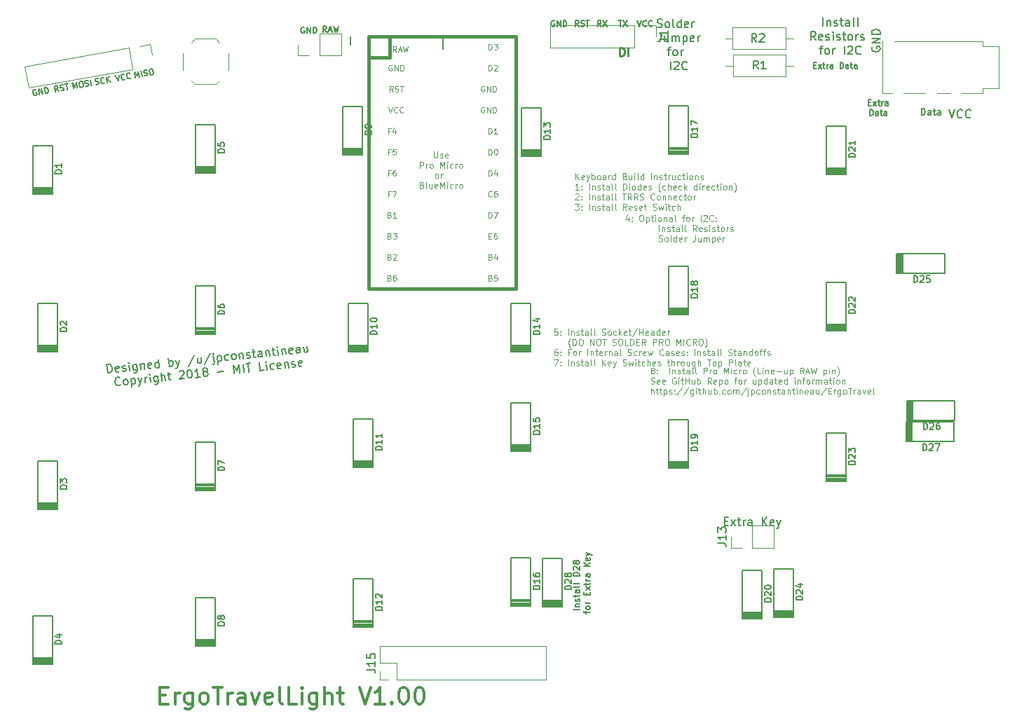
<source format=gbr>
G04 #@! TF.GenerationSoftware,KiCad,Pcbnew,(5.0.0)*
G04 #@! TF.CreationDate,2018-10-09T09:10:51-06:00*
G04 #@! TF.ProjectId,ErgoTravel,4572676F54726176656C2E6B69636164,rev?*
G04 #@! TF.SameCoordinates,Original*
G04 #@! TF.FileFunction,Legend,Top*
G04 #@! TF.FilePolarity,Positive*
%FSLAX46Y46*%
G04 Gerber Fmt 4.6, Leading zero omitted, Abs format (unit mm)*
G04 Created by KiCad (PCBNEW (5.0.0)) date 10/09/18 09:10:51*
%MOMM*%
%LPD*%
G01*
G04 APERTURE LIST*
%ADD10C,0.100000*%
%ADD11C,0.150000*%
%ADD12C,0.200000*%
%ADD13C,0.250000*%
%ADD14C,0.300000*%
%ADD15C,0.120000*%
%ADD16C,0.381000*%
G04 APERTURE END LIST*
D10*
X140630714Y-62701785D02*
X140630714Y-63308928D01*
X140666428Y-63380357D01*
X140702142Y-63416071D01*
X140773571Y-63451785D01*
X140916428Y-63451785D01*
X140987857Y-63416071D01*
X141023571Y-63380357D01*
X141059285Y-63308928D01*
X141059285Y-62701785D01*
X141380714Y-63416071D02*
X141452142Y-63451785D01*
X141595000Y-63451785D01*
X141666428Y-63416071D01*
X141702142Y-63344642D01*
X141702142Y-63308928D01*
X141666428Y-63237500D01*
X141595000Y-63201785D01*
X141487857Y-63201785D01*
X141416428Y-63166071D01*
X141380714Y-63094642D01*
X141380714Y-63058928D01*
X141416428Y-62987500D01*
X141487857Y-62951785D01*
X141595000Y-62951785D01*
X141666428Y-62987500D01*
X142309285Y-63416071D02*
X142237857Y-63451785D01*
X142095000Y-63451785D01*
X142023571Y-63416071D01*
X141987857Y-63344642D01*
X141987857Y-63058928D01*
X142023571Y-62987500D01*
X142095000Y-62951785D01*
X142237857Y-62951785D01*
X142309285Y-62987500D01*
X142345000Y-63058928D01*
X142345000Y-63130357D01*
X141987857Y-63201785D01*
X138916428Y-64676785D02*
X138916428Y-63926785D01*
X139202142Y-63926785D01*
X139273571Y-63962500D01*
X139309285Y-63998214D01*
X139345000Y-64069642D01*
X139345000Y-64176785D01*
X139309285Y-64248214D01*
X139273571Y-64283928D01*
X139202142Y-64319642D01*
X138916428Y-64319642D01*
X139666428Y-64676785D02*
X139666428Y-64176785D01*
X139666428Y-64319642D02*
X139702142Y-64248214D01*
X139737857Y-64212500D01*
X139809285Y-64176785D01*
X139880714Y-64176785D01*
X140237857Y-64676785D02*
X140166428Y-64641071D01*
X140130714Y-64605357D01*
X140095000Y-64533928D01*
X140095000Y-64319642D01*
X140130714Y-64248214D01*
X140166428Y-64212500D01*
X140237857Y-64176785D01*
X140345000Y-64176785D01*
X140416428Y-64212500D01*
X140452142Y-64248214D01*
X140487857Y-64319642D01*
X140487857Y-64533928D01*
X140452142Y-64605357D01*
X140416428Y-64641071D01*
X140345000Y-64676785D01*
X140237857Y-64676785D01*
X141380714Y-64676785D02*
X141380714Y-63926785D01*
X141630714Y-64462500D01*
X141880714Y-63926785D01*
X141880714Y-64676785D01*
X142237857Y-64676785D02*
X142237857Y-64176785D01*
X142237857Y-63926785D02*
X142202142Y-63962500D01*
X142237857Y-63998214D01*
X142273571Y-63962500D01*
X142237857Y-63926785D01*
X142237857Y-63998214D01*
X142916428Y-64641071D02*
X142845000Y-64676785D01*
X142702142Y-64676785D01*
X142630714Y-64641071D01*
X142595000Y-64605357D01*
X142559285Y-64533928D01*
X142559285Y-64319642D01*
X142595000Y-64248214D01*
X142630714Y-64212500D01*
X142702142Y-64176785D01*
X142845000Y-64176785D01*
X142916428Y-64212500D01*
X143237857Y-64676785D02*
X143237857Y-64176785D01*
X143237857Y-64319642D02*
X143273571Y-64248214D01*
X143309285Y-64212500D01*
X143380714Y-64176785D01*
X143452142Y-64176785D01*
X143809285Y-64676785D02*
X143737857Y-64641071D01*
X143702142Y-64605357D01*
X143666428Y-64533928D01*
X143666428Y-64319642D01*
X143702142Y-64248214D01*
X143737857Y-64212500D01*
X143809285Y-64176785D01*
X143916428Y-64176785D01*
X143987857Y-64212500D01*
X144023571Y-64248214D01*
X144059285Y-64319642D01*
X144059285Y-64533928D01*
X144023571Y-64605357D01*
X143987857Y-64641071D01*
X143916428Y-64676785D01*
X143809285Y-64676785D01*
X140898571Y-65901785D02*
X140827142Y-65866071D01*
X140791428Y-65830357D01*
X140755714Y-65758928D01*
X140755714Y-65544642D01*
X140791428Y-65473214D01*
X140827142Y-65437500D01*
X140898571Y-65401785D01*
X141005714Y-65401785D01*
X141077142Y-65437500D01*
X141112857Y-65473214D01*
X141148571Y-65544642D01*
X141148571Y-65758928D01*
X141112857Y-65830357D01*
X141077142Y-65866071D01*
X141005714Y-65901785D01*
X140898571Y-65901785D01*
X141470000Y-65901785D02*
X141470000Y-65401785D01*
X141470000Y-65544642D02*
X141505714Y-65473214D01*
X141541428Y-65437500D01*
X141612857Y-65401785D01*
X141684285Y-65401785D01*
X139166428Y-66733928D02*
X139273571Y-66769642D01*
X139309285Y-66805357D01*
X139345000Y-66876785D01*
X139345000Y-66983928D01*
X139309285Y-67055357D01*
X139273571Y-67091071D01*
X139202142Y-67126785D01*
X138916428Y-67126785D01*
X138916428Y-66376785D01*
X139166428Y-66376785D01*
X139237857Y-66412500D01*
X139273571Y-66448214D01*
X139309285Y-66519642D01*
X139309285Y-66591071D01*
X139273571Y-66662500D01*
X139237857Y-66698214D01*
X139166428Y-66733928D01*
X138916428Y-66733928D01*
X139773571Y-67126785D02*
X139702142Y-67091071D01*
X139666428Y-67019642D01*
X139666428Y-66376785D01*
X140380714Y-66626785D02*
X140380714Y-67126785D01*
X140059285Y-66626785D02*
X140059285Y-67019642D01*
X140095000Y-67091071D01*
X140166428Y-67126785D01*
X140273571Y-67126785D01*
X140345000Y-67091071D01*
X140380714Y-67055357D01*
X141023571Y-67091071D02*
X140952142Y-67126785D01*
X140809285Y-67126785D01*
X140737857Y-67091071D01*
X140702142Y-67019642D01*
X140702142Y-66733928D01*
X140737857Y-66662500D01*
X140809285Y-66626785D01*
X140952142Y-66626785D01*
X141023571Y-66662500D01*
X141059285Y-66733928D01*
X141059285Y-66805357D01*
X140702142Y-66876785D01*
X141380714Y-67126785D02*
X141380714Y-66376785D01*
X141630714Y-66912500D01*
X141880714Y-66376785D01*
X141880714Y-67126785D01*
X142237857Y-67126785D02*
X142237857Y-66626785D01*
X142237857Y-66376785D02*
X142202142Y-66412500D01*
X142237857Y-66448214D01*
X142273571Y-66412500D01*
X142237857Y-66376785D01*
X142237857Y-66448214D01*
X142916428Y-67091071D02*
X142845000Y-67126785D01*
X142702142Y-67126785D01*
X142630714Y-67091071D01*
X142595000Y-67055357D01*
X142559285Y-66983928D01*
X142559285Y-66769642D01*
X142595000Y-66698214D01*
X142630714Y-66662500D01*
X142702142Y-66626785D01*
X142845000Y-66626785D01*
X142916428Y-66662500D01*
X143237857Y-67126785D02*
X143237857Y-66626785D01*
X143237857Y-66769642D02*
X143273571Y-66698214D01*
X143309285Y-66662500D01*
X143380714Y-66626785D01*
X143452142Y-66626785D01*
X143809285Y-67126785D02*
X143737857Y-67091071D01*
X143702142Y-67055357D01*
X143666428Y-66983928D01*
X143666428Y-66769642D01*
X143702142Y-66698214D01*
X143737857Y-66662500D01*
X143809285Y-66626785D01*
X143916428Y-66626785D01*
X143987857Y-66662500D01*
X144023571Y-66698214D01*
X144059285Y-66769642D01*
X144059285Y-66983928D01*
X144023571Y-67055357D01*
X143987857Y-67091071D01*
X143916428Y-67126785D01*
X143809285Y-67126785D01*
D11*
X127646666Y-48236666D02*
X127413333Y-47903333D01*
X127246666Y-48236666D02*
X127246666Y-47536666D01*
X127513333Y-47536666D01*
X127580000Y-47570000D01*
X127613333Y-47603333D01*
X127646666Y-47670000D01*
X127646666Y-47770000D01*
X127613333Y-47836666D01*
X127580000Y-47870000D01*
X127513333Y-47903333D01*
X127246666Y-47903333D01*
X127913333Y-48036666D02*
X128246666Y-48036666D01*
X127846666Y-48236666D02*
X128080000Y-47536666D01*
X128313333Y-48236666D01*
X128480000Y-47536666D02*
X128646666Y-48236666D01*
X128780000Y-47736666D01*
X128913333Y-48236666D01*
X129080000Y-47536666D01*
X124966666Y-47690000D02*
X124900000Y-47656666D01*
X124800000Y-47656666D01*
X124700000Y-47690000D01*
X124633333Y-47756666D01*
X124600000Y-47823333D01*
X124566666Y-47956666D01*
X124566666Y-48056666D01*
X124600000Y-48190000D01*
X124633333Y-48256666D01*
X124700000Y-48323333D01*
X124800000Y-48356666D01*
X124866666Y-48356666D01*
X124966666Y-48323333D01*
X125000000Y-48290000D01*
X125000000Y-48056666D01*
X124866666Y-48056666D01*
X125300000Y-48356666D02*
X125300000Y-47656666D01*
X125700000Y-48356666D01*
X125700000Y-47656666D01*
X126033333Y-48356666D02*
X126033333Y-47656666D01*
X126200000Y-47656666D01*
X126300000Y-47690000D01*
X126366666Y-47756666D01*
X126400000Y-47823333D01*
X126433333Y-47956666D01*
X126433333Y-48056666D01*
X126400000Y-48190000D01*
X126366666Y-48256666D01*
X126300000Y-48323333D01*
X126200000Y-48356666D01*
X126033333Y-48356666D01*
D10*
X166974714Y-89109714D02*
X166903285Y-89074000D01*
X166867571Y-89038285D01*
X166831857Y-88966857D01*
X166831857Y-88931142D01*
X166867571Y-88859714D01*
X166903285Y-88824000D01*
X166974714Y-88788285D01*
X167117571Y-88788285D01*
X167189000Y-88824000D01*
X167224714Y-88859714D01*
X167260428Y-88931142D01*
X167260428Y-88966857D01*
X167224714Y-89038285D01*
X167189000Y-89074000D01*
X167117571Y-89109714D01*
X166974714Y-89109714D01*
X166903285Y-89145428D01*
X166867571Y-89181142D01*
X166831857Y-89252571D01*
X166831857Y-89395428D01*
X166867571Y-89466857D01*
X166903285Y-89502571D01*
X166974714Y-89538285D01*
X167117571Y-89538285D01*
X167189000Y-89502571D01*
X167224714Y-89466857D01*
X167260428Y-89395428D01*
X167260428Y-89252571D01*
X167224714Y-89181142D01*
X167189000Y-89145428D01*
X167117571Y-89109714D01*
X167581857Y-89466857D02*
X167617571Y-89502571D01*
X167581857Y-89538285D01*
X167546142Y-89502571D01*
X167581857Y-89466857D01*
X167581857Y-89538285D01*
X167581857Y-89074000D02*
X167617571Y-89109714D01*
X167581857Y-89145428D01*
X167546142Y-89109714D01*
X167581857Y-89074000D01*
X167581857Y-89145428D01*
X169081857Y-89538285D02*
X169081857Y-88788285D01*
X169439000Y-89038285D02*
X169439000Y-89538285D01*
X169439000Y-89109714D02*
X169474714Y-89074000D01*
X169546142Y-89038285D01*
X169653285Y-89038285D01*
X169724714Y-89074000D01*
X169760428Y-89145428D01*
X169760428Y-89538285D01*
X170081857Y-89502571D02*
X170153285Y-89538285D01*
X170296142Y-89538285D01*
X170367571Y-89502571D01*
X170403285Y-89431142D01*
X170403285Y-89395428D01*
X170367571Y-89324000D01*
X170296142Y-89288285D01*
X170189000Y-89288285D01*
X170117571Y-89252571D01*
X170081857Y-89181142D01*
X170081857Y-89145428D01*
X170117571Y-89074000D01*
X170189000Y-89038285D01*
X170296142Y-89038285D01*
X170367571Y-89074000D01*
X170617571Y-89038285D02*
X170903285Y-89038285D01*
X170724714Y-88788285D02*
X170724714Y-89431142D01*
X170760428Y-89502571D01*
X170831857Y-89538285D01*
X170903285Y-89538285D01*
X171474714Y-89538285D02*
X171474714Y-89145428D01*
X171439000Y-89074000D01*
X171367571Y-89038285D01*
X171224714Y-89038285D01*
X171153285Y-89074000D01*
X171474714Y-89502571D02*
X171403285Y-89538285D01*
X171224714Y-89538285D01*
X171153285Y-89502571D01*
X171117571Y-89431142D01*
X171117571Y-89359714D01*
X171153285Y-89288285D01*
X171224714Y-89252571D01*
X171403285Y-89252571D01*
X171474714Y-89216857D01*
X171939000Y-89538285D02*
X171867571Y-89502571D01*
X171831857Y-89431142D01*
X171831857Y-88788285D01*
X172331857Y-89538285D02*
X172260428Y-89502571D01*
X172224714Y-89431142D01*
X172224714Y-88788285D01*
X173189000Y-89538285D02*
X173189000Y-88788285D01*
X173474714Y-88788285D01*
X173546142Y-88824000D01*
X173581857Y-88859714D01*
X173617571Y-88931142D01*
X173617571Y-89038285D01*
X173581857Y-89109714D01*
X173546142Y-89145428D01*
X173474714Y-89181142D01*
X173189000Y-89181142D01*
X173939000Y-89538285D02*
X173939000Y-89038285D01*
X173939000Y-89181142D02*
X173974714Y-89109714D01*
X174010428Y-89074000D01*
X174081857Y-89038285D01*
X174153285Y-89038285D01*
X174510428Y-89538285D02*
X174439000Y-89502571D01*
X174403285Y-89466857D01*
X174367571Y-89395428D01*
X174367571Y-89181142D01*
X174403285Y-89109714D01*
X174439000Y-89074000D01*
X174510428Y-89038285D01*
X174617571Y-89038285D01*
X174689000Y-89074000D01*
X174724714Y-89109714D01*
X174760428Y-89181142D01*
X174760428Y-89395428D01*
X174724714Y-89466857D01*
X174689000Y-89502571D01*
X174617571Y-89538285D01*
X174510428Y-89538285D01*
X175653285Y-89538285D02*
X175653285Y-88788285D01*
X175903285Y-89324000D01*
X176153285Y-88788285D01*
X176153285Y-89538285D01*
X176510428Y-89538285D02*
X176510428Y-89038285D01*
X176510428Y-88788285D02*
X176474714Y-88824000D01*
X176510428Y-88859714D01*
X176546142Y-88824000D01*
X176510428Y-88788285D01*
X176510428Y-88859714D01*
X177189000Y-89502571D02*
X177117571Y-89538285D01*
X176974714Y-89538285D01*
X176903285Y-89502571D01*
X176867571Y-89466857D01*
X176831857Y-89395428D01*
X176831857Y-89181142D01*
X176867571Y-89109714D01*
X176903285Y-89074000D01*
X176974714Y-89038285D01*
X177117571Y-89038285D01*
X177189000Y-89074000D01*
X177510428Y-89538285D02*
X177510428Y-89038285D01*
X177510428Y-89181142D02*
X177546142Y-89109714D01*
X177581857Y-89074000D01*
X177653285Y-89038285D01*
X177724714Y-89038285D01*
X178081857Y-89538285D02*
X178010428Y-89502571D01*
X177974714Y-89466857D01*
X177939000Y-89395428D01*
X177939000Y-89181142D01*
X177974714Y-89109714D01*
X178010428Y-89074000D01*
X178081857Y-89038285D01*
X178189000Y-89038285D01*
X178260428Y-89074000D01*
X178296142Y-89109714D01*
X178331857Y-89181142D01*
X178331857Y-89395428D01*
X178296142Y-89466857D01*
X178260428Y-89502571D01*
X178189000Y-89538285D01*
X178081857Y-89538285D01*
X179439000Y-89824000D02*
X179403285Y-89788285D01*
X179331857Y-89681142D01*
X179296142Y-89609714D01*
X179260428Y-89502571D01*
X179224714Y-89324000D01*
X179224714Y-89181142D01*
X179260428Y-89002571D01*
X179296142Y-88895428D01*
X179331857Y-88824000D01*
X179403285Y-88716857D01*
X179439000Y-88681142D01*
X180081857Y-89538285D02*
X179724714Y-89538285D01*
X179724714Y-88788285D01*
X180331857Y-89538285D02*
X180331857Y-89038285D01*
X180331857Y-88788285D02*
X180296142Y-88824000D01*
X180331857Y-88859714D01*
X180367571Y-88824000D01*
X180331857Y-88788285D01*
X180331857Y-88859714D01*
X180689000Y-89038285D02*
X180689000Y-89538285D01*
X180689000Y-89109714D02*
X180724714Y-89074000D01*
X180796142Y-89038285D01*
X180903285Y-89038285D01*
X180974714Y-89074000D01*
X181010428Y-89145428D01*
X181010428Y-89538285D01*
X181653285Y-89502571D02*
X181581857Y-89538285D01*
X181439000Y-89538285D01*
X181367571Y-89502571D01*
X181331857Y-89431142D01*
X181331857Y-89145428D01*
X181367571Y-89074000D01*
X181439000Y-89038285D01*
X181581857Y-89038285D01*
X181653285Y-89074000D01*
X181689000Y-89145428D01*
X181689000Y-89216857D01*
X181331857Y-89288285D01*
X182010428Y-89252571D02*
X182581857Y-89252571D01*
X183260428Y-89038285D02*
X183260428Y-89538285D01*
X182939000Y-89038285D02*
X182939000Y-89431142D01*
X182974714Y-89502571D01*
X183046142Y-89538285D01*
X183153285Y-89538285D01*
X183224714Y-89502571D01*
X183260428Y-89466857D01*
X183617571Y-89038285D02*
X183617571Y-89788285D01*
X183617571Y-89074000D02*
X183689000Y-89038285D01*
X183831857Y-89038285D01*
X183903285Y-89074000D01*
X183939000Y-89109714D01*
X183974714Y-89181142D01*
X183974714Y-89395428D01*
X183939000Y-89466857D01*
X183903285Y-89502571D01*
X183831857Y-89538285D01*
X183689000Y-89538285D01*
X183617571Y-89502571D01*
X185296142Y-89538285D02*
X185046142Y-89181142D01*
X184867571Y-89538285D02*
X184867571Y-88788285D01*
X185153285Y-88788285D01*
X185224714Y-88824000D01*
X185260428Y-88859714D01*
X185296142Y-88931142D01*
X185296142Y-89038285D01*
X185260428Y-89109714D01*
X185224714Y-89145428D01*
X185153285Y-89181142D01*
X184867571Y-89181142D01*
X185581857Y-89324000D02*
X185939000Y-89324000D01*
X185510428Y-89538285D02*
X185760428Y-88788285D01*
X186010428Y-89538285D01*
X186189000Y-88788285D02*
X186367571Y-89538285D01*
X186510428Y-89002571D01*
X186653285Y-89538285D01*
X186831857Y-88788285D01*
X187689000Y-89038285D02*
X187689000Y-89788285D01*
X187689000Y-89074000D02*
X187760428Y-89038285D01*
X187903285Y-89038285D01*
X187974714Y-89074000D01*
X188010428Y-89109714D01*
X188046142Y-89181142D01*
X188046142Y-89395428D01*
X188010428Y-89466857D01*
X187974714Y-89502571D01*
X187903285Y-89538285D01*
X187760428Y-89538285D01*
X187689000Y-89502571D01*
X188367571Y-89538285D02*
X188367571Y-89038285D01*
X188367571Y-88788285D02*
X188331857Y-88824000D01*
X188367571Y-88859714D01*
X188403285Y-88824000D01*
X188367571Y-88788285D01*
X188367571Y-88859714D01*
X188724714Y-89038285D02*
X188724714Y-89538285D01*
X188724714Y-89109714D02*
X188760428Y-89074000D01*
X188831857Y-89038285D01*
X188939000Y-89038285D01*
X189010428Y-89074000D01*
X189046142Y-89145428D01*
X189046142Y-89538285D01*
X189331857Y-89824000D02*
X189367571Y-89788285D01*
X189439000Y-89681142D01*
X189474714Y-89609714D01*
X189510428Y-89502571D01*
X189546142Y-89324000D01*
X189546142Y-89181142D01*
X189510428Y-89002571D01*
X189474714Y-88895428D01*
X189439000Y-88824000D01*
X189367571Y-88716857D01*
X189331857Y-88681142D01*
X166831857Y-90727571D02*
X166939000Y-90763285D01*
X167117571Y-90763285D01*
X167189000Y-90727571D01*
X167224714Y-90691857D01*
X167260428Y-90620428D01*
X167260428Y-90549000D01*
X167224714Y-90477571D01*
X167189000Y-90441857D01*
X167117571Y-90406142D01*
X166974714Y-90370428D01*
X166903285Y-90334714D01*
X166867571Y-90299000D01*
X166831857Y-90227571D01*
X166831857Y-90156142D01*
X166867571Y-90084714D01*
X166903285Y-90049000D01*
X166974714Y-90013285D01*
X167153285Y-90013285D01*
X167260428Y-90049000D01*
X167867571Y-90727571D02*
X167796142Y-90763285D01*
X167653285Y-90763285D01*
X167581857Y-90727571D01*
X167546142Y-90656142D01*
X167546142Y-90370428D01*
X167581857Y-90299000D01*
X167653285Y-90263285D01*
X167796142Y-90263285D01*
X167867571Y-90299000D01*
X167903285Y-90370428D01*
X167903285Y-90441857D01*
X167546142Y-90513285D01*
X168510428Y-90727571D02*
X168439000Y-90763285D01*
X168296142Y-90763285D01*
X168224714Y-90727571D01*
X168189000Y-90656142D01*
X168189000Y-90370428D01*
X168224714Y-90299000D01*
X168296142Y-90263285D01*
X168439000Y-90263285D01*
X168510428Y-90299000D01*
X168546142Y-90370428D01*
X168546142Y-90441857D01*
X168189000Y-90513285D01*
X169831857Y-90049000D02*
X169760428Y-90013285D01*
X169653285Y-90013285D01*
X169546142Y-90049000D01*
X169474714Y-90120428D01*
X169439000Y-90191857D01*
X169403285Y-90334714D01*
X169403285Y-90441857D01*
X169439000Y-90584714D01*
X169474714Y-90656142D01*
X169546142Y-90727571D01*
X169653285Y-90763285D01*
X169724714Y-90763285D01*
X169831857Y-90727571D01*
X169867571Y-90691857D01*
X169867571Y-90441857D01*
X169724714Y-90441857D01*
X170189000Y-90763285D02*
X170189000Y-90263285D01*
X170189000Y-90013285D02*
X170153285Y-90049000D01*
X170189000Y-90084714D01*
X170224714Y-90049000D01*
X170189000Y-90013285D01*
X170189000Y-90084714D01*
X170439000Y-90263285D02*
X170724714Y-90263285D01*
X170546142Y-90013285D02*
X170546142Y-90656142D01*
X170581857Y-90727571D01*
X170653285Y-90763285D01*
X170724714Y-90763285D01*
X170974714Y-90763285D02*
X170974714Y-90013285D01*
X170974714Y-90370428D02*
X171403285Y-90370428D01*
X171403285Y-90763285D02*
X171403285Y-90013285D01*
X172081857Y-90263285D02*
X172081857Y-90763285D01*
X171760428Y-90263285D02*
X171760428Y-90656142D01*
X171796142Y-90727571D01*
X171867571Y-90763285D01*
X171974714Y-90763285D01*
X172046142Y-90727571D01*
X172081857Y-90691857D01*
X172439000Y-90763285D02*
X172439000Y-90013285D01*
X172439000Y-90299000D02*
X172510428Y-90263285D01*
X172653285Y-90263285D01*
X172724714Y-90299000D01*
X172760428Y-90334714D01*
X172796142Y-90406142D01*
X172796142Y-90620428D01*
X172760428Y-90691857D01*
X172724714Y-90727571D01*
X172653285Y-90763285D01*
X172510428Y-90763285D01*
X172439000Y-90727571D01*
X174117571Y-90763285D02*
X173867571Y-90406142D01*
X173689000Y-90763285D02*
X173689000Y-90013285D01*
X173974714Y-90013285D01*
X174046142Y-90049000D01*
X174081857Y-90084714D01*
X174117571Y-90156142D01*
X174117571Y-90263285D01*
X174081857Y-90334714D01*
X174046142Y-90370428D01*
X173974714Y-90406142D01*
X173689000Y-90406142D01*
X174724714Y-90727571D02*
X174653285Y-90763285D01*
X174510428Y-90763285D01*
X174439000Y-90727571D01*
X174403285Y-90656142D01*
X174403285Y-90370428D01*
X174439000Y-90299000D01*
X174510428Y-90263285D01*
X174653285Y-90263285D01*
X174724714Y-90299000D01*
X174760428Y-90370428D01*
X174760428Y-90441857D01*
X174403285Y-90513285D01*
X175081857Y-90263285D02*
X175081857Y-91013285D01*
X175081857Y-90299000D02*
X175153285Y-90263285D01*
X175296142Y-90263285D01*
X175367571Y-90299000D01*
X175403285Y-90334714D01*
X175439000Y-90406142D01*
X175439000Y-90620428D01*
X175403285Y-90691857D01*
X175367571Y-90727571D01*
X175296142Y-90763285D01*
X175153285Y-90763285D01*
X175081857Y-90727571D01*
X175867571Y-90763285D02*
X175796142Y-90727571D01*
X175760428Y-90691857D01*
X175724714Y-90620428D01*
X175724714Y-90406142D01*
X175760428Y-90334714D01*
X175796142Y-90299000D01*
X175867571Y-90263285D01*
X175974714Y-90263285D01*
X176046142Y-90299000D01*
X176081857Y-90334714D01*
X176117571Y-90406142D01*
X176117571Y-90620428D01*
X176081857Y-90691857D01*
X176046142Y-90727571D01*
X175974714Y-90763285D01*
X175867571Y-90763285D01*
X176903285Y-90263285D02*
X177189000Y-90263285D01*
X177010428Y-90763285D02*
X177010428Y-90120428D01*
X177046142Y-90049000D01*
X177117571Y-90013285D01*
X177189000Y-90013285D01*
X177546142Y-90763285D02*
X177474714Y-90727571D01*
X177439000Y-90691857D01*
X177403285Y-90620428D01*
X177403285Y-90406142D01*
X177439000Y-90334714D01*
X177474714Y-90299000D01*
X177546142Y-90263285D01*
X177653285Y-90263285D01*
X177724714Y-90299000D01*
X177760428Y-90334714D01*
X177796142Y-90406142D01*
X177796142Y-90620428D01*
X177760428Y-90691857D01*
X177724714Y-90727571D01*
X177653285Y-90763285D01*
X177546142Y-90763285D01*
X178117571Y-90763285D02*
X178117571Y-90263285D01*
X178117571Y-90406142D02*
X178153285Y-90334714D01*
X178189000Y-90299000D01*
X178260428Y-90263285D01*
X178331857Y-90263285D01*
X179474714Y-90263285D02*
X179474714Y-90763285D01*
X179153285Y-90263285D02*
X179153285Y-90656142D01*
X179189000Y-90727571D01*
X179260428Y-90763285D01*
X179367571Y-90763285D01*
X179439000Y-90727571D01*
X179474714Y-90691857D01*
X179831857Y-90263285D02*
X179831857Y-91013285D01*
X179831857Y-90299000D02*
X179903285Y-90263285D01*
X180046142Y-90263285D01*
X180117571Y-90299000D01*
X180153285Y-90334714D01*
X180189000Y-90406142D01*
X180189000Y-90620428D01*
X180153285Y-90691857D01*
X180117571Y-90727571D01*
X180046142Y-90763285D01*
X179903285Y-90763285D01*
X179831857Y-90727571D01*
X180831857Y-90763285D02*
X180831857Y-90013285D01*
X180831857Y-90727571D02*
X180760428Y-90763285D01*
X180617571Y-90763285D01*
X180546142Y-90727571D01*
X180510428Y-90691857D01*
X180474714Y-90620428D01*
X180474714Y-90406142D01*
X180510428Y-90334714D01*
X180546142Y-90299000D01*
X180617571Y-90263285D01*
X180760428Y-90263285D01*
X180831857Y-90299000D01*
X181510428Y-90763285D02*
X181510428Y-90370428D01*
X181474714Y-90299000D01*
X181403285Y-90263285D01*
X181260428Y-90263285D01*
X181189000Y-90299000D01*
X181510428Y-90727571D02*
X181439000Y-90763285D01*
X181260428Y-90763285D01*
X181189000Y-90727571D01*
X181153285Y-90656142D01*
X181153285Y-90584714D01*
X181189000Y-90513285D01*
X181260428Y-90477571D01*
X181439000Y-90477571D01*
X181510428Y-90441857D01*
X181760428Y-90263285D02*
X182046142Y-90263285D01*
X181867571Y-90013285D02*
X181867571Y-90656142D01*
X181903285Y-90727571D01*
X181974714Y-90763285D01*
X182046142Y-90763285D01*
X182581857Y-90727571D02*
X182510428Y-90763285D01*
X182367571Y-90763285D01*
X182296142Y-90727571D01*
X182260428Y-90656142D01*
X182260428Y-90370428D01*
X182296142Y-90299000D01*
X182367571Y-90263285D01*
X182510428Y-90263285D01*
X182581857Y-90299000D01*
X182617571Y-90370428D01*
X182617571Y-90441857D01*
X182260428Y-90513285D01*
X183260428Y-90763285D02*
X183260428Y-90013285D01*
X183260428Y-90727571D02*
X183189000Y-90763285D01*
X183046142Y-90763285D01*
X182974714Y-90727571D01*
X182939000Y-90691857D01*
X182903285Y-90620428D01*
X182903285Y-90406142D01*
X182939000Y-90334714D01*
X182974714Y-90299000D01*
X183046142Y-90263285D01*
X183189000Y-90263285D01*
X183260428Y-90299000D01*
X184189000Y-90763285D02*
X184189000Y-90263285D01*
X184189000Y-90013285D02*
X184153285Y-90049000D01*
X184189000Y-90084714D01*
X184224714Y-90049000D01*
X184189000Y-90013285D01*
X184189000Y-90084714D01*
X184546142Y-90263285D02*
X184546142Y-90763285D01*
X184546142Y-90334714D02*
X184581857Y-90299000D01*
X184653285Y-90263285D01*
X184760428Y-90263285D01*
X184831857Y-90299000D01*
X184867571Y-90370428D01*
X184867571Y-90763285D01*
X185117571Y-90263285D02*
X185403285Y-90263285D01*
X185224714Y-90763285D02*
X185224714Y-90120428D01*
X185260428Y-90049000D01*
X185331857Y-90013285D01*
X185403285Y-90013285D01*
X185760428Y-90763285D02*
X185689000Y-90727571D01*
X185653285Y-90691857D01*
X185617571Y-90620428D01*
X185617571Y-90406142D01*
X185653285Y-90334714D01*
X185689000Y-90299000D01*
X185760428Y-90263285D01*
X185867571Y-90263285D01*
X185939000Y-90299000D01*
X185974714Y-90334714D01*
X186010428Y-90406142D01*
X186010428Y-90620428D01*
X185974714Y-90691857D01*
X185939000Y-90727571D01*
X185867571Y-90763285D01*
X185760428Y-90763285D01*
X186331857Y-90763285D02*
X186331857Y-90263285D01*
X186331857Y-90406142D02*
X186367571Y-90334714D01*
X186403285Y-90299000D01*
X186474714Y-90263285D01*
X186546142Y-90263285D01*
X186796142Y-90763285D02*
X186796142Y-90263285D01*
X186796142Y-90334714D02*
X186831857Y-90299000D01*
X186903285Y-90263285D01*
X187010428Y-90263285D01*
X187081857Y-90299000D01*
X187117571Y-90370428D01*
X187117571Y-90763285D01*
X187117571Y-90370428D02*
X187153285Y-90299000D01*
X187224714Y-90263285D01*
X187331857Y-90263285D01*
X187403285Y-90299000D01*
X187439000Y-90370428D01*
X187439000Y-90763285D01*
X188117571Y-90763285D02*
X188117571Y-90370428D01*
X188081857Y-90299000D01*
X188010428Y-90263285D01*
X187867571Y-90263285D01*
X187796142Y-90299000D01*
X188117571Y-90727571D02*
X188046142Y-90763285D01*
X187867571Y-90763285D01*
X187796142Y-90727571D01*
X187760428Y-90656142D01*
X187760428Y-90584714D01*
X187796142Y-90513285D01*
X187867571Y-90477571D01*
X188046142Y-90477571D01*
X188117571Y-90441857D01*
X188367571Y-90263285D02*
X188653285Y-90263285D01*
X188474714Y-90013285D02*
X188474714Y-90656142D01*
X188510428Y-90727571D01*
X188581857Y-90763285D01*
X188653285Y-90763285D01*
X188903285Y-90763285D02*
X188903285Y-90263285D01*
X188903285Y-90013285D02*
X188867571Y-90049000D01*
X188903285Y-90084714D01*
X188939000Y-90049000D01*
X188903285Y-90013285D01*
X188903285Y-90084714D01*
X189367571Y-90763285D02*
X189296142Y-90727571D01*
X189260428Y-90691857D01*
X189224714Y-90620428D01*
X189224714Y-90406142D01*
X189260428Y-90334714D01*
X189296142Y-90299000D01*
X189367571Y-90263285D01*
X189474714Y-90263285D01*
X189546142Y-90299000D01*
X189581857Y-90334714D01*
X189617571Y-90406142D01*
X189617571Y-90620428D01*
X189581857Y-90691857D01*
X189546142Y-90727571D01*
X189474714Y-90763285D01*
X189367571Y-90763285D01*
X189939000Y-90263285D02*
X189939000Y-90763285D01*
X189939000Y-90334714D02*
X189974714Y-90299000D01*
X190046142Y-90263285D01*
X190153285Y-90263285D01*
X190224714Y-90299000D01*
X190260428Y-90370428D01*
X190260428Y-90763285D01*
X166867571Y-91988285D02*
X166867571Y-91238285D01*
X167189000Y-91988285D02*
X167189000Y-91595428D01*
X167153285Y-91524000D01*
X167081857Y-91488285D01*
X166974714Y-91488285D01*
X166903285Y-91524000D01*
X166867571Y-91559714D01*
X167439000Y-91488285D02*
X167724714Y-91488285D01*
X167546142Y-91238285D02*
X167546142Y-91881142D01*
X167581857Y-91952571D01*
X167653285Y-91988285D01*
X167724714Y-91988285D01*
X167867571Y-91488285D02*
X168153285Y-91488285D01*
X167974714Y-91238285D02*
X167974714Y-91881142D01*
X168010428Y-91952571D01*
X168081857Y-91988285D01*
X168153285Y-91988285D01*
X168403285Y-91488285D02*
X168403285Y-92238285D01*
X168403285Y-91524000D02*
X168474714Y-91488285D01*
X168617571Y-91488285D01*
X168689000Y-91524000D01*
X168724714Y-91559714D01*
X168760428Y-91631142D01*
X168760428Y-91845428D01*
X168724714Y-91916857D01*
X168689000Y-91952571D01*
X168617571Y-91988285D01*
X168474714Y-91988285D01*
X168403285Y-91952571D01*
X169046142Y-91952571D02*
X169117571Y-91988285D01*
X169260428Y-91988285D01*
X169331857Y-91952571D01*
X169367571Y-91881142D01*
X169367571Y-91845428D01*
X169331857Y-91774000D01*
X169260428Y-91738285D01*
X169153285Y-91738285D01*
X169081857Y-91702571D01*
X169046142Y-91631142D01*
X169046142Y-91595428D01*
X169081857Y-91524000D01*
X169153285Y-91488285D01*
X169260428Y-91488285D01*
X169331857Y-91524000D01*
X169689000Y-91916857D02*
X169724714Y-91952571D01*
X169689000Y-91988285D01*
X169653285Y-91952571D01*
X169689000Y-91916857D01*
X169689000Y-91988285D01*
X169689000Y-91524000D02*
X169724714Y-91559714D01*
X169689000Y-91595428D01*
X169653285Y-91559714D01*
X169689000Y-91524000D01*
X169689000Y-91595428D01*
X170581857Y-91202571D02*
X169939000Y-92166857D01*
X171367571Y-91202571D02*
X170724714Y-92166857D01*
X171939000Y-91488285D02*
X171939000Y-92095428D01*
X171903285Y-92166857D01*
X171867571Y-92202571D01*
X171796142Y-92238285D01*
X171689000Y-92238285D01*
X171617571Y-92202571D01*
X171939000Y-91952571D02*
X171867571Y-91988285D01*
X171724714Y-91988285D01*
X171653285Y-91952571D01*
X171617571Y-91916857D01*
X171581857Y-91845428D01*
X171581857Y-91631142D01*
X171617571Y-91559714D01*
X171653285Y-91524000D01*
X171724714Y-91488285D01*
X171867571Y-91488285D01*
X171939000Y-91524000D01*
X172296142Y-91988285D02*
X172296142Y-91488285D01*
X172296142Y-91238285D02*
X172260428Y-91274000D01*
X172296142Y-91309714D01*
X172331857Y-91274000D01*
X172296142Y-91238285D01*
X172296142Y-91309714D01*
X172546142Y-91488285D02*
X172831857Y-91488285D01*
X172653285Y-91238285D02*
X172653285Y-91881142D01*
X172689000Y-91952571D01*
X172760428Y-91988285D01*
X172831857Y-91988285D01*
X173081857Y-91988285D02*
X173081857Y-91238285D01*
X173403285Y-91988285D02*
X173403285Y-91595428D01*
X173367571Y-91524000D01*
X173296142Y-91488285D01*
X173189000Y-91488285D01*
X173117571Y-91524000D01*
X173081857Y-91559714D01*
X174081857Y-91488285D02*
X174081857Y-91988285D01*
X173760428Y-91488285D02*
X173760428Y-91881142D01*
X173796142Y-91952571D01*
X173867571Y-91988285D01*
X173974714Y-91988285D01*
X174046142Y-91952571D01*
X174081857Y-91916857D01*
X174439000Y-91988285D02*
X174439000Y-91238285D01*
X174439000Y-91524000D02*
X174510428Y-91488285D01*
X174653285Y-91488285D01*
X174724714Y-91524000D01*
X174760428Y-91559714D01*
X174796142Y-91631142D01*
X174796142Y-91845428D01*
X174760428Y-91916857D01*
X174724714Y-91952571D01*
X174653285Y-91988285D01*
X174510428Y-91988285D01*
X174439000Y-91952571D01*
X175117571Y-91916857D02*
X175153285Y-91952571D01*
X175117571Y-91988285D01*
X175081857Y-91952571D01*
X175117571Y-91916857D01*
X175117571Y-91988285D01*
X175796142Y-91952571D02*
X175724714Y-91988285D01*
X175581857Y-91988285D01*
X175510428Y-91952571D01*
X175474714Y-91916857D01*
X175439000Y-91845428D01*
X175439000Y-91631142D01*
X175474714Y-91559714D01*
X175510428Y-91524000D01*
X175581857Y-91488285D01*
X175724714Y-91488285D01*
X175796142Y-91524000D01*
X176224714Y-91988285D02*
X176153285Y-91952571D01*
X176117571Y-91916857D01*
X176081857Y-91845428D01*
X176081857Y-91631142D01*
X176117571Y-91559714D01*
X176153285Y-91524000D01*
X176224714Y-91488285D01*
X176331857Y-91488285D01*
X176403285Y-91524000D01*
X176439000Y-91559714D01*
X176474714Y-91631142D01*
X176474714Y-91845428D01*
X176439000Y-91916857D01*
X176403285Y-91952571D01*
X176331857Y-91988285D01*
X176224714Y-91988285D01*
X176796142Y-91988285D02*
X176796142Y-91488285D01*
X176796142Y-91559714D02*
X176831857Y-91524000D01*
X176903285Y-91488285D01*
X177010428Y-91488285D01*
X177081857Y-91524000D01*
X177117571Y-91595428D01*
X177117571Y-91988285D01*
X177117571Y-91595428D02*
X177153285Y-91524000D01*
X177224714Y-91488285D01*
X177331857Y-91488285D01*
X177403285Y-91524000D01*
X177439000Y-91595428D01*
X177439000Y-91988285D01*
X178331857Y-91202571D02*
X177689000Y-92166857D01*
X178581857Y-91488285D02*
X178581857Y-92131142D01*
X178546142Y-92202571D01*
X178474714Y-92238285D01*
X178439000Y-92238285D01*
X178581857Y-91238285D02*
X178546142Y-91274000D01*
X178581857Y-91309714D01*
X178617571Y-91274000D01*
X178581857Y-91238285D01*
X178581857Y-91309714D01*
X178939000Y-91488285D02*
X178939000Y-92238285D01*
X178939000Y-91524000D02*
X179010428Y-91488285D01*
X179153285Y-91488285D01*
X179224714Y-91524000D01*
X179260428Y-91559714D01*
X179296142Y-91631142D01*
X179296142Y-91845428D01*
X179260428Y-91916857D01*
X179224714Y-91952571D01*
X179153285Y-91988285D01*
X179010428Y-91988285D01*
X178939000Y-91952571D01*
X179939000Y-91952571D02*
X179867571Y-91988285D01*
X179724714Y-91988285D01*
X179653285Y-91952571D01*
X179617571Y-91916857D01*
X179581857Y-91845428D01*
X179581857Y-91631142D01*
X179617571Y-91559714D01*
X179653285Y-91524000D01*
X179724714Y-91488285D01*
X179867571Y-91488285D01*
X179939000Y-91524000D01*
X180367571Y-91988285D02*
X180296142Y-91952571D01*
X180260428Y-91916857D01*
X180224714Y-91845428D01*
X180224714Y-91631142D01*
X180260428Y-91559714D01*
X180296142Y-91524000D01*
X180367571Y-91488285D01*
X180474714Y-91488285D01*
X180546142Y-91524000D01*
X180581857Y-91559714D01*
X180617571Y-91631142D01*
X180617571Y-91845428D01*
X180581857Y-91916857D01*
X180546142Y-91952571D01*
X180474714Y-91988285D01*
X180367571Y-91988285D01*
X180939000Y-91488285D02*
X180939000Y-91988285D01*
X180939000Y-91559714D02*
X180974714Y-91524000D01*
X181046142Y-91488285D01*
X181153285Y-91488285D01*
X181224714Y-91524000D01*
X181260428Y-91595428D01*
X181260428Y-91988285D01*
X181581857Y-91952571D02*
X181653285Y-91988285D01*
X181796142Y-91988285D01*
X181867571Y-91952571D01*
X181903285Y-91881142D01*
X181903285Y-91845428D01*
X181867571Y-91774000D01*
X181796142Y-91738285D01*
X181689000Y-91738285D01*
X181617571Y-91702571D01*
X181581857Y-91631142D01*
X181581857Y-91595428D01*
X181617571Y-91524000D01*
X181689000Y-91488285D01*
X181796142Y-91488285D01*
X181867571Y-91524000D01*
X182117571Y-91488285D02*
X182403285Y-91488285D01*
X182224714Y-91238285D02*
X182224714Y-91881142D01*
X182260428Y-91952571D01*
X182331857Y-91988285D01*
X182403285Y-91988285D01*
X182974714Y-91988285D02*
X182974714Y-91595428D01*
X182939000Y-91524000D01*
X182867571Y-91488285D01*
X182724714Y-91488285D01*
X182653285Y-91524000D01*
X182974714Y-91952571D02*
X182903285Y-91988285D01*
X182724714Y-91988285D01*
X182653285Y-91952571D01*
X182617571Y-91881142D01*
X182617571Y-91809714D01*
X182653285Y-91738285D01*
X182724714Y-91702571D01*
X182903285Y-91702571D01*
X182974714Y-91666857D01*
X183331857Y-91488285D02*
X183331857Y-91988285D01*
X183331857Y-91559714D02*
X183367571Y-91524000D01*
X183439000Y-91488285D01*
X183546142Y-91488285D01*
X183617571Y-91524000D01*
X183653285Y-91595428D01*
X183653285Y-91988285D01*
X183903285Y-91488285D02*
X184189000Y-91488285D01*
X184010428Y-91238285D02*
X184010428Y-91881142D01*
X184046142Y-91952571D01*
X184117571Y-91988285D01*
X184189000Y-91988285D01*
X184439000Y-91988285D02*
X184439000Y-91488285D01*
X184439000Y-91238285D02*
X184403285Y-91274000D01*
X184439000Y-91309714D01*
X184474714Y-91274000D01*
X184439000Y-91238285D01*
X184439000Y-91309714D01*
X184796142Y-91488285D02*
X184796142Y-91988285D01*
X184796142Y-91559714D02*
X184831857Y-91524000D01*
X184903285Y-91488285D01*
X185010428Y-91488285D01*
X185081857Y-91524000D01*
X185117571Y-91595428D01*
X185117571Y-91988285D01*
X185760428Y-91952571D02*
X185689000Y-91988285D01*
X185546142Y-91988285D01*
X185474714Y-91952571D01*
X185439000Y-91881142D01*
X185439000Y-91595428D01*
X185474714Y-91524000D01*
X185546142Y-91488285D01*
X185689000Y-91488285D01*
X185760428Y-91524000D01*
X185796142Y-91595428D01*
X185796142Y-91666857D01*
X185439000Y-91738285D01*
X186439000Y-91988285D02*
X186439000Y-91595428D01*
X186403285Y-91524000D01*
X186331857Y-91488285D01*
X186189000Y-91488285D01*
X186117571Y-91524000D01*
X186439000Y-91952571D02*
X186367571Y-91988285D01*
X186189000Y-91988285D01*
X186117571Y-91952571D01*
X186081857Y-91881142D01*
X186081857Y-91809714D01*
X186117571Y-91738285D01*
X186189000Y-91702571D01*
X186367571Y-91702571D01*
X186439000Y-91666857D01*
X187117571Y-91488285D02*
X187117571Y-91988285D01*
X186796142Y-91488285D02*
X186796142Y-91881142D01*
X186831857Y-91952571D01*
X186903285Y-91988285D01*
X187010428Y-91988285D01*
X187081857Y-91952571D01*
X187117571Y-91916857D01*
X188010428Y-91202571D02*
X187367571Y-92166857D01*
X188260428Y-91595428D02*
X188510428Y-91595428D01*
X188617571Y-91988285D02*
X188260428Y-91988285D01*
X188260428Y-91238285D01*
X188617571Y-91238285D01*
X188939000Y-91988285D02*
X188939000Y-91488285D01*
X188939000Y-91631142D02*
X188974714Y-91559714D01*
X189010428Y-91524000D01*
X189081857Y-91488285D01*
X189153285Y-91488285D01*
X189724714Y-91488285D02*
X189724714Y-92095428D01*
X189689000Y-92166857D01*
X189653285Y-92202571D01*
X189581857Y-92238285D01*
X189474714Y-92238285D01*
X189403285Y-92202571D01*
X189724714Y-91952571D02*
X189653285Y-91988285D01*
X189510428Y-91988285D01*
X189439000Y-91952571D01*
X189403285Y-91916857D01*
X189367571Y-91845428D01*
X189367571Y-91631142D01*
X189403285Y-91559714D01*
X189439000Y-91524000D01*
X189510428Y-91488285D01*
X189653285Y-91488285D01*
X189724714Y-91524000D01*
X190189000Y-91988285D02*
X190117571Y-91952571D01*
X190081857Y-91916857D01*
X190046142Y-91845428D01*
X190046142Y-91631142D01*
X190081857Y-91559714D01*
X190117571Y-91524000D01*
X190189000Y-91488285D01*
X190296142Y-91488285D01*
X190367571Y-91524000D01*
X190403285Y-91559714D01*
X190439000Y-91631142D01*
X190439000Y-91845428D01*
X190403285Y-91916857D01*
X190367571Y-91952571D01*
X190296142Y-91988285D01*
X190189000Y-91988285D01*
X190653285Y-91238285D02*
X191081857Y-91238285D01*
X190867571Y-91988285D02*
X190867571Y-91238285D01*
X191331857Y-91988285D02*
X191331857Y-91488285D01*
X191331857Y-91631142D02*
X191367571Y-91559714D01*
X191403285Y-91524000D01*
X191474714Y-91488285D01*
X191546142Y-91488285D01*
X192117571Y-91988285D02*
X192117571Y-91595428D01*
X192081857Y-91524000D01*
X192010428Y-91488285D01*
X191867571Y-91488285D01*
X191796142Y-91524000D01*
X192117571Y-91952571D02*
X192046142Y-91988285D01*
X191867571Y-91988285D01*
X191796142Y-91952571D01*
X191760428Y-91881142D01*
X191760428Y-91809714D01*
X191796142Y-91738285D01*
X191867571Y-91702571D01*
X192046142Y-91702571D01*
X192117571Y-91666857D01*
X192403285Y-91488285D02*
X192581857Y-91988285D01*
X192760428Y-91488285D01*
X193331857Y-91952571D02*
X193260428Y-91988285D01*
X193117571Y-91988285D01*
X193046142Y-91952571D01*
X193010428Y-91881142D01*
X193010428Y-91595428D01*
X193046142Y-91524000D01*
X193117571Y-91488285D01*
X193260428Y-91488285D01*
X193331857Y-91524000D01*
X193367571Y-91595428D01*
X193367571Y-91666857D01*
X193010428Y-91738285D01*
X193796142Y-91988285D02*
X193724714Y-91952571D01*
X193689000Y-91881142D01*
X193689000Y-91238285D01*
X164141000Y-70594285D02*
X164141000Y-71094285D01*
X163962428Y-70308571D02*
X163783857Y-70844285D01*
X164248142Y-70844285D01*
X164533857Y-71022857D02*
X164569571Y-71058571D01*
X164533857Y-71094285D01*
X164498142Y-71058571D01*
X164533857Y-71022857D01*
X164533857Y-71094285D01*
X164533857Y-70630000D02*
X164569571Y-70665714D01*
X164533857Y-70701428D01*
X164498142Y-70665714D01*
X164533857Y-70630000D01*
X164533857Y-70701428D01*
X165605285Y-70344285D02*
X165748142Y-70344285D01*
X165819571Y-70380000D01*
X165891000Y-70451428D01*
X165926714Y-70594285D01*
X165926714Y-70844285D01*
X165891000Y-70987142D01*
X165819571Y-71058571D01*
X165748142Y-71094285D01*
X165605285Y-71094285D01*
X165533857Y-71058571D01*
X165462428Y-70987142D01*
X165426714Y-70844285D01*
X165426714Y-70594285D01*
X165462428Y-70451428D01*
X165533857Y-70380000D01*
X165605285Y-70344285D01*
X166248142Y-70594285D02*
X166248142Y-71344285D01*
X166248142Y-70630000D02*
X166319571Y-70594285D01*
X166462428Y-70594285D01*
X166533857Y-70630000D01*
X166569571Y-70665714D01*
X166605285Y-70737142D01*
X166605285Y-70951428D01*
X166569571Y-71022857D01*
X166533857Y-71058571D01*
X166462428Y-71094285D01*
X166319571Y-71094285D01*
X166248142Y-71058571D01*
X166819571Y-70594285D02*
X167105285Y-70594285D01*
X166926714Y-70344285D02*
X166926714Y-70987142D01*
X166962428Y-71058571D01*
X167033857Y-71094285D01*
X167105285Y-71094285D01*
X167355285Y-71094285D02*
X167355285Y-70594285D01*
X167355285Y-70344285D02*
X167319571Y-70380000D01*
X167355285Y-70415714D01*
X167391000Y-70380000D01*
X167355285Y-70344285D01*
X167355285Y-70415714D01*
X167819571Y-71094285D02*
X167748142Y-71058571D01*
X167712428Y-71022857D01*
X167676714Y-70951428D01*
X167676714Y-70737142D01*
X167712428Y-70665714D01*
X167748142Y-70630000D01*
X167819571Y-70594285D01*
X167926714Y-70594285D01*
X167998142Y-70630000D01*
X168033857Y-70665714D01*
X168069571Y-70737142D01*
X168069571Y-70951428D01*
X168033857Y-71022857D01*
X167998142Y-71058571D01*
X167926714Y-71094285D01*
X167819571Y-71094285D01*
X168391000Y-70594285D02*
X168391000Y-71094285D01*
X168391000Y-70665714D02*
X168426714Y-70630000D01*
X168498142Y-70594285D01*
X168605285Y-70594285D01*
X168676714Y-70630000D01*
X168712428Y-70701428D01*
X168712428Y-71094285D01*
X169391000Y-71094285D02*
X169391000Y-70701428D01*
X169355285Y-70630000D01*
X169283857Y-70594285D01*
X169141000Y-70594285D01*
X169069571Y-70630000D01*
X169391000Y-71058571D02*
X169319571Y-71094285D01*
X169141000Y-71094285D01*
X169069571Y-71058571D01*
X169033857Y-70987142D01*
X169033857Y-70915714D01*
X169069571Y-70844285D01*
X169141000Y-70808571D01*
X169319571Y-70808571D01*
X169391000Y-70772857D01*
X169855285Y-71094285D02*
X169783857Y-71058571D01*
X169748142Y-70987142D01*
X169748142Y-70344285D01*
X170605285Y-70594285D02*
X170891000Y-70594285D01*
X170712428Y-71094285D02*
X170712428Y-70451428D01*
X170748142Y-70380000D01*
X170819571Y-70344285D01*
X170891000Y-70344285D01*
X171248142Y-71094285D02*
X171176714Y-71058571D01*
X171141000Y-71022857D01*
X171105285Y-70951428D01*
X171105285Y-70737142D01*
X171141000Y-70665714D01*
X171176714Y-70630000D01*
X171248142Y-70594285D01*
X171355285Y-70594285D01*
X171426714Y-70630000D01*
X171462428Y-70665714D01*
X171498142Y-70737142D01*
X171498142Y-70951428D01*
X171462428Y-71022857D01*
X171426714Y-71058571D01*
X171355285Y-71094285D01*
X171248142Y-71094285D01*
X171819571Y-71094285D02*
X171819571Y-70594285D01*
X171819571Y-70737142D02*
X171855285Y-70665714D01*
X171891000Y-70630000D01*
X171962428Y-70594285D01*
X172033857Y-70594285D01*
X172855285Y-71094285D02*
X172855285Y-70344285D01*
X173176714Y-70415714D02*
X173212428Y-70380000D01*
X173283857Y-70344285D01*
X173462428Y-70344285D01*
X173533857Y-70380000D01*
X173569571Y-70415714D01*
X173605285Y-70487142D01*
X173605285Y-70558571D01*
X173569571Y-70665714D01*
X173141000Y-71094285D01*
X173605285Y-71094285D01*
X174355285Y-71022857D02*
X174319571Y-71058571D01*
X174212428Y-71094285D01*
X174141000Y-71094285D01*
X174033857Y-71058571D01*
X173962428Y-70987142D01*
X173926714Y-70915714D01*
X173891000Y-70772857D01*
X173891000Y-70665714D01*
X173926714Y-70522857D01*
X173962428Y-70451428D01*
X174033857Y-70380000D01*
X174141000Y-70344285D01*
X174212428Y-70344285D01*
X174319571Y-70380000D01*
X174355285Y-70415714D01*
X174676714Y-71022857D02*
X174712428Y-71058571D01*
X174676714Y-71094285D01*
X174641000Y-71058571D01*
X174676714Y-71022857D01*
X174676714Y-71094285D01*
X174676714Y-70630000D02*
X174712428Y-70665714D01*
X174676714Y-70701428D01*
X174641000Y-70665714D01*
X174676714Y-70630000D01*
X174676714Y-70701428D01*
X167819571Y-72319285D02*
X167819571Y-71569285D01*
X168176714Y-71819285D02*
X168176714Y-72319285D01*
X168176714Y-71890714D02*
X168212428Y-71855000D01*
X168283857Y-71819285D01*
X168391000Y-71819285D01*
X168462428Y-71855000D01*
X168498142Y-71926428D01*
X168498142Y-72319285D01*
X168819571Y-72283571D02*
X168891000Y-72319285D01*
X169033857Y-72319285D01*
X169105285Y-72283571D01*
X169141000Y-72212142D01*
X169141000Y-72176428D01*
X169105285Y-72105000D01*
X169033857Y-72069285D01*
X168926714Y-72069285D01*
X168855285Y-72033571D01*
X168819571Y-71962142D01*
X168819571Y-71926428D01*
X168855285Y-71855000D01*
X168926714Y-71819285D01*
X169033857Y-71819285D01*
X169105285Y-71855000D01*
X169355285Y-71819285D02*
X169641000Y-71819285D01*
X169462428Y-71569285D02*
X169462428Y-72212142D01*
X169498142Y-72283571D01*
X169569571Y-72319285D01*
X169641000Y-72319285D01*
X170212428Y-72319285D02*
X170212428Y-71926428D01*
X170176714Y-71855000D01*
X170105285Y-71819285D01*
X169962428Y-71819285D01*
X169891000Y-71855000D01*
X170212428Y-72283571D02*
X170141000Y-72319285D01*
X169962428Y-72319285D01*
X169891000Y-72283571D01*
X169855285Y-72212142D01*
X169855285Y-72140714D01*
X169891000Y-72069285D01*
X169962428Y-72033571D01*
X170141000Y-72033571D01*
X170212428Y-71997857D01*
X170676714Y-72319285D02*
X170605285Y-72283571D01*
X170569571Y-72212142D01*
X170569571Y-71569285D01*
X171069571Y-72319285D02*
X170998142Y-72283571D01*
X170962428Y-72212142D01*
X170962428Y-71569285D01*
X172355285Y-72319285D02*
X172105285Y-71962142D01*
X171926714Y-72319285D02*
X171926714Y-71569285D01*
X172212428Y-71569285D01*
X172283857Y-71605000D01*
X172319571Y-71640714D01*
X172355285Y-71712142D01*
X172355285Y-71819285D01*
X172319571Y-71890714D01*
X172283857Y-71926428D01*
X172212428Y-71962142D01*
X171926714Y-71962142D01*
X172962428Y-72283571D02*
X172891000Y-72319285D01*
X172748142Y-72319285D01*
X172676714Y-72283571D01*
X172641000Y-72212142D01*
X172641000Y-71926428D01*
X172676714Y-71855000D01*
X172748142Y-71819285D01*
X172891000Y-71819285D01*
X172962428Y-71855000D01*
X172998142Y-71926428D01*
X172998142Y-71997857D01*
X172641000Y-72069285D01*
X173283857Y-72283571D02*
X173355285Y-72319285D01*
X173498142Y-72319285D01*
X173569571Y-72283571D01*
X173605285Y-72212142D01*
X173605285Y-72176428D01*
X173569571Y-72105000D01*
X173498142Y-72069285D01*
X173391000Y-72069285D01*
X173319571Y-72033571D01*
X173283857Y-71962142D01*
X173283857Y-71926428D01*
X173319571Y-71855000D01*
X173391000Y-71819285D01*
X173498142Y-71819285D01*
X173569571Y-71855000D01*
X173926714Y-72319285D02*
X173926714Y-71819285D01*
X173926714Y-71569285D02*
X173891000Y-71605000D01*
X173926714Y-71640714D01*
X173962428Y-71605000D01*
X173926714Y-71569285D01*
X173926714Y-71640714D01*
X174248142Y-72283571D02*
X174319571Y-72319285D01*
X174462428Y-72319285D01*
X174533857Y-72283571D01*
X174569571Y-72212142D01*
X174569571Y-72176428D01*
X174533857Y-72105000D01*
X174462428Y-72069285D01*
X174355285Y-72069285D01*
X174283857Y-72033571D01*
X174248142Y-71962142D01*
X174248142Y-71926428D01*
X174283857Y-71855000D01*
X174355285Y-71819285D01*
X174462428Y-71819285D01*
X174533857Y-71855000D01*
X174783857Y-71819285D02*
X175069571Y-71819285D01*
X174891000Y-71569285D02*
X174891000Y-72212142D01*
X174926714Y-72283571D01*
X174998142Y-72319285D01*
X175069571Y-72319285D01*
X175426714Y-72319285D02*
X175355285Y-72283571D01*
X175319571Y-72247857D01*
X175283857Y-72176428D01*
X175283857Y-71962142D01*
X175319571Y-71890714D01*
X175355285Y-71855000D01*
X175426714Y-71819285D01*
X175533857Y-71819285D01*
X175605285Y-71855000D01*
X175641000Y-71890714D01*
X175676714Y-71962142D01*
X175676714Y-72176428D01*
X175641000Y-72247857D01*
X175605285Y-72283571D01*
X175533857Y-72319285D01*
X175426714Y-72319285D01*
X175998142Y-72319285D02*
X175998142Y-71819285D01*
X175998142Y-71962142D02*
X176033857Y-71890714D01*
X176069571Y-71855000D01*
X176141000Y-71819285D01*
X176212428Y-71819285D01*
X176426714Y-72283571D02*
X176498142Y-72319285D01*
X176641000Y-72319285D01*
X176712428Y-72283571D01*
X176748142Y-72212142D01*
X176748142Y-72176428D01*
X176712428Y-72105000D01*
X176641000Y-72069285D01*
X176533857Y-72069285D01*
X176462428Y-72033571D01*
X176426714Y-71962142D01*
X176426714Y-71926428D01*
X176462428Y-71855000D01*
X176533857Y-71819285D01*
X176641000Y-71819285D01*
X176712428Y-71855000D01*
X167783857Y-73508571D02*
X167891000Y-73544285D01*
X168069571Y-73544285D01*
X168141000Y-73508571D01*
X168176714Y-73472857D01*
X168212428Y-73401428D01*
X168212428Y-73330000D01*
X168176714Y-73258571D01*
X168141000Y-73222857D01*
X168069571Y-73187142D01*
X167926714Y-73151428D01*
X167855285Y-73115714D01*
X167819571Y-73080000D01*
X167783857Y-73008571D01*
X167783857Y-72937142D01*
X167819571Y-72865714D01*
X167855285Y-72830000D01*
X167926714Y-72794285D01*
X168105285Y-72794285D01*
X168212428Y-72830000D01*
X168641000Y-73544285D02*
X168569571Y-73508571D01*
X168533857Y-73472857D01*
X168498142Y-73401428D01*
X168498142Y-73187142D01*
X168533857Y-73115714D01*
X168569571Y-73080000D01*
X168641000Y-73044285D01*
X168748142Y-73044285D01*
X168819571Y-73080000D01*
X168855285Y-73115714D01*
X168891000Y-73187142D01*
X168891000Y-73401428D01*
X168855285Y-73472857D01*
X168819571Y-73508571D01*
X168748142Y-73544285D01*
X168641000Y-73544285D01*
X169319571Y-73544285D02*
X169248142Y-73508571D01*
X169212428Y-73437142D01*
X169212428Y-72794285D01*
X169926714Y-73544285D02*
X169926714Y-72794285D01*
X169926714Y-73508571D02*
X169855285Y-73544285D01*
X169712428Y-73544285D01*
X169641000Y-73508571D01*
X169605285Y-73472857D01*
X169569571Y-73401428D01*
X169569571Y-73187142D01*
X169605285Y-73115714D01*
X169641000Y-73080000D01*
X169712428Y-73044285D01*
X169855285Y-73044285D01*
X169926714Y-73080000D01*
X170569571Y-73508571D02*
X170498142Y-73544285D01*
X170355285Y-73544285D01*
X170283857Y-73508571D01*
X170248142Y-73437142D01*
X170248142Y-73151428D01*
X170283857Y-73080000D01*
X170355285Y-73044285D01*
X170498142Y-73044285D01*
X170569571Y-73080000D01*
X170605285Y-73151428D01*
X170605285Y-73222857D01*
X170248142Y-73294285D01*
X170926714Y-73544285D02*
X170926714Y-73044285D01*
X170926714Y-73187142D02*
X170962428Y-73115714D01*
X170998142Y-73080000D01*
X171069571Y-73044285D01*
X171141000Y-73044285D01*
X172176714Y-72794285D02*
X172176714Y-73330000D01*
X172141000Y-73437142D01*
X172069571Y-73508571D01*
X171962428Y-73544285D01*
X171891000Y-73544285D01*
X172855285Y-73044285D02*
X172855285Y-73544285D01*
X172533857Y-73044285D02*
X172533857Y-73437142D01*
X172569571Y-73508571D01*
X172641000Y-73544285D01*
X172748142Y-73544285D01*
X172819571Y-73508571D01*
X172855285Y-73472857D01*
X173212428Y-73544285D02*
X173212428Y-73044285D01*
X173212428Y-73115714D02*
X173248142Y-73080000D01*
X173319571Y-73044285D01*
X173426714Y-73044285D01*
X173498142Y-73080000D01*
X173533857Y-73151428D01*
X173533857Y-73544285D01*
X173533857Y-73151428D02*
X173569571Y-73080000D01*
X173641000Y-73044285D01*
X173748142Y-73044285D01*
X173819571Y-73080000D01*
X173855285Y-73151428D01*
X173855285Y-73544285D01*
X174212428Y-73044285D02*
X174212428Y-73794285D01*
X174212428Y-73080000D02*
X174283857Y-73044285D01*
X174426714Y-73044285D01*
X174498142Y-73080000D01*
X174533857Y-73115714D01*
X174569571Y-73187142D01*
X174569571Y-73401428D01*
X174533857Y-73472857D01*
X174498142Y-73508571D01*
X174426714Y-73544285D01*
X174283857Y-73544285D01*
X174212428Y-73508571D01*
X175176714Y-73508571D02*
X175105285Y-73544285D01*
X174962428Y-73544285D01*
X174891000Y-73508571D01*
X174855285Y-73437142D01*
X174855285Y-73151428D01*
X174891000Y-73080000D01*
X174962428Y-73044285D01*
X175105285Y-73044285D01*
X175176714Y-73080000D01*
X175212428Y-73151428D01*
X175212428Y-73222857D01*
X174855285Y-73294285D01*
X175533857Y-73544285D02*
X175533857Y-73044285D01*
X175533857Y-73187142D02*
X175569571Y-73115714D01*
X175605285Y-73080000D01*
X175676714Y-73044285D01*
X175748142Y-73044285D01*
X155540714Y-84111785D02*
X155183571Y-84111785D01*
X155147857Y-84468928D01*
X155183571Y-84433214D01*
X155255000Y-84397500D01*
X155433571Y-84397500D01*
X155505000Y-84433214D01*
X155540714Y-84468928D01*
X155576428Y-84540357D01*
X155576428Y-84718928D01*
X155540714Y-84790357D01*
X155505000Y-84826071D01*
X155433571Y-84861785D01*
X155255000Y-84861785D01*
X155183571Y-84826071D01*
X155147857Y-84790357D01*
X155897857Y-84790357D02*
X155933571Y-84826071D01*
X155897857Y-84861785D01*
X155862142Y-84826071D01*
X155897857Y-84790357D01*
X155897857Y-84861785D01*
X155897857Y-84397500D02*
X155933571Y-84433214D01*
X155897857Y-84468928D01*
X155862142Y-84433214D01*
X155897857Y-84397500D01*
X155897857Y-84468928D01*
X156826428Y-84861785D02*
X156826428Y-84111785D01*
X157183571Y-84361785D02*
X157183571Y-84861785D01*
X157183571Y-84433214D02*
X157219285Y-84397500D01*
X157290714Y-84361785D01*
X157397857Y-84361785D01*
X157469285Y-84397500D01*
X157505000Y-84468928D01*
X157505000Y-84861785D01*
X157826428Y-84826071D02*
X157897857Y-84861785D01*
X158040714Y-84861785D01*
X158112142Y-84826071D01*
X158147857Y-84754642D01*
X158147857Y-84718928D01*
X158112142Y-84647500D01*
X158040714Y-84611785D01*
X157933571Y-84611785D01*
X157862142Y-84576071D01*
X157826428Y-84504642D01*
X157826428Y-84468928D01*
X157862142Y-84397500D01*
X157933571Y-84361785D01*
X158040714Y-84361785D01*
X158112142Y-84397500D01*
X158362142Y-84361785D02*
X158647857Y-84361785D01*
X158469285Y-84111785D02*
X158469285Y-84754642D01*
X158505000Y-84826071D01*
X158576428Y-84861785D01*
X158647857Y-84861785D01*
X159219285Y-84861785D02*
X159219285Y-84468928D01*
X159183571Y-84397500D01*
X159112142Y-84361785D01*
X158969285Y-84361785D01*
X158897857Y-84397500D01*
X159219285Y-84826071D02*
X159147857Y-84861785D01*
X158969285Y-84861785D01*
X158897857Y-84826071D01*
X158862142Y-84754642D01*
X158862142Y-84683214D01*
X158897857Y-84611785D01*
X158969285Y-84576071D01*
X159147857Y-84576071D01*
X159219285Y-84540357D01*
X159683571Y-84861785D02*
X159612142Y-84826071D01*
X159576428Y-84754642D01*
X159576428Y-84111785D01*
X160076428Y-84861785D02*
X160005000Y-84826071D01*
X159969285Y-84754642D01*
X159969285Y-84111785D01*
X160897857Y-84826071D02*
X161005000Y-84861785D01*
X161183571Y-84861785D01*
X161255000Y-84826071D01*
X161290714Y-84790357D01*
X161326428Y-84718928D01*
X161326428Y-84647500D01*
X161290714Y-84576071D01*
X161255000Y-84540357D01*
X161183571Y-84504642D01*
X161040714Y-84468928D01*
X160969285Y-84433214D01*
X160933571Y-84397500D01*
X160897857Y-84326071D01*
X160897857Y-84254642D01*
X160933571Y-84183214D01*
X160969285Y-84147500D01*
X161040714Y-84111785D01*
X161219285Y-84111785D01*
X161326428Y-84147500D01*
X161755000Y-84861785D02*
X161683571Y-84826071D01*
X161647857Y-84790357D01*
X161612142Y-84718928D01*
X161612142Y-84504642D01*
X161647857Y-84433214D01*
X161683571Y-84397500D01*
X161755000Y-84361785D01*
X161862142Y-84361785D01*
X161933571Y-84397500D01*
X161969285Y-84433214D01*
X162005000Y-84504642D01*
X162005000Y-84718928D01*
X161969285Y-84790357D01*
X161933571Y-84826071D01*
X161862142Y-84861785D01*
X161755000Y-84861785D01*
X162647857Y-84826071D02*
X162576428Y-84861785D01*
X162433571Y-84861785D01*
X162362142Y-84826071D01*
X162326428Y-84790357D01*
X162290714Y-84718928D01*
X162290714Y-84504642D01*
X162326428Y-84433214D01*
X162362142Y-84397500D01*
X162433571Y-84361785D01*
X162576428Y-84361785D01*
X162647857Y-84397500D01*
X162969285Y-84861785D02*
X162969285Y-84111785D01*
X163040714Y-84576071D02*
X163255000Y-84861785D01*
X163255000Y-84361785D02*
X162969285Y-84647500D01*
X163862142Y-84826071D02*
X163790714Y-84861785D01*
X163647857Y-84861785D01*
X163576428Y-84826071D01*
X163540714Y-84754642D01*
X163540714Y-84468928D01*
X163576428Y-84397500D01*
X163647857Y-84361785D01*
X163790714Y-84361785D01*
X163862142Y-84397500D01*
X163897857Y-84468928D01*
X163897857Y-84540357D01*
X163540714Y-84611785D01*
X164112142Y-84361785D02*
X164397857Y-84361785D01*
X164219285Y-84111785D02*
X164219285Y-84754642D01*
X164255000Y-84826071D01*
X164326428Y-84861785D01*
X164397857Y-84861785D01*
X165183571Y-84076071D02*
X164540714Y-85040357D01*
X165433571Y-84861785D02*
X165433571Y-84111785D01*
X165433571Y-84468928D02*
X165862142Y-84468928D01*
X165862142Y-84861785D02*
X165862142Y-84111785D01*
X166505000Y-84826071D02*
X166433571Y-84861785D01*
X166290714Y-84861785D01*
X166219285Y-84826071D01*
X166183571Y-84754642D01*
X166183571Y-84468928D01*
X166219285Y-84397500D01*
X166290714Y-84361785D01*
X166433571Y-84361785D01*
X166505000Y-84397500D01*
X166540714Y-84468928D01*
X166540714Y-84540357D01*
X166183571Y-84611785D01*
X167183571Y-84861785D02*
X167183571Y-84468928D01*
X167147857Y-84397500D01*
X167076428Y-84361785D01*
X166933571Y-84361785D01*
X166862142Y-84397500D01*
X167183571Y-84826071D02*
X167112142Y-84861785D01*
X166933571Y-84861785D01*
X166862142Y-84826071D01*
X166826428Y-84754642D01*
X166826428Y-84683214D01*
X166862142Y-84611785D01*
X166933571Y-84576071D01*
X167112142Y-84576071D01*
X167183571Y-84540357D01*
X167862142Y-84861785D02*
X167862142Y-84111785D01*
X167862142Y-84826071D02*
X167790714Y-84861785D01*
X167647857Y-84861785D01*
X167576428Y-84826071D01*
X167540714Y-84790357D01*
X167505000Y-84718928D01*
X167505000Y-84504642D01*
X167540714Y-84433214D01*
X167576428Y-84397500D01*
X167647857Y-84361785D01*
X167790714Y-84361785D01*
X167862142Y-84397500D01*
X168505000Y-84826071D02*
X168433571Y-84861785D01*
X168290714Y-84861785D01*
X168219285Y-84826071D01*
X168183571Y-84754642D01*
X168183571Y-84468928D01*
X168219285Y-84397500D01*
X168290714Y-84361785D01*
X168433571Y-84361785D01*
X168505000Y-84397500D01*
X168540714Y-84468928D01*
X168540714Y-84540357D01*
X168183571Y-84611785D01*
X168862142Y-84861785D02*
X168862142Y-84361785D01*
X168862142Y-84504642D02*
X168897857Y-84433214D01*
X168933571Y-84397500D01*
X169005000Y-84361785D01*
X169076428Y-84361785D01*
X157112142Y-86372500D02*
X157076428Y-86336785D01*
X157005000Y-86229642D01*
X156969285Y-86158214D01*
X156933571Y-86051071D01*
X156897857Y-85872500D01*
X156897857Y-85729642D01*
X156933571Y-85551071D01*
X156969285Y-85443928D01*
X157005000Y-85372500D01*
X157076428Y-85265357D01*
X157112142Y-85229642D01*
X157397857Y-86086785D02*
X157397857Y-85336785D01*
X157576428Y-85336785D01*
X157683571Y-85372500D01*
X157755000Y-85443928D01*
X157790714Y-85515357D01*
X157826428Y-85658214D01*
X157826428Y-85765357D01*
X157790714Y-85908214D01*
X157755000Y-85979642D01*
X157683571Y-86051071D01*
X157576428Y-86086785D01*
X157397857Y-86086785D01*
X158290714Y-85336785D02*
X158433571Y-85336785D01*
X158505000Y-85372500D01*
X158576428Y-85443928D01*
X158612142Y-85586785D01*
X158612142Y-85836785D01*
X158576428Y-85979642D01*
X158505000Y-86051071D01*
X158433571Y-86086785D01*
X158290714Y-86086785D01*
X158219285Y-86051071D01*
X158147857Y-85979642D01*
X158112142Y-85836785D01*
X158112142Y-85586785D01*
X158147857Y-85443928D01*
X158219285Y-85372500D01*
X158290714Y-85336785D01*
X159505000Y-86086785D02*
X159505000Y-85336785D01*
X159933571Y-86086785D01*
X159933571Y-85336785D01*
X160433571Y-85336785D02*
X160576428Y-85336785D01*
X160647857Y-85372500D01*
X160719285Y-85443928D01*
X160755000Y-85586785D01*
X160755000Y-85836785D01*
X160719285Y-85979642D01*
X160647857Y-86051071D01*
X160576428Y-86086785D01*
X160433571Y-86086785D01*
X160362142Y-86051071D01*
X160290714Y-85979642D01*
X160255000Y-85836785D01*
X160255000Y-85586785D01*
X160290714Y-85443928D01*
X160362142Y-85372500D01*
X160433571Y-85336785D01*
X160969285Y-85336785D02*
X161397857Y-85336785D01*
X161183571Y-86086785D02*
X161183571Y-85336785D01*
X162183571Y-86051071D02*
X162290714Y-86086785D01*
X162469285Y-86086785D01*
X162540714Y-86051071D01*
X162576428Y-86015357D01*
X162612142Y-85943928D01*
X162612142Y-85872500D01*
X162576428Y-85801071D01*
X162540714Y-85765357D01*
X162469285Y-85729642D01*
X162326428Y-85693928D01*
X162255000Y-85658214D01*
X162219285Y-85622500D01*
X162183571Y-85551071D01*
X162183571Y-85479642D01*
X162219285Y-85408214D01*
X162255000Y-85372500D01*
X162326428Y-85336785D01*
X162505000Y-85336785D01*
X162612142Y-85372500D01*
X163076428Y-85336785D02*
X163219285Y-85336785D01*
X163290714Y-85372500D01*
X163362142Y-85443928D01*
X163397857Y-85586785D01*
X163397857Y-85836785D01*
X163362142Y-85979642D01*
X163290714Y-86051071D01*
X163219285Y-86086785D01*
X163076428Y-86086785D01*
X163005000Y-86051071D01*
X162933571Y-85979642D01*
X162897857Y-85836785D01*
X162897857Y-85586785D01*
X162933571Y-85443928D01*
X163005000Y-85372500D01*
X163076428Y-85336785D01*
X164076428Y-86086785D02*
X163719285Y-86086785D01*
X163719285Y-85336785D01*
X164326428Y-86086785D02*
X164326428Y-85336785D01*
X164505000Y-85336785D01*
X164612142Y-85372500D01*
X164683571Y-85443928D01*
X164719285Y-85515357D01*
X164755000Y-85658214D01*
X164755000Y-85765357D01*
X164719285Y-85908214D01*
X164683571Y-85979642D01*
X164612142Y-86051071D01*
X164505000Y-86086785D01*
X164326428Y-86086785D01*
X165076428Y-85693928D02*
X165326428Y-85693928D01*
X165433571Y-86086785D02*
X165076428Y-86086785D01*
X165076428Y-85336785D01*
X165433571Y-85336785D01*
X166183571Y-86086785D02*
X165933571Y-85729642D01*
X165755000Y-86086785D02*
X165755000Y-85336785D01*
X166040714Y-85336785D01*
X166112142Y-85372500D01*
X166147857Y-85408214D01*
X166183571Y-85479642D01*
X166183571Y-85586785D01*
X166147857Y-85658214D01*
X166112142Y-85693928D01*
X166040714Y-85729642D01*
X165755000Y-85729642D01*
X167076428Y-86086785D02*
X167076428Y-85336785D01*
X167362142Y-85336785D01*
X167433571Y-85372500D01*
X167469285Y-85408214D01*
X167505000Y-85479642D01*
X167505000Y-85586785D01*
X167469285Y-85658214D01*
X167433571Y-85693928D01*
X167362142Y-85729642D01*
X167076428Y-85729642D01*
X168255000Y-86086785D02*
X168005000Y-85729642D01*
X167826428Y-86086785D02*
X167826428Y-85336785D01*
X168112142Y-85336785D01*
X168183571Y-85372500D01*
X168219285Y-85408214D01*
X168255000Y-85479642D01*
X168255000Y-85586785D01*
X168219285Y-85658214D01*
X168183571Y-85693928D01*
X168112142Y-85729642D01*
X167826428Y-85729642D01*
X168719285Y-85336785D02*
X168862142Y-85336785D01*
X168933571Y-85372500D01*
X169005000Y-85443928D01*
X169040714Y-85586785D01*
X169040714Y-85836785D01*
X169005000Y-85979642D01*
X168933571Y-86051071D01*
X168862142Y-86086785D01*
X168719285Y-86086785D01*
X168647857Y-86051071D01*
X168576428Y-85979642D01*
X168540714Y-85836785D01*
X168540714Y-85586785D01*
X168576428Y-85443928D01*
X168647857Y-85372500D01*
X168719285Y-85336785D01*
X169933571Y-86086785D02*
X169933571Y-85336785D01*
X170183571Y-85872500D01*
X170433571Y-85336785D01*
X170433571Y-86086785D01*
X170790714Y-86086785D02*
X170790714Y-85336785D01*
X171576428Y-86015357D02*
X171540714Y-86051071D01*
X171433571Y-86086785D01*
X171362142Y-86086785D01*
X171255000Y-86051071D01*
X171183571Y-85979642D01*
X171147857Y-85908214D01*
X171112142Y-85765357D01*
X171112142Y-85658214D01*
X171147857Y-85515357D01*
X171183571Y-85443928D01*
X171255000Y-85372500D01*
X171362142Y-85336785D01*
X171433571Y-85336785D01*
X171540714Y-85372500D01*
X171576428Y-85408214D01*
X172326428Y-86086785D02*
X172076428Y-85729642D01*
X171897857Y-86086785D02*
X171897857Y-85336785D01*
X172183571Y-85336785D01*
X172255000Y-85372500D01*
X172290714Y-85408214D01*
X172326428Y-85479642D01*
X172326428Y-85586785D01*
X172290714Y-85658214D01*
X172255000Y-85693928D01*
X172183571Y-85729642D01*
X171897857Y-85729642D01*
X172790714Y-85336785D02*
X172933571Y-85336785D01*
X173005000Y-85372500D01*
X173076428Y-85443928D01*
X173112142Y-85586785D01*
X173112142Y-85836785D01*
X173076428Y-85979642D01*
X173005000Y-86051071D01*
X172933571Y-86086785D01*
X172790714Y-86086785D01*
X172719285Y-86051071D01*
X172647857Y-85979642D01*
X172612142Y-85836785D01*
X172612142Y-85586785D01*
X172647857Y-85443928D01*
X172719285Y-85372500D01*
X172790714Y-85336785D01*
X173362142Y-86372500D02*
X173397857Y-86336785D01*
X173469285Y-86229642D01*
X173505000Y-86158214D01*
X173540714Y-86051071D01*
X173576428Y-85872500D01*
X173576428Y-85729642D01*
X173540714Y-85551071D01*
X173505000Y-85443928D01*
X173469285Y-85372500D01*
X173397857Y-85265357D01*
X173362142Y-85229642D01*
X155505000Y-86561785D02*
X155362142Y-86561785D01*
X155290714Y-86597500D01*
X155255000Y-86633214D01*
X155183571Y-86740357D01*
X155147857Y-86883214D01*
X155147857Y-87168928D01*
X155183571Y-87240357D01*
X155219285Y-87276071D01*
X155290714Y-87311785D01*
X155433571Y-87311785D01*
X155505000Y-87276071D01*
X155540714Y-87240357D01*
X155576428Y-87168928D01*
X155576428Y-86990357D01*
X155540714Y-86918928D01*
X155505000Y-86883214D01*
X155433571Y-86847500D01*
X155290714Y-86847500D01*
X155219285Y-86883214D01*
X155183571Y-86918928D01*
X155147857Y-86990357D01*
X155897857Y-87240357D02*
X155933571Y-87276071D01*
X155897857Y-87311785D01*
X155862142Y-87276071D01*
X155897857Y-87240357D01*
X155897857Y-87311785D01*
X155897857Y-86847500D02*
X155933571Y-86883214D01*
X155897857Y-86918928D01*
X155862142Y-86883214D01*
X155897857Y-86847500D01*
X155897857Y-86918928D01*
X157076428Y-86918928D02*
X156826428Y-86918928D01*
X156826428Y-87311785D02*
X156826428Y-86561785D01*
X157183571Y-86561785D01*
X157576428Y-87311785D02*
X157505000Y-87276071D01*
X157469285Y-87240357D01*
X157433571Y-87168928D01*
X157433571Y-86954642D01*
X157469285Y-86883214D01*
X157505000Y-86847500D01*
X157576428Y-86811785D01*
X157683571Y-86811785D01*
X157755000Y-86847500D01*
X157790714Y-86883214D01*
X157826428Y-86954642D01*
X157826428Y-87168928D01*
X157790714Y-87240357D01*
X157755000Y-87276071D01*
X157683571Y-87311785D01*
X157576428Y-87311785D01*
X158147857Y-87311785D02*
X158147857Y-86811785D01*
X158147857Y-86954642D02*
X158183571Y-86883214D01*
X158219285Y-86847500D01*
X158290714Y-86811785D01*
X158362142Y-86811785D01*
X159183571Y-87311785D02*
X159183571Y-86561785D01*
X159540714Y-86811785D02*
X159540714Y-87311785D01*
X159540714Y-86883214D02*
X159576428Y-86847500D01*
X159647857Y-86811785D01*
X159755000Y-86811785D01*
X159826428Y-86847500D01*
X159862142Y-86918928D01*
X159862142Y-87311785D01*
X160112142Y-86811785D02*
X160397857Y-86811785D01*
X160219285Y-86561785D02*
X160219285Y-87204642D01*
X160255000Y-87276071D01*
X160326428Y-87311785D01*
X160397857Y-87311785D01*
X160933571Y-87276071D02*
X160862142Y-87311785D01*
X160719285Y-87311785D01*
X160647857Y-87276071D01*
X160612142Y-87204642D01*
X160612142Y-86918928D01*
X160647857Y-86847500D01*
X160719285Y-86811785D01*
X160862142Y-86811785D01*
X160933571Y-86847500D01*
X160969285Y-86918928D01*
X160969285Y-86990357D01*
X160612142Y-87061785D01*
X161290714Y-87311785D02*
X161290714Y-86811785D01*
X161290714Y-86954642D02*
X161326428Y-86883214D01*
X161362142Y-86847500D01*
X161433571Y-86811785D01*
X161505000Y-86811785D01*
X161755000Y-86811785D02*
X161755000Y-87311785D01*
X161755000Y-86883214D02*
X161790714Y-86847500D01*
X161862142Y-86811785D01*
X161969285Y-86811785D01*
X162040714Y-86847500D01*
X162076428Y-86918928D01*
X162076428Y-87311785D01*
X162755000Y-87311785D02*
X162755000Y-86918928D01*
X162719285Y-86847500D01*
X162647857Y-86811785D01*
X162505000Y-86811785D01*
X162433571Y-86847500D01*
X162755000Y-87276071D02*
X162683571Y-87311785D01*
X162505000Y-87311785D01*
X162433571Y-87276071D01*
X162397857Y-87204642D01*
X162397857Y-87133214D01*
X162433571Y-87061785D01*
X162505000Y-87026071D01*
X162683571Y-87026071D01*
X162755000Y-86990357D01*
X163219285Y-87311785D02*
X163147857Y-87276071D01*
X163112142Y-87204642D01*
X163112142Y-86561785D01*
X164040714Y-87276071D02*
X164147857Y-87311785D01*
X164326428Y-87311785D01*
X164397857Y-87276071D01*
X164433571Y-87240357D01*
X164469285Y-87168928D01*
X164469285Y-87097500D01*
X164433571Y-87026071D01*
X164397857Y-86990357D01*
X164326428Y-86954642D01*
X164183571Y-86918928D01*
X164112142Y-86883214D01*
X164076428Y-86847500D01*
X164040714Y-86776071D01*
X164040714Y-86704642D01*
X164076428Y-86633214D01*
X164112142Y-86597500D01*
X164183571Y-86561785D01*
X164362142Y-86561785D01*
X164469285Y-86597500D01*
X165112142Y-87276071D02*
X165040714Y-87311785D01*
X164897857Y-87311785D01*
X164826428Y-87276071D01*
X164790714Y-87240357D01*
X164755000Y-87168928D01*
X164755000Y-86954642D01*
X164790714Y-86883214D01*
X164826428Y-86847500D01*
X164897857Y-86811785D01*
X165040714Y-86811785D01*
X165112142Y-86847500D01*
X165433571Y-87311785D02*
X165433571Y-86811785D01*
X165433571Y-86954642D02*
X165469285Y-86883214D01*
X165505000Y-86847500D01*
X165576428Y-86811785D01*
X165647857Y-86811785D01*
X166183571Y-87276071D02*
X166112142Y-87311785D01*
X165969285Y-87311785D01*
X165897857Y-87276071D01*
X165862142Y-87204642D01*
X165862142Y-86918928D01*
X165897857Y-86847500D01*
X165969285Y-86811785D01*
X166112142Y-86811785D01*
X166183571Y-86847500D01*
X166219285Y-86918928D01*
X166219285Y-86990357D01*
X165862142Y-87061785D01*
X166469285Y-86811785D02*
X166612142Y-87311785D01*
X166755000Y-86954642D01*
X166897857Y-87311785D01*
X167040714Y-86811785D01*
X168326428Y-87240357D02*
X168290714Y-87276071D01*
X168183571Y-87311785D01*
X168112142Y-87311785D01*
X168005000Y-87276071D01*
X167933571Y-87204642D01*
X167897857Y-87133214D01*
X167862142Y-86990357D01*
X167862142Y-86883214D01*
X167897857Y-86740357D01*
X167933571Y-86668928D01*
X168005000Y-86597500D01*
X168112142Y-86561785D01*
X168183571Y-86561785D01*
X168290714Y-86597500D01*
X168326428Y-86633214D01*
X168969285Y-87311785D02*
X168969285Y-86918928D01*
X168933571Y-86847500D01*
X168862142Y-86811785D01*
X168719285Y-86811785D01*
X168647857Y-86847500D01*
X168969285Y-87276071D02*
X168897857Y-87311785D01*
X168719285Y-87311785D01*
X168647857Y-87276071D01*
X168612142Y-87204642D01*
X168612142Y-87133214D01*
X168647857Y-87061785D01*
X168719285Y-87026071D01*
X168897857Y-87026071D01*
X168969285Y-86990357D01*
X169290714Y-87276071D02*
X169362142Y-87311785D01*
X169505000Y-87311785D01*
X169576428Y-87276071D01*
X169612142Y-87204642D01*
X169612142Y-87168928D01*
X169576428Y-87097500D01*
X169505000Y-87061785D01*
X169397857Y-87061785D01*
X169326428Y-87026071D01*
X169290714Y-86954642D01*
X169290714Y-86918928D01*
X169326428Y-86847500D01*
X169397857Y-86811785D01*
X169505000Y-86811785D01*
X169576428Y-86847500D01*
X170219285Y-87276071D02*
X170147857Y-87311785D01*
X170005000Y-87311785D01*
X169933571Y-87276071D01*
X169897857Y-87204642D01*
X169897857Y-86918928D01*
X169933571Y-86847500D01*
X170005000Y-86811785D01*
X170147857Y-86811785D01*
X170219285Y-86847500D01*
X170255000Y-86918928D01*
X170255000Y-86990357D01*
X169897857Y-87061785D01*
X170540714Y-87276071D02*
X170612142Y-87311785D01*
X170755000Y-87311785D01*
X170826428Y-87276071D01*
X170862142Y-87204642D01*
X170862142Y-87168928D01*
X170826428Y-87097500D01*
X170755000Y-87061785D01*
X170647857Y-87061785D01*
X170576428Y-87026071D01*
X170540714Y-86954642D01*
X170540714Y-86918928D01*
X170576428Y-86847500D01*
X170647857Y-86811785D01*
X170755000Y-86811785D01*
X170826428Y-86847500D01*
X171183571Y-87240357D02*
X171219285Y-87276071D01*
X171183571Y-87311785D01*
X171147857Y-87276071D01*
X171183571Y-87240357D01*
X171183571Y-87311785D01*
X171183571Y-86847500D02*
X171219285Y-86883214D01*
X171183571Y-86918928D01*
X171147857Y-86883214D01*
X171183571Y-86847500D01*
X171183571Y-86918928D01*
X172112142Y-87311785D02*
X172112142Y-86561785D01*
X172469285Y-86811785D02*
X172469285Y-87311785D01*
X172469285Y-86883214D02*
X172505000Y-86847500D01*
X172576428Y-86811785D01*
X172683571Y-86811785D01*
X172755000Y-86847500D01*
X172790714Y-86918928D01*
X172790714Y-87311785D01*
X173112142Y-87276071D02*
X173183571Y-87311785D01*
X173326428Y-87311785D01*
X173397857Y-87276071D01*
X173433571Y-87204642D01*
X173433571Y-87168928D01*
X173397857Y-87097500D01*
X173326428Y-87061785D01*
X173219285Y-87061785D01*
X173147857Y-87026071D01*
X173112142Y-86954642D01*
X173112142Y-86918928D01*
X173147857Y-86847500D01*
X173219285Y-86811785D01*
X173326428Y-86811785D01*
X173397857Y-86847500D01*
X173647857Y-86811785D02*
X173933571Y-86811785D01*
X173755000Y-86561785D02*
X173755000Y-87204642D01*
X173790714Y-87276071D01*
X173862142Y-87311785D01*
X173933571Y-87311785D01*
X174505000Y-87311785D02*
X174505000Y-86918928D01*
X174469285Y-86847500D01*
X174397857Y-86811785D01*
X174255000Y-86811785D01*
X174183571Y-86847500D01*
X174505000Y-87276071D02*
X174433571Y-87311785D01*
X174255000Y-87311785D01*
X174183571Y-87276071D01*
X174147857Y-87204642D01*
X174147857Y-87133214D01*
X174183571Y-87061785D01*
X174255000Y-87026071D01*
X174433571Y-87026071D01*
X174505000Y-86990357D01*
X174969285Y-87311785D02*
X174897857Y-87276071D01*
X174862142Y-87204642D01*
X174862142Y-86561785D01*
X175362142Y-87311785D02*
X175290714Y-87276071D01*
X175255000Y-87204642D01*
X175255000Y-86561785D01*
X176183571Y-87276071D02*
X176290714Y-87311785D01*
X176469285Y-87311785D01*
X176540714Y-87276071D01*
X176576428Y-87240357D01*
X176612142Y-87168928D01*
X176612142Y-87097500D01*
X176576428Y-87026071D01*
X176540714Y-86990357D01*
X176469285Y-86954642D01*
X176326428Y-86918928D01*
X176255000Y-86883214D01*
X176219285Y-86847500D01*
X176183571Y-86776071D01*
X176183571Y-86704642D01*
X176219285Y-86633214D01*
X176255000Y-86597500D01*
X176326428Y-86561785D01*
X176505000Y-86561785D01*
X176612142Y-86597500D01*
X176826428Y-86811785D02*
X177112142Y-86811785D01*
X176933571Y-86561785D02*
X176933571Y-87204642D01*
X176969285Y-87276071D01*
X177040714Y-87311785D01*
X177112142Y-87311785D01*
X177683571Y-87311785D02*
X177683571Y-86918928D01*
X177647857Y-86847500D01*
X177576428Y-86811785D01*
X177433571Y-86811785D01*
X177362142Y-86847500D01*
X177683571Y-87276071D02*
X177612142Y-87311785D01*
X177433571Y-87311785D01*
X177362142Y-87276071D01*
X177326428Y-87204642D01*
X177326428Y-87133214D01*
X177362142Y-87061785D01*
X177433571Y-87026071D01*
X177612142Y-87026071D01*
X177683571Y-86990357D01*
X178040714Y-86811785D02*
X178040714Y-87311785D01*
X178040714Y-86883214D02*
X178076428Y-86847500D01*
X178147857Y-86811785D01*
X178255000Y-86811785D01*
X178326428Y-86847500D01*
X178362142Y-86918928D01*
X178362142Y-87311785D01*
X179040714Y-87311785D02*
X179040714Y-86561785D01*
X179040714Y-87276071D02*
X178969285Y-87311785D01*
X178826428Y-87311785D01*
X178755000Y-87276071D01*
X178719285Y-87240357D01*
X178683571Y-87168928D01*
X178683571Y-86954642D01*
X178719285Y-86883214D01*
X178755000Y-86847500D01*
X178826428Y-86811785D01*
X178969285Y-86811785D01*
X179040714Y-86847500D01*
X179505000Y-87311785D02*
X179433571Y-87276071D01*
X179397857Y-87240357D01*
X179362142Y-87168928D01*
X179362142Y-86954642D01*
X179397857Y-86883214D01*
X179433571Y-86847500D01*
X179505000Y-86811785D01*
X179612142Y-86811785D01*
X179683571Y-86847500D01*
X179719285Y-86883214D01*
X179755000Y-86954642D01*
X179755000Y-87168928D01*
X179719285Y-87240357D01*
X179683571Y-87276071D01*
X179612142Y-87311785D01*
X179505000Y-87311785D01*
X179969285Y-86811785D02*
X180255000Y-86811785D01*
X180076428Y-87311785D02*
X180076428Y-86668928D01*
X180112142Y-86597500D01*
X180183571Y-86561785D01*
X180255000Y-86561785D01*
X180397857Y-86811785D02*
X180683571Y-86811785D01*
X180505000Y-87311785D02*
X180505000Y-86668928D01*
X180540714Y-86597500D01*
X180612142Y-86561785D01*
X180683571Y-86561785D01*
X180897857Y-87276071D02*
X180969285Y-87311785D01*
X181112142Y-87311785D01*
X181183571Y-87276071D01*
X181219285Y-87204642D01*
X181219285Y-87168928D01*
X181183571Y-87097500D01*
X181112142Y-87061785D01*
X181005000Y-87061785D01*
X180933571Y-87026071D01*
X180897857Y-86954642D01*
X180897857Y-86918928D01*
X180933571Y-86847500D01*
X181005000Y-86811785D01*
X181112142Y-86811785D01*
X181183571Y-86847500D01*
X155112142Y-87786785D02*
X155612142Y-87786785D01*
X155290714Y-88536785D01*
X155897857Y-88465357D02*
X155933571Y-88501071D01*
X155897857Y-88536785D01*
X155862142Y-88501071D01*
X155897857Y-88465357D01*
X155897857Y-88536785D01*
X155897857Y-88072500D02*
X155933571Y-88108214D01*
X155897857Y-88143928D01*
X155862142Y-88108214D01*
X155897857Y-88072500D01*
X155897857Y-88143928D01*
X156826428Y-88536785D02*
X156826428Y-87786785D01*
X157183571Y-88036785D02*
X157183571Y-88536785D01*
X157183571Y-88108214D02*
X157219285Y-88072500D01*
X157290714Y-88036785D01*
X157397857Y-88036785D01*
X157469285Y-88072500D01*
X157505000Y-88143928D01*
X157505000Y-88536785D01*
X157826428Y-88501071D02*
X157897857Y-88536785D01*
X158040714Y-88536785D01*
X158112142Y-88501071D01*
X158147857Y-88429642D01*
X158147857Y-88393928D01*
X158112142Y-88322500D01*
X158040714Y-88286785D01*
X157933571Y-88286785D01*
X157862142Y-88251071D01*
X157826428Y-88179642D01*
X157826428Y-88143928D01*
X157862142Y-88072500D01*
X157933571Y-88036785D01*
X158040714Y-88036785D01*
X158112142Y-88072500D01*
X158362142Y-88036785D02*
X158647857Y-88036785D01*
X158469285Y-87786785D02*
X158469285Y-88429642D01*
X158505000Y-88501071D01*
X158576428Y-88536785D01*
X158647857Y-88536785D01*
X159219285Y-88536785D02*
X159219285Y-88143928D01*
X159183571Y-88072500D01*
X159112142Y-88036785D01*
X158969285Y-88036785D01*
X158897857Y-88072500D01*
X159219285Y-88501071D02*
X159147857Y-88536785D01*
X158969285Y-88536785D01*
X158897857Y-88501071D01*
X158862142Y-88429642D01*
X158862142Y-88358214D01*
X158897857Y-88286785D01*
X158969285Y-88251071D01*
X159147857Y-88251071D01*
X159219285Y-88215357D01*
X159683571Y-88536785D02*
X159612142Y-88501071D01*
X159576428Y-88429642D01*
X159576428Y-87786785D01*
X160076428Y-88536785D02*
X160005000Y-88501071D01*
X159969285Y-88429642D01*
X159969285Y-87786785D01*
X160933571Y-88536785D02*
X160933571Y-87786785D01*
X161362142Y-88536785D02*
X161040714Y-88108214D01*
X161362142Y-87786785D02*
X160933571Y-88215357D01*
X161969285Y-88501071D02*
X161897857Y-88536785D01*
X161755000Y-88536785D01*
X161683571Y-88501071D01*
X161647857Y-88429642D01*
X161647857Y-88143928D01*
X161683571Y-88072500D01*
X161755000Y-88036785D01*
X161897857Y-88036785D01*
X161969285Y-88072500D01*
X162005000Y-88143928D01*
X162005000Y-88215357D01*
X161647857Y-88286785D01*
X162255000Y-88036785D02*
X162433571Y-88536785D01*
X162612142Y-88036785D02*
X162433571Y-88536785D01*
X162362142Y-88715357D01*
X162326428Y-88751071D01*
X162255000Y-88786785D01*
X163433571Y-88501071D02*
X163540714Y-88536785D01*
X163719285Y-88536785D01*
X163790714Y-88501071D01*
X163826428Y-88465357D01*
X163862142Y-88393928D01*
X163862142Y-88322500D01*
X163826428Y-88251071D01*
X163790714Y-88215357D01*
X163719285Y-88179642D01*
X163576428Y-88143928D01*
X163505000Y-88108214D01*
X163469285Y-88072500D01*
X163433571Y-88001071D01*
X163433571Y-87929642D01*
X163469285Y-87858214D01*
X163505000Y-87822500D01*
X163576428Y-87786785D01*
X163755000Y-87786785D01*
X163862142Y-87822500D01*
X164112142Y-88036785D02*
X164255000Y-88536785D01*
X164397857Y-88179642D01*
X164540714Y-88536785D01*
X164683571Y-88036785D01*
X164969285Y-88536785D02*
X164969285Y-88036785D01*
X164969285Y-87786785D02*
X164933571Y-87822500D01*
X164969285Y-87858214D01*
X165005000Y-87822500D01*
X164969285Y-87786785D01*
X164969285Y-87858214D01*
X165219285Y-88036785D02*
X165505000Y-88036785D01*
X165326428Y-87786785D02*
X165326428Y-88429642D01*
X165362142Y-88501071D01*
X165433571Y-88536785D01*
X165505000Y-88536785D01*
X166076428Y-88501071D02*
X166005000Y-88536785D01*
X165862142Y-88536785D01*
X165790714Y-88501071D01*
X165755000Y-88465357D01*
X165719285Y-88393928D01*
X165719285Y-88179642D01*
X165755000Y-88108214D01*
X165790714Y-88072500D01*
X165862142Y-88036785D01*
X166005000Y-88036785D01*
X166076428Y-88072500D01*
X166397857Y-88536785D02*
X166397857Y-87786785D01*
X166719285Y-88536785D02*
X166719285Y-88143928D01*
X166683571Y-88072500D01*
X166612142Y-88036785D01*
X166505000Y-88036785D01*
X166433571Y-88072500D01*
X166397857Y-88108214D01*
X167362142Y-88501071D02*
X167290714Y-88536785D01*
X167147857Y-88536785D01*
X167076428Y-88501071D01*
X167040714Y-88429642D01*
X167040714Y-88143928D01*
X167076428Y-88072500D01*
X167147857Y-88036785D01*
X167290714Y-88036785D01*
X167362142Y-88072500D01*
X167397857Y-88143928D01*
X167397857Y-88215357D01*
X167040714Y-88286785D01*
X167683571Y-88501071D02*
X167755000Y-88536785D01*
X167897857Y-88536785D01*
X167969285Y-88501071D01*
X168005000Y-88429642D01*
X168005000Y-88393928D01*
X167969285Y-88322500D01*
X167897857Y-88286785D01*
X167790714Y-88286785D01*
X167719285Y-88251071D01*
X167683571Y-88179642D01*
X167683571Y-88143928D01*
X167719285Y-88072500D01*
X167790714Y-88036785D01*
X167897857Y-88036785D01*
X167969285Y-88072500D01*
X168790714Y-88036785D02*
X169076428Y-88036785D01*
X168897857Y-87786785D02*
X168897857Y-88429642D01*
X168933571Y-88501071D01*
X169005000Y-88536785D01*
X169076428Y-88536785D01*
X169326428Y-88536785D02*
X169326428Y-87786785D01*
X169647857Y-88536785D02*
X169647857Y-88143928D01*
X169612142Y-88072500D01*
X169540714Y-88036785D01*
X169433571Y-88036785D01*
X169362142Y-88072500D01*
X169326428Y-88108214D01*
X170005000Y-88536785D02*
X170005000Y-88036785D01*
X170005000Y-88179642D02*
X170040714Y-88108214D01*
X170076428Y-88072500D01*
X170147857Y-88036785D01*
X170219285Y-88036785D01*
X170576428Y-88536785D02*
X170505000Y-88501071D01*
X170469285Y-88465357D01*
X170433571Y-88393928D01*
X170433571Y-88179642D01*
X170469285Y-88108214D01*
X170505000Y-88072500D01*
X170576428Y-88036785D01*
X170683571Y-88036785D01*
X170755000Y-88072500D01*
X170790714Y-88108214D01*
X170826428Y-88179642D01*
X170826428Y-88393928D01*
X170790714Y-88465357D01*
X170755000Y-88501071D01*
X170683571Y-88536785D01*
X170576428Y-88536785D01*
X171469285Y-88036785D02*
X171469285Y-88536785D01*
X171147857Y-88036785D02*
X171147857Y-88429642D01*
X171183571Y-88501071D01*
X171255000Y-88536785D01*
X171362142Y-88536785D01*
X171433571Y-88501071D01*
X171469285Y-88465357D01*
X172147857Y-88036785D02*
X172147857Y-88643928D01*
X172112142Y-88715357D01*
X172076428Y-88751071D01*
X172005000Y-88786785D01*
X171897857Y-88786785D01*
X171826428Y-88751071D01*
X172147857Y-88501071D02*
X172076428Y-88536785D01*
X171933571Y-88536785D01*
X171862142Y-88501071D01*
X171826428Y-88465357D01*
X171790714Y-88393928D01*
X171790714Y-88179642D01*
X171826428Y-88108214D01*
X171862142Y-88072500D01*
X171933571Y-88036785D01*
X172076428Y-88036785D01*
X172147857Y-88072500D01*
X172505000Y-88536785D02*
X172505000Y-87786785D01*
X172826428Y-88536785D02*
X172826428Y-88143928D01*
X172790714Y-88072500D01*
X172719285Y-88036785D01*
X172612142Y-88036785D01*
X172540714Y-88072500D01*
X172505000Y-88108214D01*
X173647857Y-87786785D02*
X174076428Y-87786785D01*
X173862142Y-88536785D02*
X173862142Y-87786785D01*
X174433571Y-88536785D02*
X174362142Y-88501071D01*
X174326428Y-88465357D01*
X174290714Y-88393928D01*
X174290714Y-88179642D01*
X174326428Y-88108214D01*
X174362142Y-88072500D01*
X174433571Y-88036785D01*
X174540714Y-88036785D01*
X174612142Y-88072500D01*
X174647857Y-88108214D01*
X174683571Y-88179642D01*
X174683571Y-88393928D01*
X174647857Y-88465357D01*
X174612142Y-88501071D01*
X174540714Y-88536785D01*
X174433571Y-88536785D01*
X175005000Y-88036785D02*
X175005000Y-88786785D01*
X175005000Y-88072500D02*
X175076428Y-88036785D01*
X175219285Y-88036785D01*
X175290714Y-88072500D01*
X175326428Y-88108214D01*
X175362142Y-88179642D01*
X175362142Y-88393928D01*
X175326428Y-88465357D01*
X175290714Y-88501071D01*
X175219285Y-88536785D01*
X175076428Y-88536785D01*
X175005000Y-88501071D01*
X176255000Y-88536785D02*
X176255000Y-87786785D01*
X176540714Y-87786785D01*
X176612142Y-87822500D01*
X176647857Y-87858214D01*
X176683571Y-87929642D01*
X176683571Y-88036785D01*
X176647857Y-88108214D01*
X176612142Y-88143928D01*
X176540714Y-88179642D01*
X176255000Y-88179642D01*
X177112142Y-88536785D02*
X177040714Y-88501071D01*
X177005000Y-88429642D01*
X177005000Y-87786785D01*
X177719285Y-88536785D02*
X177719285Y-88143928D01*
X177683571Y-88072500D01*
X177612142Y-88036785D01*
X177469285Y-88036785D01*
X177397857Y-88072500D01*
X177719285Y-88501071D02*
X177647857Y-88536785D01*
X177469285Y-88536785D01*
X177397857Y-88501071D01*
X177362142Y-88429642D01*
X177362142Y-88358214D01*
X177397857Y-88286785D01*
X177469285Y-88251071D01*
X177647857Y-88251071D01*
X177719285Y-88215357D01*
X177969285Y-88036785D02*
X178255000Y-88036785D01*
X178076428Y-87786785D02*
X178076428Y-88429642D01*
X178112142Y-88501071D01*
X178183571Y-88536785D01*
X178255000Y-88536785D01*
X178790714Y-88501071D02*
X178719285Y-88536785D01*
X178576428Y-88536785D01*
X178505000Y-88501071D01*
X178469285Y-88429642D01*
X178469285Y-88143928D01*
X178505000Y-88072500D01*
X178576428Y-88036785D01*
X178719285Y-88036785D01*
X178790714Y-88072500D01*
X178826428Y-88143928D01*
X178826428Y-88215357D01*
X178469285Y-88286785D01*
X157723571Y-66065785D02*
X157723571Y-65315785D01*
X158152142Y-66065785D02*
X157830714Y-65637214D01*
X158152142Y-65315785D02*
X157723571Y-65744357D01*
X158759285Y-66030071D02*
X158687857Y-66065785D01*
X158545000Y-66065785D01*
X158473571Y-66030071D01*
X158437857Y-65958642D01*
X158437857Y-65672928D01*
X158473571Y-65601500D01*
X158545000Y-65565785D01*
X158687857Y-65565785D01*
X158759285Y-65601500D01*
X158795000Y-65672928D01*
X158795000Y-65744357D01*
X158437857Y-65815785D01*
X159045000Y-65565785D02*
X159223571Y-66065785D01*
X159402142Y-65565785D02*
X159223571Y-66065785D01*
X159152142Y-66244357D01*
X159116428Y-66280071D01*
X159045000Y-66315785D01*
X159687857Y-66065785D02*
X159687857Y-65315785D01*
X159687857Y-65601500D02*
X159759285Y-65565785D01*
X159902142Y-65565785D01*
X159973571Y-65601500D01*
X160009285Y-65637214D01*
X160045000Y-65708642D01*
X160045000Y-65922928D01*
X160009285Y-65994357D01*
X159973571Y-66030071D01*
X159902142Y-66065785D01*
X159759285Y-66065785D01*
X159687857Y-66030071D01*
X160473571Y-66065785D02*
X160402142Y-66030071D01*
X160366428Y-65994357D01*
X160330714Y-65922928D01*
X160330714Y-65708642D01*
X160366428Y-65637214D01*
X160402142Y-65601500D01*
X160473571Y-65565785D01*
X160580714Y-65565785D01*
X160652142Y-65601500D01*
X160687857Y-65637214D01*
X160723571Y-65708642D01*
X160723571Y-65922928D01*
X160687857Y-65994357D01*
X160652142Y-66030071D01*
X160580714Y-66065785D01*
X160473571Y-66065785D01*
X161366428Y-66065785D02*
X161366428Y-65672928D01*
X161330714Y-65601500D01*
X161259285Y-65565785D01*
X161116428Y-65565785D01*
X161045000Y-65601500D01*
X161366428Y-66030071D02*
X161295000Y-66065785D01*
X161116428Y-66065785D01*
X161045000Y-66030071D01*
X161009285Y-65958642D01*
X161009285Y-65887214D01*
X161045000Y-65815785D01*
X161116428Y-65780071D01*
X161295000Y-65780071D01*
X161366428Y-65744357D01*
X161723571Y-66065785D02*
X161723571Y-65565785D01*
X161723571Y-65708642D02*
X161759285Y-65637214D01*
X161795000Y-65601500D01*
X161866428Y-65565785D01*
X161937857Y-65565785D01*
X162509285Y-66065785D02*
X162509285Y-65315785D01*
X162509285Y-66030071D02*
X162437857Y-66065785D01*
X162295000Y-66065785D01*
X162223571Y-66030071D01*
X162187857Y-65994357D01*
X162152142Y-65922928D01*
X162152142Y-65708642D01*
X162187857Y-65637214D01*
X162223571Y-65601500D01*
X162295000Y-65565785D01*
X162437857Y-65565785D01*
X162509285Y-65601500D01*
X163687857Y-65672928D02*
X163795000Y-65708642D01*
X163830714Y-65744357D01*
X163866428Y-65815785D01*
X163866428Y-65922928D01*
X163830714Y-65994357D01*
X163795000Y-66030071D01*
X163723571Y-66065785D01*
X163437857Y-66065785D01*
X163437857Y-65315785D01*
X163687857Y-65315785D01*
X163759285Y-65351500D01*
X163795000Y-65387214D01*
X163830714Y-65458642D01*
X163830714Y-65530071D01*
X163795000Y-65601500D01*
X163759285Y-65637214D01*
X163687857Y-65672928D01*
X163437857Y-65672928D01*
X164509285Y-65565785D02*
X164509285Y-66065785D01*
X164187857Y-65565785D02*
X164187857Y-65958642D01*
X164223571Y-66030071D01*
X164295000Y-66065785D01*
X164402142Y-66065785D01*
X164473571Y-66030071D01*
X164509285Y-65994357D01*
X164866428Y-66065785D02*
X164866428Y-65565785D01*
X164866428Y-65315785D02*
X164830714Y-65351500D01*
X164866428Y-65387214D01*
X164902142Y-65351500D01*
X164866428Y-65315785D01*
X164866428Y-65387214D01*
X165330714Y-66065785D02*
X165259285Y-66030071D01*
X165223571Y-65958642D01*
X165223571Y-65315785D01*
X165937857Y-66065785D02*
X165937857Y-65315785D01*
X165937857Y-66030071D02*
X165866428Y-66065785D01*
X165723571Y-66065785D01*
X165652142Y-66030071D01*
X165616428Y-65994357D01*
X165580714Y-65922928D01*
X165580714Y-65708642D01*
X165616428Y-65637214D01*
X165652142Y-65601500D01*
X165723571Y-65565785D01*
X165866428Y-65565785D01*
X165937857Y-65601500D01*
X166866428Y-66065785D02*
X166866428Y-65315785D01*
X167223571Y-65565785D02*
X167223571Y-66065785D01*
X167223571Y-65637214D02*
X167259285Y-65601500D01*
X167330714Y-65565785D01*
X167437857Y-65565785D01*
X167509285Y-65601500D01*
X167545000Y-65672928D01*
X167545000Y-66065785D01*
X167866428Y-66030071D02*
X167937857Y-66065785D01*
X168080714Y-66065785D01*
X168152142Y-66030071D01*
X168187857Y-65958642D01*
X168187857Y-65922928D01*
X168152142Y-65851500D01*
X168080714Y-65815785D01*
X167973571Y-65815785D01*
X167902142Y-65780071D01*
X167866428Y-65708642D01*
X167866428Y-65672928D01*
X167902142Y-65601500D01*
X167973571Y-65565785D01*
X168080714Y-65565785D01*
X168152142Y-65601500D01*
X168402142Y-65565785D02*
X168687857Y-65565785D01*
X168509285Y-65315785D02*
X168509285Y-65958642D01*
X168545000Y-66030071D01*
X168616428Y-66065785D01*
X168687857Y-66065785D01*
X168937857Y-66065785D02*
X168937857Y-65565785D01*
X168937857Y-65708642D02*
X168973571Y-65637214D01*
X169009285Y-65601500D01*
X169080714Y-65565785D01*
X169152142Y-65565785D01*
X169723571Y-65565785D02*
X169723571Y-66065785D01*
X169402142Y-65565785D02*
X169402142Y-65958642D01*
X169437857Y-66030071D01*
X169509285Y-66065785D01*
X169616428Y-66065785D01*
X169687857Y-66030071D01*
X169723571Y-65994357D01*
X170402142Y-66030071D02*
X170330714Y-66065785D01*
X170187857Y-66065785D01*
X170116428Y-66030071D01*
X170080714Y-65994357D01*
X170045000Y-65922928D01*
X170045000Y-65708642D01*
X170080714Y-65637214D01*
X170116428Y-65601500D01*
X170187857Y-65565785D01*
X170330714Y-65565785D01*
X170402142Y-65601500D01*
X170616428Y-65565785D02*
X170902142Y-65565785D01*
X170723571Y-65315785D02*
X170723571Y-65958642D01*
X170759285Y-66030071D01*
X170830714Y-66065785D01*
X170902142Y-66065785D01*
X171152142Y-66065785D02*
X171152142Y-65565785D01*
X171152142Y-65315785D02*
X171116428Y-65351500D01*
X171152142Y-65387214D01*
X171187857Y-65351500D01*
X171152142Y-65315785D01*
X171152142Y-65387214D01*
X171616428Y-66065785D02*
X171545000Y-66030071D01*
X171509285Y-65994357D01*
X171473571Y-65922928D01*
X171473571Y-65708642D01*
X171509285Y-65637214D01*
X171545000Y-65601500D01*
X171616428Y-65565785D01*
X171723571Y-65565785D01*
X171795000Y-65601500D01*
X171830714Y-65637214D01*
X171866428Y-65708642D01*
X171866428Y-65922928D01*
X171830714Y-65994357D01*
X171795000Y-66030071D01*
X171723571Y-66065785D01*
X171616428Y-66065785D01*
X172187857Y-65565785D02*
X172187857Y-66065785D01*
X172187857Y-65637214D02*
X172223571Y-65601500D01*
X172295000Y-65565785D01*
X172402142Y-65565785D01*
X172473571Y-65601500D01*
X172509285Y-65672928D01*
X172509285Y-66065785D01*
X172830714Y-66030071D02*
X172902142Y-66065785D01*
X173045000Y-66065785D01*
X173116428Y-66030071D01*
X173152142Y-65958642D01*
X173152142Y-65922928D01*
X173116428Y-65851500D01*
X173045000Y-65815785D01*
X172937857Y-65815785D01*
X172866428Y-65780071D01*
X172830714Y-65708642D01*
X172830714Y-65672928D01*
X172866428Y-65601500D01*
X172937857Y-65565785D01*
X173045000Y-65565785D01*
X173116428Y-65601500D01*
X158116428Y-67290785D02*
X157687857Y-67290785D01*
X157902142Y-67290785D02*
X157902142Y-66540785D01*
X157830714Y-66647928D01*
X157759285Y-66719357D01*
X157687857Y-66755071D01*
X158437857Y-67219357D02*
X158473571Y-67255071D01*
X158437857Y-67290785D01*
X158402142Y-67255071D01*
X158437857Y-67219357D01*
X158437857Y-67290785D01*
X158437857Y-66826500D02*
X158473571Y-66862214D01*
X158437857Y-66897928D01*
X158402142Y-66862214D01*
X158437857Y-66826500D01*
X158437857Y-66897928D01*
X159366428Y-67290785D02*
X159366428Y-66540785D01*
X159723571Y-66790785D02*
X159723571Y-67290785D01*
X159723571Y-66862214D02*
X159759285Y-66826500D01*
X159830714Y-66790785D01*
X159937857Y-66790785D01*
X160009285Y-66826500D01*
X160045000Y-66897928D01*
X160045000Y-67290785D01*
X160366428Y-67255071D02*
X160437857Y-67290785D01*
X160580714Y-67290785D01*
X160652142Y-67255071D01*
X160687857Y-67183642D01*
X160687857Y-67147928D01*
X160652142Y-67076500D01*
X160580714Y-67040785D01*
X160473571Y-67040785D01*
X160402142Y-67005071D01*
X160366428Y-66933642D01*
X160366428Y-66897928D01*
X160402142Y-66826500D01*
X160473571Y-66790785D01*
X160580714Y-66790785D01*
X160652142Y-66826500D01*
X160902142Y-66790785D02*
X161187857Y-66790785D01*
X161009285Y-66540785D02*
X161009285Y-67183642D01*
X161045000Y-67255071D01*
X161116428Y-67290785D01*
X161187857Y-67290785D01*
X161759285Y-67290785D02*
X161759285Y-66897928D01*
X161723571Y-66826500D01*
X161652142Y-66790785D01*
X161509285Y-66790785D01*
X161437857Y-66826500D01*
X161759285Y-67255071D02*
X161687857Y-67290785D01*
X161509285Y-67290785D01*
X161437857Y-67255071D01*
X161402142Y-67183642D01*
X161402142Y-67112214D01*
X161437857Y-67040785D01*
X161509285Y-67005071D01*
X161687857Y-67005071D01*
X161759285Y-66969357D01*
X162223571Y-67290785D02*
X162152142Y-67255071D01*
X162116428Y-67183642D01*
X162116428Y-66540785D01*
X162616428Y-67290785D02*
X162545000Y-67255071D01*
X162509285Y-67183642D01*
X162509285Y-66540785D01*
X163473571Y-67290785D02*
X163473571Y-66540785D01*
X163652142Y-66540785D01*
X163759285Y-66576500D01*
X163830714Y-66647928D01*
X163866428Y-66719357D01*
X163902142Y-66862214D01*
X163902142Y-66969357D01*
X163866428Y-67112214D01*
X163830714Y-67183642D01*
X163759285Y-67255071D01*
X163652142Y-67290785D01*
X163473571Y-67290785D01*
X164223571Y-67290785D02*
X164223571Y-66790785D01*
X164223571Y-66540785D02*
X164187857Y-66576500D01*
X164223571Y-66612214D01*
X164259285Y-66576500D01*
X164223571Y-66540785D01*
X164223571Y-66612214D01*
X164687857Y-67290785D02*
X164616428Y-67255071D01*
X164580714Y-67219357D01*
X164545000Y-67147928D01*
X164545000Y-66933642D01*
X164580714Y-66862214D01*
X164616428Y-66826500D01*
X164687857Y-66790785D01*
X164795000Y-66790785D01*
X164866428Y-66826500D01*
X164902142Y-66862214D01*
X164937857Y-66933642D01*
X164937857Y-67147928D01*
X164902142Y-67219357D01*
X164866428Y-67255071D01*
X164795000Y-67290785D01*
X164687857Y-67290785D01*
X165580714Y-67290785D02*
X165580714Y-66540785D01*
X165580714Y-67255071D02*
X165509285Y-67290785D01*
X165366428Y-67290785D01*
X165295000Y-67255071D01*
X165259285Y-67219357D01*
X165223571Y-67147928D01*
X165223571Y-66933642D01*
X165259285Y-66862214D01*
X165295000Y-66826500D01*
X165366428Y-66790785D01*
X165509285Y-66790785D01*
X165580714Y-66826500D01*
X166223571Y-67255071D02*
X166152142Y-67290785D01*
X166009285Y-67290785D01*
X165937857Y-67255071D01*
X165902142Y-67183642D01*
X165902142Y-66897928D01*
X165937857Y-66826500D01*
X166009285Y-66790785D01*
X166152142Y-66790785D01*
X166223571Y-66826500D01*
X166259285Y-66897928D01*
X166259285Y-66969357D01*
X165902142Y-67040785D01*
X166545000Y-67255071D02*
X166616428Y-67290785D01*
X166759285Y-67290785D01*
X166830714Y-67255071D01*
X166866428Y-67183642D01*
X166866428Y-67147928D01*
X166830714Y-67076500D01*
X166759285Y-67040785D01*
X166652142Y-67040785D01*
X166580714Y-67005071D01*
X166545000Y-66933642D01*
X166545000Y-66897928D01*
X166580714Y-66826500D01*
X166652142Y-66790785D01*
X166759285Y-66790785D01*
X166830714Y-66826500D01*
X167973571Y-67576500D02*
X167937857Y-67540785D01*
X167866428Y-67433642D01*
X167830714Y-67362214D01*
X167795000Y-67255071D01*
X167759285Y-67076500D01*
X167759285Y-66933642D01*
X167795000Y-66755071D01*
X167830714Y-66647928D01*
X167866428Y-66576500D01*
X167937857Y-66469357D01*
X167973571Y-66433642D01*
X168580714Y-67255071D02*
X168509285Y-67290785D01*
X168366428Y-67290785D01*
X168295000Y-67255071D01*
X168259285Y-67219357D01*
X168223571Y-67147928D01*
X168223571Y-66933642D01*
X168259285Y-66862214D01*
X168295000Y-66826500D01*
X168366428Y-66790785D01*
X168509285Y-66790785D01*
X168580714Y-66826500D01*
X168902142Y-67290785D02*
X168902142Y-66540785D01*
X169223571Y-67290785D02*
X169223571Y-66897928D01*
X169187857Y-66826500D01*
X169116428Y-66790785D01*
X169009285Y-66790785D01*
X168937857Y-66826500D01*
X168902142Y-66862214D01*
X169866428Y-67255071D02*
X169795000Y-67290785D01*
X169652142Y-67290785D01*
X169580714Y-67255071D01*
X169545000Y-67183642D01*
X169545000Y-66897928D01*
X169580714Y-66826500D01*
X169652142Y-66790785D01*
X169795000Y-66790785D01*
X169866428Y-66826500D01*
X169902142Y-66897928D01*
X169902142Y-66969357D01*
X169545000Y-67040785D01*
X170545000Y-67255071D02*
X170473571Y-67290785D01*
X170330714Y-67290785D01*
X170259285Y-67255071D01*
X170223571Y-67219357D01*
X170187857Y-67147928D01*
X170187857Y-66933642D01*
X170223571Y-66862214D01*
X170259285Y-66826500D01*
X170330714Y-66790785D01*
X170473571Y-66790785D01*
X170545000Y-66826500D01*
X170866428Y-67290785D02*
X170866428Y-66540785D01*
X170937857Y-67005071D02*
X171152142Y-67290785D01*
X171152142Y-66790785D02*
X170866428Y-67076500D01*
X172366428Y-67290785D02*
X172366428Y-66540785D01*
X172366428Y-67255071D02*
X172295000Y-67290785D01*
X172152142Y-67290785D01*
X172080714Y-67255071D01*
X172045000Y-67219357D01*
X172009285Y-67147928D01*
X172009285Y-66933642D01*
X172045000Y-66862214D01*
X172080714Y-66826500D01*
X172152142Y-66790785D01*
X172295000Y-66790785D01*
X172366428Y-66826500D01*
X172723571Y-67290785D02*
X172723571Y-66790785D01*
X172723571Y-66540785D02*
X172687857Y-66576500D01*
X172723571Y-66612214D01*
X172759285Y-66576500D01*
X172723571Y-66540785D01*
X172723571Y-66612214D01*
X173080714Y-67290785D02*
X173080714Y-66790785D01*
X173080714Y-66933642D02*
X173116428Y-66862214D01*
X173152142Y-66826500D01*
X173223571Y-66790785D01*
X173295000Y-66790785D01*
X173830714Y-67255071D02*
X173759285Y-67290785D01*
X173616428Y-67290785D01*
X173545000Y-67255071D01*
X173509285Y-67183642D01*
X173509285Y-66897928D01*
X173545000Y-66826500D01*
X173616428Y-66790785D01*
X173759285Y-66790785D01*
X173830714Y-66826500D01*
X173866428Y-66897928D01*
X173866428Y-66969357D01*
X173509285Y-67040785D01*
X174509285Y-67255071D02*
X174437857Y-67290785D01*
X174295000Y-67290785D01*
X174223571Y-67255071D01*
X174187857Y-67219357D01*
X174152142Y-67147928D01*
X174152142Y-66933642D01*
X174187857Y-66862214D01*
X174223571Y-66826500D01*
X174295000Y-66790785D01*
X174437857Y-66790785D01*
X174509285Y-66826500D01*
X174723571Y-66790785D02*
X175009285Y-66790785D01*
X174830714Y-66540785D02*
X174830714Y-67183642D01*
X174866428Y-67255071D01*
X174937857Y-67290785D01*
X175009285Y-67290785D01*
X175259285Y-67290785D02*
X175259285Y-66790785D01*
X175259285Y-66540785D02*
X175223571Y-66576500D01*
X175259285Y-66612214D01*
X175295000Y-66576500D01*
X175259285Y-66540785D01*
X175259285Y-66612214D01*
X175723571Y-67290785D02*
X175652142Y-67255071D01*
X175616428Y-67219357D01*
X175580714Y-67147928D01*
X175580714Y-66933642D01*
X175616428Y-66862214D01*
X175652142Y-66826500D01*
X175723571Y-66790785D01*
X175830714Y-66790785D01*
X175902142Y-66826500D01*
X175937857Y-66862214D01*
X175973571Y-66933642D01*
X175973571Y-67147928D01*
X175937857Y-67219357D01*
X175902142Y-67255071D01*
X175830714Y-67290785D01*
X175723571Y-67290785D01*
X176295000Y-66790785D02*
X176295000Y-67290785D01*
X176295000Y-66862214D02*
X176330714Y-66826500D01*
X176402142Y-66790785D01*
X176509285Y-66790785D01*
X176580714Y-66826500D01*
X176616428Y-66897928D01*
X176616428Y-67290785D01*
X176902142Y-67576500D02*
X176937857Y-67540785D01*
X177009285Y-67433642D01*
X177045000Y-67362214D01*
X177080714Y-67255071D01*
X177116428Y-67076500D01*
X177116428Y-66933642D01*
X177080714Y-66755071D01*
X177045000Y-66647928D01*
X177009285Y-66576500D01*
X176937857Y-66469357D01*
X176902142Y-66433642D01*
X157687857Y-67837214D02*
X157723571Y-67801500D01*
X157795000Y-67765785D01*
X157973571Y-67765785D01*
X158045000Y-67801500D01*
X158080714Y-67837214D01*
X158116428Y-67908642D01*
X158116428Y-67980071D01*
X158080714Y-68087214D01*
X157652142Y-68515785D01*
X158116428Y-68515785D01*
X158437857Y-68444357D02*
X158473571Y-68480071D01*
X158437857Y-68515785D01*
X158402142Y-68480071D01*
X158437857Y-68444357D01*
X158437857Y-68515785D01*
X158437857Y-68051500D02*
X158473571Y-68087214D01*
X158437857Y-68122928D01*
X158402142Y-68087214D01*
X158437857Y-68051500D01*
X158437857Y-68122928D01*
X159366428Y-68515785D02*
X159366428Y-67765785D01*
X159723571Y-68015785D02*
X159723571Y-68515785D01*
X159723571Y-68087214D02*
X159759285Y-68051500D01*
X159830714Y-68015785D01*
X159937857Y-68015785D01*
X160009285Y-68051500D01*
X160045000Y-68122928D01*
X160045000Y-68515785D01*
X160366428Y-68480071D02*
X160437857Y-68515785D01*
X160580714Y-68515785D01*
X160652142Y-68480071D01*
X160687857Y-68408642D01*
X160687857Y-68372928D01*
X160652142Y-68301500D01*
X160580714Y-68265785D01*
X160473571Y-68265785D01*
X160402142Y-68230071D01*
X160366428Y-68158642D01*
X160366428Y-68122928D01*
X160402142Y-68051500D01*
X160473571Y-68015785D01*
X160580714Y-68015785D01*
X160652142Y-68051500D01*
X160902142Y-68015785D02*
X161187857Y-68015785D01*
X161009285Y-67765785D02*
X161009285Y-68408642D01*
X161045000Y-68480071D01*
X161116428Y-68515785D01*
X161187857Y-68515785D01*
X161759285Y-68515785D02*
X161759285Y-68122928D01*
X161723571Y-68051500D01*
X161652142Y-68015785D01*
X161509285Y-68015785D01*
X161437857Y-68051500D01*
X161759285Y-68480071D02*
X161687857Y-68515785D01*
X161509285Y-68515785D01*
X161437857Y-68480071D01*
X161402142Y-68408642D01*
X161402142Y-68337214D01*
X161437857Y-68265785D01*
X161509285Y-68230071D01*
X161687857Y-68230071D01*
X161759285Y-68194357D01*
X162223571Y-68515785D02*
X162152142Y-68480071D01*
X162116428Y-68408642D01*
X162116428Y-67765785D01*
X162616428Y-68515785D02*
X162545000Y-68480071D01*
X162509285Y-68408642D01*
X162509285Y-67765785D01*
X163366428Y-67765785D02*
X163795000Y-67765785D01*
X163580714Y-68515785D02*
X163580714Y-67765785D01*
X164473571Y-68515785D02*
X164223571Y-68158642D01*
X164045000Y-68515785D02*
X164045000Y-67765785D01*
X164330714Y-67765785D01*
X164402142Y-67801500D01*
X164437857Y-67837214D01*
X164473571Y-67908642D01*
X164473571Y-68015785D01*
X164437857Y-68087214D01*
X164402142Y-68122928D01*
X164330714Y-68158642D01*
X164045000Y-68158642D01*
X165223571Y-68515785D02*
X164973571Y-68158642D01*
X164795000Y-68515785D02*
X164795000Y-67765785D01*
X165080714Y-67765785D01*
X165152142Y-67801500D01*
X165187857Y-67837214D01*
X165223571Y-67908642D01*
X165223571Y-68015785D01*
X165187857Y-68087214D01*
X165152142Y-68122928D01*
X165080714Y-68158642D01*
X164795000Y-68158642D01*
X165509285Y-68480071D02*
X165616428Y-68515785D01*
X165795000Y-68515785D01*
X165866428Y-68480071D01*
X165902142Y-68444357D01*
X165937857Y-68372928D01*
X165937857Y-68301500D01*
X165902142Y-68230071D01*
X165866428Y-68194357D01*
X165795000Y-68158642D01*
X165652142Y-68122928D01*
X165580714Y-68087214D01*
X165545000Y-68051500D01*
X165509285Y-67980071D01*
X165509285Y-67908642D01*
X165545000Y-67837214D01*
X165580714Y-67801500D01*
X165652142Y-67765785D01*
X165830714Y-67765785D01*
X165937857Y-67801500D01*
X167259285Y-68444357D02*
X167223571Y-68480071D01*
X167116428Y-68515785D01*
X167045000Y-68515785D01*
X166937857Y-68480071D01*
X166866428Y-68408642D01*
X166830714Y-68337214D01*
X166795000Y-68194357D01*
X166795000Y-68087214D01*
X166830714Y-67944357D01*
X166866428Y-67872928D01*
X166937857Y-67801500D01*
X167045000Y-67765785D01*
X167116428Y-67765785D01*
X167223571Y-67801500D01*
X167259285Y-67837214D01*
X167687857Y-68515785D02*
X167616428Y-68480071D01*
X167580714Y-68444357D01*
X167545000Y-68372928D01*
X167545000Y-68158642D01*
X167580714Y-68087214D01*
X167616428Y-68051500D01*
X167687857Y-68015785D01*
X167795000Y-68015785D01*
X167866428Y-68051500D01*
X167902142Y-68087214D01*
X167937857Y-68158642D01*
X167937857Y-68372928D01*
X167902142Y-68444357D01*
X167866428Y-68480071D01*
X167795000Y-68515785D01*
X167687857Y-68515785D01*
X168259285Y-68015785D02*
X168259285Y-68515785D01*
X168259285Y-68087214D02*
X168295000Y-68051500D01*
X168366428Y-68015785D01*
X168473571Y-68015785D01*
X168545000Y-68051500D01*
X168580714Y-68122928D01*
X168580714Y-68515785D01*
X168937857Y-68015785D02*
X168937857Y-68515785D01*
X168937857Y-68087214D02*
X168973571Y-68051500D01*
X169045000Y-68015785D01*
X169152142Y-68015785D01*
X169223571Y-68051500D01*
X169259285Y-68122928D01*
X169259285Y-68515785D01*
X169902142Y-68480071D02*
X169830714Y-68515785D01*
X169687857Y-68515785D01*
X169616428Y-68480071D01*
X169580714Y-68408642D01*
X169580714Y-68122928D01*
X169616428Y-68051500D01*
X169687857Y-68015785D01*
X169830714Y-68015785D01*
X169902142Y-68051500D01*
X169937857Y-68122928D01*
X169937857Y-68194357D01*
X169580714Y-68265785D01*
X170580714Y-68480071D02*
X170509285Y-68515785D01*
X170366428Y-68515785D01*
X170295000Y-68480071D01*
X170259285Y-68444357D01*
X170223571Y-68372928D01*
X170223571Y-68158642D01*
X170259285Y-68087214D01*
X170295000Y-68051500D01*
X170366428Y-68015785D01*
X170509285Y-68015785D01*
X170580714Y-68051500D01*
X170795000Y-68015785D02*
X171080714Y-68015785D01*
X170902142Y-67765785D02*
X170902142Y-68408642D01*
X170937857Y-68480071D01*
X171009285Y-68515785D01*
X171080714Y-68515785D01*
X171437857Y-68515785D02*
X171366428Y-68480071D01*
X171330714Y-68444357D01*
X171295000Y-68372928D01*
X171295000Y-68158642D01*
X171330714Y-68087214D01*
X171366428Y-68051500D01*
X171437857Y-68015785D01*
X171545000Y-68015785D01*
X171616428Y-68051500D01*
X171652142Y-68087214D01*
X171687857Y-68158642D01*
X171687857Y-68372928D01*
X171652142Y-68444357D01*
X171616428Y-68480071D01*
X171545000Y-68515785D01*
X171437857Y-68515785D01*
X172009285Y-68515785D02*
X172009285Y-68015785D01*
X172009285Y-68158642D02*
X172045000Y-68087214D01*
X172080714Y-68051500D01*
X172152142Y-68015785D01*
X172223571Y-68015785D01*
X157652142Y-68990785D02*
X158116428Y-68990785D01*
X157866428Y-69276500D01*
X157973571Y-69276500D01*
X158045000Y-69312214D01*
X158080714Y-69347928D01*
X158116428Y-69419357D01*
X158116428Y-69597928D01*
X158080714Y-69669357D01*
X158045000Y-69705071D01*
X157973571Y-69740785D01*
X157759285Y-69740785D01*
X157687857Y-69705071D01*
X157652142Y-69669357D01*
X158437857Y-69669357D02*
X158473571Y-69705071D01*
X158437857Y-69740785D01*
X158402142Y-69705071D01*
X158437857Y-69669357D01*
X158437857Y-69740785D01*
X158437857Y-69276500D02*
X158473571Y-69312214D01*
X158437857Y-69347928D01*
X158402142Y-69312214D01*
X158437857Y-69276500D01*
X158437857Y-69347928D01*
X159366428Y-69740785D02*
X159366428Y-68990785D01*
X159723571Y-69240785D02*
X159723571Y-69740785D01*
X159723571Y-69312214D02*
X159759285Y-69276500D01*
X159830714Y-69240785D01*
X159937857Y-69240785D01*
X160009285Y-69276500D01*
X160045000Y-69347928D01*
X160045000Y-69740785D01*
X160366428Y-69705071D02*
X160437857Y-69740785D01*
X160580714Y-69740785D01*
X160652142Y-69705071D01*
X160687857Y-69633642D01*
X160687857Y-69597928D01*
X160652142Y-69526500D01*
X160580714Y-69490785D01*
X160473571Y-69490785D01*
X160402142Y-69455071D01*
X160366428Y-69383642D01*
X160366428Y-69347928D01*
X160402142Y-69276500D01*
X160473571Y-69240785D01*
X160580714Y-69240785D01*
X160652142Y-69276500D01*
X160902142Y-69240785D02*
X161187857Y-69240785D01*
X161009285Y-68990785D02*
X161009285Y-69633642D01*
X161045000Y-69705071D01*
X161116428Y-69740785D01*
X161187857Y-69740785D01*
X161759285Y-69740785D02*
X161759285Y-69347928D01*
X161723571Y-69276500D01*
X161652142Y-69240785D01*
X161509285Y-69240785D01*
X161437857Y-69276500D01*
X161759285Y-69705071D02*
X161687857Y-69740785D01*
X161509285Y-69740785D01*
X161437857Y-69705071D01*
X161402142Y-69633642D01*
X161402142Y-69562214D01*
X161437857Y-69490785D01*
X161509285Y-69455071D01*
X161687857Y-69455071D01*
X161759285Y-69419357D01*
X162223571Y-69740785D02*
X162152142Y-69705071D01*
X162116428Y-69633642D01*
X162116428Y-68990785D01*
X162616428Y-69740785D02*
X162545000Y-69705071D01*
X162509285Y-69633642D01*
X162509285Y-68990785D01*
X163902142Y-69740785D02*
X163652142Y-69383642D01*
X163473571Y-69740785D02*
X163473571Y-68990785D01*
X163759285Y-68990785D01*
X163830714Y-69026500D01*
X163866428Y-69062214D01*
X163902142Y-69133642D01*
X163902142Y-69240785D01*
X163866428Y-69312214D01*
X163830714Y-69347928D01*
X163759285Y-69383642D01*
X163473571Y-69383642D01*
X164509285Y-69705071D02*
X164437857Y-69740785D01*
X164295000Y-69740785D01*
X164223571Y-69705071D01*
X164187857Y-69633642D01*
X164187857Y-69347928D01*
X164223571Y-69276500D01*
X164295000Y-69240785D01*
X164437857Y-69240785D01*
X164509285Y-69276500D01*
X164545000Y-69347928D01*
X164545000Y-69419357D01*
X164187857Y-69490785D01*
X164830714Y-69705071D02*
X164902142Y-69740785D01*
X165045000Y-69740785D01*
X165116428Y-69705071D01*
X165152142Y-69633642D01*
X165152142Y-69597928D01*
X165116428Y-69526500D01*
X165045000Y-69490785D01*
X164937857Y-69490785D01*
X164866428Y-69455071D01*
X164830714Y-69383642D01*
X164830714Y-69347928D01*
X164866428Y-69276500D01*
X164937857Y-69240785D01*
X165045000Y-69240785D01*
X165116428Y-69276500D01*
X165759285Y-69705071D02*
X165687857Y-69740785D01*
X165545000Y-69740785D01*
X165473571Y-69705071D01*
X165437857Y-69633642D01*
X165437857Y-69347928D01*
X165473571Y-69276500D01*
X165545000Y-69240785D01*
X165687857Y-69240785D01*
X165759285Y-69276500D01*
X165795000Y-69347928D01*
X165795000Y-69419357D01*
X165437857Y-69490785D01*
X166009285Y-69240785D02*
X166295000Y-69240785D01*
X166116428Y-68990785D02*
X166116428Y-69633642D01*
X166152142Y-69705071D01*
X166223571Y-69740785D01*
X166295000Y-69740785D01*
X167080714Y-69705071D02*
X167187857Y-69740785D01*
X167366428Y-69740785D01*
X167437857Y-69705071D01*
X167473571Y-69669357D01*
X167509285Y-69597928D01*
X167509285Y-69526500D01*
X167473571Y-69455071D01*
X167437857Y-69419357D01*
X167366428Y-69383642D01*
X167223571Y-69347928D01*
X167152142Y-69312214D01*
X167116428Y-69276500D01*
X167080714Y-69205071D01*
X167080714Y-69133642D01*
X167116428Y-69062214D01*
X167152142Y-69026500D01*
X167223571Y-68990785D01*
X167402142Y-68990785D01*
X167509285Y-69026500D01*
X167759285Y-69240785D02*
X167902142Y-69740785D01*
X168045000Y-69383642D01*
X168187857Y-69740785D01*
X168330714Y-69240785D01*
X168616428Y-69740785D02*
X168616428Y-69240785D01*
X168616428Y-68990785D02*
X168580714Y-69026500D01*
X168616428Y-69062214D01*
X168652142Y-69026500D01*
X168616428Y-68990785D01*
X168616428Y-69062214D01*
X168866428Y-69240785D02*
X169152142Y-69240785D01*
X168973571Y-68990785D02*
X168973571Y-69633642D01*
X169009285Y-69705071D01*
X169080714Y-69740785D01*
X169152142Y-69740785D01*
X169723571Y-69705071D02*
X169652142Y-69740785D01*
X169509285Y-69740785D01*
X169437857Y-69705071D01*
X169402142Y-69669357D01*
X169366428Y-69597928D01*
X169366428Y-69383642D01*
X169402142Y-69312214D01*
X169437857Y-69276500D01*
X169509285Y-69240785D01*
X169652142Y-69240785D01*
X169723571Y-69276500D01*
X170045000Y-69740785D02*
X170045000Y-68990785D01*
X170366428Y-69740785D02*
X170366428Y-69347928D01*
X170330714Y-69276500D01*
X170259285Y-69240785D01*
X170152142Y-69240785D01*
X170080714Y-69276500D01*
X170045000Y-69312214D01*
D11*
X158197785Y-118058000D02*
X157447785Y-118058000D01*
X157697785Y-117700857D02*
X158197785Y-117700857D01*
X157769214Y-117700857D02*
X157733500Y-117665142D01*
X157697785Y-117593714D01*
X157697785Y-117486571D01*
X157733500Y-117415142D01*
X157804928Y-117379428D01*
X158197785Y-117379428D01*
X158162071Y-117058000D02*
X158197785Y-116986571D01*
X158197785Y-116843714D01*
X158162071Y-116772285D01*
X158090642Y-116736571D01*
X158054928Y-116736571D01*
X157983500Y-116772285D01*
X157947785Y-116843714D01*
X157947785Y-116950857D01*
X157912071Y-117022285D01*
X157840642Y-117058000D01*
X157804928Y-117058000D01*
X157733500Y-117022285D01*
X157697785Y-116950857D01*
X157697785Y-116843714D01*
X157733500Y-116772285D01*
X157697785Y-116522285D02*
X157697785Y-116236571D01*
X157447785Y-116415142D02*
X158090642Y-116415142D01*
X158162071Y-116379428D01*
X158197785Y-116308000D01*
X158197785Y-116236571D01*
X158197785Y-115665142D02*
X157804928Y-115665142D01*
X157733500Y-115700857D01*
X157697785Y-115772285D01*
X157697785Y-115915142D01*
X157733500Y-115986571D01*
X158162071Y-115665142D02*
X158197785Y-115736571D01*
X158197785Y-115915142D01*
X158162071Y-115986571D01*
X158090642Y-116022285D01*
X158019214Y-116022285D01*
X157947785Y-115986571D01*
X157912071Y-115915142D01*
X157912071Y-115736571D01*
X157876357Y-115665142D01*
X158197785Y-115200857D02*
X158162071Y-115272285D01*
X158090642Y-115308000D01*
X157447785Y-115308000D01*
X158197785Y-114808000D02*
X158162071Y-114879428D01*
X158090642Y-114915142D01*
X157447785Y-114915142D01*
X158197785Y-113950857D02*
X157447785Y-113950857D01*
X157447785Y-113772285D01*
X157483500Y-113665142D01*
X157554928Y-113593714D01*
X157626357Y-113558000D01*
X157769214Y-113522285D01*
X157876357Y-113522285D01*
X158019214Y-113558000D01*
X158090642Y-113593714D01*
X158162071Y-113665142D01*
X158197785Y-113772285D01*
X158197785Y-113950857D01*
X157519214Y-113236571D02*
X157483500Y-113200857D01*
X157447785Y-113129428D01*
X157447785Y-112950857D01*
X157483500Y-112879428D01*
X157519214Y-112843714D01*
X157590642Y-112808000D01*
X157662071Y-112808000D01*
X157769214Y-112843714D01*
X158197785Y-113272285D01*
X158197785Y-112808000D01*
X157769214Y-112379428D02*
X157733500Y-112450857D01*
X157697785Y-112486571D01*
X157626357Y-112522285D01*
X157590642Y-112522285D01*
X157519214Y-112486571D01*
X157483500Y-112450857D01*
X157447785Y-112379428D01*
X157447785Y-112236571D01*
X157483500Y-112165142D01*
X157519214Y-112129428D01*
X157590642Y-112093714D01*
X157626357Y-112093714D01*
X157697785Y-112129428D01*
X157733500Y-112165142D01*
X157769214Y-112236571D01*
X157769214Y-112379428D01*
X157804928Y-112450857D01*
X157840642Y-112486571D01*
X157912071Y-112522285D01*
X158054928Y-112522285D01*
X158126357Y-112486571D01*
X158162071Y-112450857D01*
X158197785Y-112379428D01*
X158197785Y-112236571D01*
X158162071Y-112165142D01*
X158126357Y-112129428D01*
X158054928Y-112093714D01*
X157912071Y-112093714D01*
X157840642Y-112129428D01*
X157804928Y-112165142D01*
X157769214Y-112236571D01*
X158972785Y-118504428D02*
X158972785Y-118218714D01*
X159472785Y-118397285D02*
X158829928Y-118397285D01*
X158758500Y-118361571D01*
X158722785Y-118290142D01*
X158722785Y-118218714D01*
X159472785Y-117861571D02*
X159437071Y-117933000D01*
X159401357Y-117968714D01*
X159329928Y-118004428D01*
X159115642Y-118004428D01*
X159044214Y-117968714D01*
X159008500Y-117933000D01*
X158972785Y-117861571D01*
X158972785Y-117754428D01*
X159008500Y-117683000D01*
X159044214Y-117647285D01*
X159115642Y-117611571D01*
X159329928Y-117611571D01*
X159401357Y-117647285D01*
X159437071Y-117683000D01*
X159472785Y-117754428D01*
X159472785Y-117861571D01*
X159472785Y-117290142D02*
X158972785Y-117290142D01*
X159115642Y-117290142D02*
X159044214Y-117254428D01*
X159008500Y-117218714D01*
X158972785Y-117147285D01*
X158972785Y-117075857D01*
X159079928Y-116254428D02*
X159079928Y-116004428D01*
X159472785Y-115897285D02*
X159472785Y-116254428D01*
X158722785Y-116254428D01*
X158722785Y-115897285D01*
X159472785Y-115647285D02*
X158972785Y-115254428D01*
X158972785Y-115647285D02*
X159472785Y-115254428D01*
X158972785Y-115075857D02*
X158972785Y-114790142D01*
X158722785Y-114968714D02*
X159365642Y-114968714D01*
X159437071Y-114933000D01*
X159472785Y-114861571D01*
X159472785Y-114790142D01*
X159472785Y-114540142D02*
X158972785Y-114540142D01*
X159115642Y-114540142D02*
X159044214Y-114504428D01*
X159008500Y-114468714D01*
X158972785Y-114397285D01*
X158972785Y-114325857D01*
X159472785Y-113754428D02*
X159079928Y-113754428D01*
X159008500Y-113790142D01*
X158972785Y-113861571D01*
X158972785Y-114004428D01*
X159008500Y-114075857D01*
X159437071Y-113754428D02*
X159472785Y-113825857D01*
X159472785Y-114004428D01*
X159437071Y-114075857D01*
X159365642Y-114111571D01*
X159294214Y-114111571D01*
X159222785Y-114075857D01*
X159187071Y-114004428D01*
X159187071Y-113825857D01*
X159151357Y-113754428D01*
X159472785Y-112825857D02*
X158722785Y-112825857D01*
X159472785Y-112397285D02*
X159044214Y-112718714D01*
X158722785Y-112397285D02*
X159151357Y-112825857D01*
X159437071Y-111790142D02*
X159472785Y-111861571D01*
X159472785Y-112004428D01*
X159437071Y-112075857D01*
X159365642Y-112111571D01*
X159079928Y-112111571D01*
X159008500Y-112075857D01*
X158972785Y-112004428D01*
X158972785Y-111861571D01*
X159008500Y-111790142D01*
X159079928Y-111754428D01*
X159151357Y-111754428D01*
X159222785Y-112111571D01*
X158972785Y-111504428D02*
X159472785Y-111325857D01*
X158972785Y-111147285D02*
X159472785Y-111325857D01*
X159651357Y-111397285D01*
X159687071Y-111433000D01*
X159722785Y-111504428D01*
D12*
X175712857Y-107370571D02*
X176046190Y-107370571D01*
X176189047Y-107894380D02*
X175712857Y-107894380D01*
X175712857Y-106894380D01*
X176189047Y-106894380D01*
X176522380Y-107894380D02*
X177046190Y-107227714D01*
X176522380Y-107227714D02*
X177046190Y-107894380D01*
X177284285Y-107227714D02*
X177665238Y-107227714D01*
X177427142Y-106894380D02*
X177427142Y-107751523D01*
X177474761Y-107846761D01*
X177570000Y-107894380D01*
X177665238Y-107894380D01*
X177998571Y-107894380D02*
X177998571Y-107227714D01*
X177998571Y-107418190D02*
X178046190Y-107322952D01*
X178093809Y-107275333D01*
X178189047Y-107227714D01*
X178284285Y-107227714D01*
X179046190Y-107894380D02*
X179046190Y-107370571D01*
X178998571Y-107275333D01*
X178903333Y-107227714D01*
X178712857Y-107227714D01*
X178617619Y-107275333D01*
X179046190Y-107846761D02*
X178950952Y-107894380D01*
X178712857Y-107894380D01*
X178617619Y-107846761D01*
X178570000Y-107751523D01*
X178570000Y-107656285D01*
X178617619Y-107561047D01*
X178712857Y-107513428D01*
X178950952Y-107513428D01*
X179046190Y-107465809D01*
X180284285Y-107894380D02*
X180284285Y-106894380D01*
X180855714Y-107894380D02*
X180427142Y-107322952D01*
X180855714Y-106894380D02*
X180284285Y-107465809D01*
X181665238Y-107846761D02*
X181570000Y-107894380D01*
X181379523Y-107894380D01*
X181284285Y-107846761D01*
X181236666Y-107751523D01*
X181236666Y-107370571D01*
X181284285Y-107275333D01*
X181379523Y-107227714D01*
X181570000Y-107227714D01*
X181665238Y-107275333D01*
X181712857Y-107370571D01*
X181712857Y-107465809D01*
X181236666Y-107561047D01*
X182046190Y-107227714D02*
X182284285Y-107894380D01*
X182522380Y-107227714D02*
X182284285Y-107894380D01*
X182189047Y-108132476D01*
X182141428Y-108180095D01*
X182046190Y-108227714D01*
X130556000Y-48768000D02*
X130556000Y-49784000D01*
X141732000Y-48768000D02*
X141732000Y-50292000D01*
X193556000Y-50037904D02*
X193508380Y-50133142D01*
X193508380Y-50276000D01*
X193556000Y-50418857D01*
X193651238Y-50514095D01*
X193746476Y-50561714D01*
X193936952Y-50609333D01*
X194079809Y-50609333D01*
X194270285Y-50561714D01*
X194365523Y-50514095D01*
X194460761Y-50418857D01*
X194508380Y-50276000D01*
X194508380Y-50180761D01*
X194460761Y-50037904D01*
X194413142Y-49990285D01*
X194079809Y-49990285D01*
X194079809Y-50180761D01*
X194508380Y-49561714D02*
X193508380Y-49561714D01*
X194508380Y-48990285D01*
X193508380Y-48990285D01*
X194508380Y-48514095D02*
X193508380Y-48514095D01*
X193508380Y-48276000D01*
X193556000Y-48133142D01*
X193651238Y-48037904D01*
X193746476Y-47990285D01*
X193936952Y-47942666D01*
X194079809Y-47942666D01*
X194270285Y-47990285D01*
X194365523Y-48037904D01*
X194460761Y-48133142D01*
X194508380Y-48276000D01*
X194508380Y-48514095D01*
X202882666Y-57618380D02*
X203216000Y-58618380D01*
X203549333Y-57618380D01*
X204454095Y-58523142D02*
X204406476Y-58570761D01*
X204263619Y-58618380D01*
X204168380Y-58618380D01*
X204025523Y-58570761D01*
X203930285Y-58475523D01*
X203882666Y-58380285D01*
X203835047Y-58189809D01*
X203835047Y-58046952D01*
X203882666Y-57856476D01*
X203930285Y-57761238D01*
X204025523Y-57666000D01*
X204168380Y-57618380D01*
X204263619Y-57618380D01*
X204406476Y-57666000D01*
X204454095Y-57713619D01*
X205454095Y-58523142D02*
X205406476Y-58570761D01*
X205263619Y-58618380D01*
X205168380Y-58618380D01*
X205025523Y-58570761D01*
X204930285Y-58475523D01*
X204882666Y-58380285D01*
X204835047Y-58189809D01*
X204835047Y-58046952D01*
X204882666Y-57856476D01*
X204930285Y-57761238D01*
X205025523Y-57666000D01*
X205168380Y-57618380D01*
X205263619Y-57618380D01*
X205406476Y-57666000D01*
X205454095Y-57713619D01*
D11*
X193143333Y-56754000D02*
X193376666Y-56754000D01*
X193476666Y-57120666D02*
X193143333Y-57120666D01*
X193143333Y-56420666D01*
X193476666Y-56420666D01*
X193710000Y-57120666D02*
X194076666Y-56654000D01*
X193710000Y-56654000D02*
X194076666Y-57120666D01*
X194243333Y-56654000D02*
X194510000Y-56654000D01*
X194343333Y-56420666D02*
X194343333Y-57020666D01*
X194376666Y-57087333D01*
X194443333Y-57120666D01*
X194510000Y-57120666D01*
X194743333Y-57120666D02*
X194743333Y-56654000D01*
X194743333Y-56787333D02*
X194776666Y-56720666D01*
X194810000Y-56687333D01*
X194876666Y-56654000D01*
X194943333Y-56654000D01*
X195476666Y-57120666D02*
X195476666Y-56754000D01*
X195443333Y-56687333D01*
X195376666Y-56654000D01*
X195243333Y-56654000D01*
X195176666Y-56687333D01*
X195476666Y-57087333D02*
X195410000Y-57120666D01*
X195243333Y-57120666D01*
X195176666Y-57087333D01*
X195143333Y-57020666D01*
X195143333Y-56954000D01*
X195176666Y-56887333D01*
X195243333Y-56854000D01*
X195410000Y-56854000D01*
X195476666Y-56820666D01*
X193293333Y-58320666D02*
X193293333Y-57620666D01*
X193460000Y-57620666D01*
X193560000Y-57654000D01*
X193626666Y-57720666D01*
X193660000Y-57787333D01*
X193693333Y-57920666D01*
X193693333Y-58020666D01*
X193660000Y-58154000D01*
X193626666Y-58220666D01*
X193560000Y-58287333D01*
X193460000Y-58320666D01*
X193293333Y-58320666D01*
X194293333Y-58320666D02*
X194293333Y-57954000D01*
X194260000Y-57887333D01*
X194193333Y-57854000D01*
X194060000Y-57854000D01*
X193993333Y-57887333D01*
X194293333Y-58287333D02*
X194226666Y-58320666D01*
X194060000Y-58320666D01*
X193993333Y-58287333D01*
X193960000Y-58220666D01*
X193960000Y-58154000D01*
X193993333Y-58087333D01*
X194060000Y-58054000D01*
X194226666Y-58054000D01*
X194293333Y-58020666D01*
X194526666Y-57854000D02*
X194793333Y-57854000D01*
X194626666Y-57620666D02*
X194626666Y-58220666D01*
X194660000Y-58287333D01*
X194726666Y-58320666D01*
X194793333Y-58320666D01*
X195326666Y-58320666D02*
X195326666Y-57954000D01*
X195293333Y-57887333D01*
X195226666Y-57854000D01*
X195093333Y-57854000D01*
X195026666Y-57887333D01*
X195326666Y-58287333D02*
X195260000Y-58320666D01*
X195093333Y-58320666D01*
X195026666Y-58287333D01*
X194993333Y-58220666D01*
X194993333Y-58154000D01*
X195026666Y-58087333D01*
X195093333Y-58054000D01*
X195260000Y-58054000D01*
X195326666Y-58020666D01*
X199498095Y-58273904D02*
X199498095Y-57473904D01*
X199688571Y-57473904D01*
X199802857Y-57512000D01*
X199879047Y-57588190D01*
X199917142Y-57664380D01*
X199955238Y-57816761D01*
X199955238Y-57931047D01*
X199917142Y-58083428D01*
X199879047Y-58159619D01*
X199802857Y-58235809D01*
X199688571Y-58273904D01*
X199498095Y-58273904D01*
X200640952Y-58273904D02*
X200640952Y-57854857D01*
X200602857Y-57778666D01*
X200526666Y-57740571D01*
X200374285Y-57740571D01*
X200298095Y-57778666D01*
X200640952Y-58235809D02*
X200564761Y-58273904D01*
X200374285Y-58273904D01*
X200298095Y-58235809D01*
X200260000Y-58159619D01*
X200260000Y-58083428D01*
X200298095Y-58007238D01*
X200374285Y-57969142D01*
X200564761Y-57969142D01*
X200640952Y-57931047D01*
X200907619Y-57740571D02*
X201212380Y-57740571D01*
X201021904Y-57473904D02*
X201021904Y-58159619D01*
X201060000Y-58235809D01*
X201136190Y-58273904D01*
X201212380Y-58273904D01*
X201821904Y-58273904D02*
X201821904Y-57854857D01*
X201783809Y-57778666D01*
X201707619Y-57740571D01*
X201555238Y-57740571D01*
X201479047Y-57778666D01*
X201821904Y-58235809D02*
X201745714Y-58273904D01*
X201555238Y-58273904D01*
X201479047Y-58235809D01*
X201440952Y-58159619D01*
X201440952Y-58083428D01*
X201479047Y-58007238D01*
X201555238Y-57969142D01*
X201745714Y-57969142D01*
X201821904Y-57931047D01*
X162915666Y-46860666D02*
X163315666Y-46860666D01*
X163115666Y-47560666D02*
X163115666Y-46860666D01*
X163482333Y-46860666D02*
X163949000Y-47560666D01*
X163949000Y-46860666D02*
X163482333Y-47560666D01*
X160792333Y-47560666D02*
X160559000Y-47227333D01*
X160392333Y-47560666D02*
X160392333Y-46860666D01*
X160659000Y-46860666D01*
X160725666Y-46894000D01*
X160759000Y-46927333D01*
X160792333Y-46994000D01*
X160792333Y-47094000D01*
X160759000Y-47160666D01*
X160725666Y-47194000D01*
X160659000Y-47227333D01*
X160392333Y-47227333D01*
X161025666Y-46860666D02*
X161492333Y-47560666D01*
X161492333Y-46860666D02*
X161025666Y-47560666D01*
X158112666Y-47560666D02*
X157879333Y-47227333D01*
X157712666Y-47560666D02*
X157712666Y-46860666D01*
X157979333Y-46860666D01*
X158046000Y-46894000D01*
X158079333Y-46927333D01*
X158112666Y-46994000D01*
X158112666Y-47094000D01*
X158079333Y-47160666D01*
X158046000Y-47194000D01*
X157979333Y-47227333D01*
X157712666Y-47227333D01*
X158379333Y-47527333D02*
X158479333Y-47560666D01*
X158646000Y-47560666D01*
X158712666Y-47527333D01*
X158746000Y-47494000D01*
X158779333Y-47427333D01*
X158779333Y-47360666D01*
X158746000Y-47294000D01*
X158712666Y-47260666D01*
X158646000Y-47227333D01*
X158512666Y-47194000D01*
X158446000Y-47160666D01*
X158412666Y-47127333D01*
X158379333Y-47060666D01*
X158379333Y-46994000D01*
X158412666Y-46927333D01*
X158446000Y-46894000D01*
X158512666Y-46860666D01*
X158679333Y-46860666D01*
X158779333Y-46894000D01*
X158979333Y-46860666D02*
X159379333Y-46860666D01*
X159179333Y-47560666D02*
X159179333Y-46860666D01*
D12*
X167608571Y-47638761D02*
X167751428Y-47686380D01*
X167989523Y-47686380D01*
X168084761Y-47638761D01*
X168132380Y-47591142D01*
X168180000Y-47495904D01*
X168180000Y-47400666D01*
X168132380Y-47305428D01*
X168084761Y-47257809D01*
X167989523Y-47210190D01*
X167799047Y-47162571D01*
X167703809Y-47114952D01*
X167656190Y-47067333D01*
X167608571Y-46972095D01*
X167608571Y-46876857D01*
X167656190Y-46781619D01*
X167703809Y-46734000D01*
X167799047Y-46686380D01*
X168037142Y-46686380D01*
X168180000Y-46734000D01*
X168751428Y-47686380D02*
X168656190Y-47638761D01*
X168608571Y-47591142D01*
X168560952Y-47495904D01*
X168560952Y-47210190D01*
X168608571Y-47114952D01*
X168656190Y-47067333D01*
X168751428Y-47019714D01*
X168894285Y-47019714D01*
X168989523Y-47067333D01*
X169037142Y-47114952D01*
X169084761Y-47210190D01*
X169084761Y-47495904D01*
X169037142Y-47591142D01*
X168989523Y-47638761D01*
X168894285Y-47686380D01*
X168751428Y-47686380D01*
X169656190Y-47686380D02*
X169560952Y-47638761D01*
X169513333Y-47543523D01*
X169513333Y-46686380D01*
X170465714Y-47686380D02*
X170465714Y-46686380D01*
X170465714Y-47638761D02*
X170370476Y-47686380D01*
X170180000Y-47686380D01*
X170084761Y-47638761D01*
X170037142Y-47591142D01*
X169989523Y-47495904D01*
X169989523Y-47210190D01*
X170037142Y-47114952D01*
X170084761Y-47067333D01*
X170180000Y-47019714D01*
X170370476Y-47019714D01*
X170465714Y-47067333D01*
X171322857Y-47638761D02*
X171227619Y-47686380D01*
X171037142Y-47686380D01*
X170941904Y-47638761D01*
X170894285Y-47543523D01*
X170894285Y-47162571D01*
X170941904Y-47067333D01*
X171037142Y-47019714D01*
X171227619Y-47019714D01*
X171322857Y-47067333D01*
X171370476Y-47162571D01*
X171370476Y-47257809D01*
X170894285Y-47353047D01*
X171799047Y-47686380D02*
X171799047Y-47019714D01*
X171799047Y-47210190D02*
X171846666Y-47114952D01*
X171894285Y-47067333D01*
X171989523Y-47019714D01*
X172084761Y-47019714D01*
X168013333Y-48386380D02*
X168013333Y-49100666D01*
X167965714Y-49243523D01*
X167870476Y-49338761D01*
X167727619Y-49386380D01*
X167632380Y-49386380D01*
X168918095Y-48719714D02*
X168918095Y-49386380D01*
X168489523Y-48719714D02*
X168489523Y-49243523D01*
X168537142Y-49338761D01*
X168632380Y-49386380D01*
X168775238Y-49386380D01*
X168870476Y-49338761D01*
X168918095Y-49291142D01*
X169394285Y-49386380D02*
X169394285Y-48719714D01*
X169394285Y-48814952D02*
X169441904Y-48767333D01*
X169537142Y-48719714D01*
X169680000Y-48719714D01*
X169775238Y-48767333D01*
X169822857Y-48862571D01*
X169822857Y-49386380D01*
X169822857Y-48862571D02*
X169870476Y-48767333D01*
X169965714Y-48719714D01*
X170108571Y-48719714D01*
X170203809Y-48767333D01*
X170251428Y-48862571D01*
X170251428Y-49386380D01*
X170727619Y-48719714D02*
X170727619Y-49719714D01*
X170727619Y-48767333D02*
X170822857Y-48719714D01*
X171013333Y-48719714D01*
X171108571Y-48767333D01*
X171156190Y-48814952D01*
X171203809Y-48910190D01*
X171203809Y-49195904D01*
X171156190Y-49291142D01*
X171108571Y-49338761D01*
X171013333Y-49386380D01*
X170822857Y-49386380D01*
X170727619Y-49338761D01*
X172013333Y-49338761D02*
X171918095Y-49386380D01*
X171727619Y-49386380D01*
X171632380Y-49338761D01*
X171584761Y-49243523D01*
X171584761Y-48862571D01*
X171632380Y-48767333D01*
X171727619Y-48719714D01*
X171918095Y-48719714D01*
X172013333Y-48767333D01*
X172060952Y-48862571D01*
X172060952Y-48957809D01*
X171584761Y-49053047D01*
X172489523Y-49386380D02*
X172489523Y-48719714D01*
X172489523Y-48910190D02*
X172537142Y-48814952D01*
X172584761Y-48767333D01*
X172680000Y-48719714D01*
X172775238Y-48719714D01*
X168846666Y-50419714D02*
X169227619Y-50419714D01*
X168989523Y-51086380D02*
X168989523Y-50229238D01*
X169037142Y-50134000D01*
X169132380Y-50086380D01*
X169227619Y-50086380D01*
X169703809Y-51086380D02*
X169608571Y-51038761D01*
X169560952Y-50991142D01*
X169513333Y-50895904D01*
X169513333Y-50610190D01*
X169560952Y-50514952D01*
X169608571Y-50467333D01*
X169703809Y-50419714D01*
X169846666Y-50419714D01*
X169941904Y-50467333D01*
X169989523Y-50514952D01*
X170037142Y-50610190D01*
X170037142Y-50895904D01*
X169989523Y-50991142D01*
X169941904Y-51038761D01*
X169846666Y-51086380D01*
X169703809Y-51086380D01*
X170465714Y-51086380D02*
X170465714Y-50419714D01*
X170465714Y-50610190D02*
X170513333Y-50514952D01*
X170560952Y-50467333D01*
X170656190Y-50419714D01*
X170751428Y-50419714D01*
X169203809Y-52786380D02*
X169203809Y-51786380D01*
X169632380Y-51881619D02*
X169680000Y-51834000D01*
X169775238Y-51786380D01*
X170013333Y-51786380D01*
X170108571Y-51834000D01*
X170156190Y-51881619D01*
X170203809Y-51976857D01*
X170203809Y-52072095D01*
X170156190Y-52214952D01*
X169584761Y-52786380D01*
X170203809Y-52786380D01*
X171203809Y-52691142D02*
X171156190Y-52738761D01*
X171013333Y-52786380D01*
X170918095Y-52786380D01*
X170775238Y-52738761D01*
X170680000Y-52643523D01*
X170632380Y-52548285D01*
X170584761Y-52357809D01*
X170584761Y-52214952D01*
X170632380Y-52024476D01*
X170680000Y-51929238D01*
X170775238Y-51834000D01*
X170918095Y-51786380D01*
X171013333Y-51786380D01*
X171156190Y-51834000D01*
X171203809Y-51881619D01*
X187618952Y-47520380D02*
X187618952Y-46520380D01*
X188095142Y-46853714D02*
X188095142Y-47520380D01*
X188095142Y-46948952D02*
X188142761Y-46901333D01*
X188238000Y-46853714D01*
X188380857Y-46853714D01*
X188476095Y-46901333D01*
X188523714Y-46996571D01*
X188523714Y-47520380D01*
X188952285Y-47472761D02*
X189047523Y-47520380D01*
X189238000Y-47520380D01*
X189333238Y-47472761D01*
X189380857Y-47377523D01*
X189380857Y-47329904D01*
X189333238Y-47234666D01*
X189238000Y-47187047D01*
X189095142Y-47187047D01*
X188999904Y-47139428D01*
X188952285Y-47044190D01*
X188952285Y-46996571D01*
X188999904Y-46901333D01*
X189095142Y-46853714D01*
X189238000Y-46853714D01*
X189333238Y-46901333D01*
X189666571Y-46853714D02*
X190047523Y-46853714D01*
X189809428Y-46520380D02*
X189809428Y-47377523D01*
X189857047Y-47472761D01*
X189952285Y-47520380D01*
X190047523Y-47520380D01*
X190809428Y-47520380D02*
X190809428Y-46996571D01*
X190761809Y-46901333D01*
X190666571Y-46853714D01*
X190476095Y-46853714D01*
X190380857Y-46901333D01*
X190809428Y-47472761D02*
X190714190Y-47520380D01*
X190476095Y-47520380D01*
X190380857Y-47472761D01*
X190333238Y-47377523D01*
X190333238Y-47282285D01*
X190380857Y-47187047D01*
X190476095Y-47139428D01*
X190714190Y-47139428D01*
X190809428Y-47091809D01*
X191428476Y-47520380D02*
X191333238Y-47472761D01*
X191285619Y-47377523D01*
X191285619Y-46520380D01*
X191952285Y-47520380D02*
X191857047Y-47472761D01*
X191809428Y-47377523D01*
X191809428Y-46520380D01*
X186738000Y-49220380D02*
X186404666Y-48744190D01*
X186166571Y-49220380D02*
X186166571Y-48220380D01*
X186547523Y-48220380D01*
X186642761Y-48268000D01*
X186690380Y-48315619D01*
X186738000Y-48410857D01*
X186738000Y-48553714D01*
X186690380Y-48648952D01*
X186642761Y-48696571D01*
X186547523Y-48744190D01*
X186166571Y-48744190D01*
X187547523Y-49172761D02*
X187452285Y-49220380D01*
X187261809Y-49220380D01*
X187166571Y-49172761D01*
X187118952Y-49077523D01*
X187118952Y-48696571D01*
X187166571Y-48601333D01*
X187261809Y-48553714D01*
X187452285Y-48553714D01*
X187547523Y-48601333D01*
X187595142Y-48696571D01*
X187595142Y-48791809D01*
X187118952Y-48887047D01*
X187976095Y-49172761D02*
X188071333Y-49220380D01*
X188261809Y-49220380D01*
X188357047Y-49172761D01*
X188404666Y-49077523D01*
X188404666Y-49029904D01*
X188357047Y-48934666D01*
X188261809Y-48887047D01*
X188118952Y-48887047D01*
X188023714Y-48839428D01*
X187976095Y-48744190D01*
X187976095Y-48696571D01*
X188023714Y-48601333D01*
X188118952Y-48553714D01*
X188261809Y-48553714D01*
X188357047Y-48601333D01*
X188833238Y-49220380D02*
X188833238Y-48553714D01*
X188833238Y-48220380D02*
X188785619Y-48268000D01*
X188833238Y-48315619D01*
X188880857Y-48268000D01*
X188833238Y-48220380D01*
X188833238Y-48315619D01*
X189261809Y-49172761D02*
X189357047Y-49220380D01*
X189547523Y-49220380D01*
X189642761Y-49172761D01*
X189690380Y-49077523D01*
X189690380Y-49029904D01*
X189642761Y-48934666D01*
X189547523Y-48887047D01*
X189404666Y-48887047D01*
X189309428Y-48839428D01*
X189261809Y-48744190D01*
X189261809Y-48696571D01*
X189309428Y-48601333D01*
X189404666Y-48553714D01*
X189547523Y-48553714D01*
X189642761Y-48601333D01*
X189976095Y-48553714D02*
X190357047Y-48553714D01*
X190118952Y-48220380D02*
X190118952Y-49077523D01*
X190166571Y-49172761D01*
X190261809Y-49220380D01*
X190357047Y-49220380D01*
X190833238Y-49220380D02*
X190738000Y-49172761D01*
X190690380Y-49125142D01*
X190642761Y-49029904D01*
X190642761Y-48744190D01*
X190690380Y-48648952D01*
X190738000Y-48601333D01*
X190833238Y-48553714D01*
X190976095Y-48553714D01*
X191071333Y-48601333D01*
X191118952Y-48648952D01*
X191166571Y-48744190D01*
X191166571Y-49029904D01*
X191118952Y-49125142D01*
X191071333Y-49172761D01*
X190976095Y-49220380D01*
X190833238Y-49220380D01*
X191595142Y-49220380D02*
X191595142Y-48553714D01*
X191595142Y-48744190D02*
X191642761Y-48648952D01*
X191690380Y-48601333D01*
X191785619Y-48553714D01*
X191880857Y-48553714D01*
X192166571Y-49172761D02*
X192261809Y-49220380D01*
X192452285Y-49220380D01*
X192547523Y-49172761D01*
X192595142Y-49077523D01*
X192595142Y-49029904D01*
X192547523Y-48934666D01*
X192452285Y-48887047D01*
X192309428Y-48887047D01*
X192214190Y-48839428D01*
X192166571Y-48744190D01*
X192166571Y-48696571D01*
X192214190Y-48601333D01*
X192309428Y-48553714D01*
X192452285Y-48553714D01*
X192547523Y-48601333D01*
X187190380Y-50253714D02*
X187571333Y-50253714D01*
X187333238Y-50920380D02*
X187333238Y-50063238D01*
X187380857Y-49968000D01*
X187476095Y-49920380D01*
X187571333Y-49920380D01*
X188047523Y-50920380D02*
X187952285Y-50872761D01*
X187904666Y-50825142D01*
X187857047Y-50729904D01*
X187857047Y-50444190D01*
X187904666Y-50348952D01*
X187952285Y-50301333D01*
X188047523Y-50253714D01*
X188190380Y-50253714D01*
X188285619Y-50301333D01*
X188333238Y-50348952D01*
X188380857Y-50444190D01*
X188380857Y-50729904D01*
X188333238Y-50825142D01*
X188285619Y-50872761D01*
X188190380Y-50920380D01*
X188047523Y-50920380D01*
X188809428Y-50920380D02*
X188809428Y-50253714D01*
X188809428Y-50444190D02*
X188857047Y-50348952D01*
X188904666Y-50301333D01*
X188999904Y-50253714D01*
X189095142Y-50253714D01*
X190190380Y-50920380D02*
X190190380Y-49920380D01*
X190618952Y-50015619D02*
X190666571Y-49968000D01*
X190761809Y-49920380D01*
X190999904Y-49920380D01*
X191095142Y-49968000D01*
X191142761Y-50015619D01*
X191190380Y-50110857D01*
X191190380Y-50206095D01*
X191142761Y-50348952D01*
X190571333Y-50920380D01*
X191190380Y-50920380D01*
X192190380Y-50825142D02*
X192142761Y-50872761D01*
X191999904Y-50920380D01*
X191904666Y-50920380D01*
X191761809Y-50872761D01*
X191666571Y-50777523D01*
X191618952Y-50682285D01*
X191571333Y-50491809D01*
X191571333Y-50348952D01*
X191618952Y-50158476D01*
X191666571Y-50063238D01*
X191761809Y-49968000D01*
X191904666Y-49920380D01*
X191999904Y-49920380D01*
X192142761Y-49968000D01*
X192190380Y-50015619D01*
D11*
X186486333Y-52274000D02*
X186719666Y-52274000D01*
X186819666Y-52640666D02*
X186486333Y-52640666D01*
X186486333Y-51940666D01*
X186819666Y-51940666D01*
X187053000Y-52640666D02*
X187419666Y-52174000D01*
X187053000Y-52174000D02*
X187419666Y-52640666D01*
X187586333Y-52174000D02*
X187853000Y-52174000D01*
X187686333Y-51940666D02*
X187686333Y-52540666D01*
X187719666Y-52607333D01*
X187786333Y-52640666D01*
X187853000Y-52640666D01*
X188086333Y-52640666D02*
X188086333Y-52174000D01*
X188086333Y-52307333D02*
X188119666Y-52240666D01*
X188153000Y-52207333D01*
X188219666Y-52174000D01*
X188286333Y-52174000D01*
X188819666Y-52640666D02*
X188819666Y-52274000D01*
X188786333Y-52207333D01*
X188719666Y-52174000D01*
X188586333Y-52174000D01*
X188519666Y-52207333D01*
X188819666Y-52607333D02*
X188753000Y-52640666D01*
X188586333Y-52640666D01*
X188519666Y-52607333D01*
X188486333Y-52540666D01*
X188486333Y-52474000D01*
X188519666Y-52407333D01*
X188586333Y-52374000D01*
X188753000Y-52374000D01*
X188819666Y-52340666D01*
X189686333Y-52640666D02*
X189686333Y-51940666D01*
X189853000Y-51940666D01*
X189953000Y-51974000D01*
X190019666Y-52040666D01*
X190053000Y-52107333D01*
X190086333Y-52240666D01*
X190086333Y-52340666D01*
X190053000Y-52474000D01*
X190019666Y-52540666D01*
X189953000Y-52607333D01*
X189853000Y-52640666D01*
X189686333Y-52640666D01*
X190686333Y-52640666D02*
X190686333Y-52274000D01*
X190653000Y-52207333D01*
X190586333Y-52174000D01*
X190453000Y-52174000D01*
X190386333Y-52207333D01*
X190686333Y-52607333D02*
X190619666Y-52640666D01*
X190453000Y-52640666D01*
X190386333Y-52607333D01*
X190353000Y-52540666D01*
X190353000Y-52474000D01*
X190386333Y-52407333D01*
X190453000Y-52374000D01*
X190619666Y-52374000D01*
X190686333Y-52340666D01*
X190919666Y-52174000D02*
X191186333Y-52174000D01*
X191019666Y-51940666D02*
X191019666Y-52540666D01*
X191053000Y-52607333D01*
X191119666Y-52640666D01*
X191186333Y-52640666D01*
X191719666Y-52640666D02*
X191719666Y-52274000D01*
X191686333Y-52207333D01*
X191619666Y-52174000D01*
X191486333Y-52174000D01*
X191419666Y-52207333D01*
X191719666Y-52607333D02*
X191653000Y-52640666D01*
X191486333Y-52640666D01*
X191419666Y-52607333D01*
X191386333Y-52540666D01*
X191386333Y-52474000D01*
X191419666Y-52407333D01*
X191486333Y-52374000D01*
X191653000Y-52374000D01*
X191719666Y-52340666D01*
X165182666Y-46860666D02*
X165416000Y-47560666D01*
X165649333Y-46860666D01*
X166282666Y-47494000D02*
X166249333Y-47527333D01*
X166149333Y-47560666D01*
X166082666Y-47560666D01*
X165982666Y-47527333D01*
X165916000Y-47460666D01*
X165882666Y-47394000D01*
X165849333Y-47260666D01*
X165849333Y-47160666D01*
X165882666Y-47027333D01*
X165916000Y-46960666D01*
X165982666Y-46894000D01*
X166082666Y-46860666D01*
X166149333Y-46860666D01*
X166249333Y-46894000D01*
X166282666Y-46927333D01*
X166982666Y-47494000D02*
X166949333Y-47527333D01*
X166849333Y-47560666D01*
X166782666Y-47560666D01*
X166682666Y-47527333D01*
X166616000Y-47460666D01*
X166582666Y-47394000D01*
X166549333Y-47260666D01*
X166549333Y-47160666D01*
X166582666Y-47027333D01*
X166616000Y-46960666D01*
X166682666Y-46894000D01*
X166782666Y-46860666D01*
X166849333Y-46860666D01*
X166949333Y-46894000D01*
X166982666Y-46927333D01*
D13*
X163076000Y-51125380D02*
X163076000Y-50125380D01*
X163314095Y-50125380D01*
X163456952Y-50173000D01*
X163552190Y-50268238D01*
X163599809Y-50363476D01*
X163647428Y-50553952D01*
X163647428Y-50696809D01*
X163599809Y-50887285D01*
X163552190Y-50982523D01*
X163456952Y-51077761D01*
X163314095Y-51125380D01*
X163076000Y-51125380D01*
X164076000Y-51125380D02*
X164076000Y-50125380D01*
D11*
X155168666Y-46894000D02*
X155102000Y-46860666D01*
X155002000Y-46860666D01*
X154902000Y-46894000D01*
X154835333Y-46960666D01*
X154802000Y-47027333D01*
X154768666Y-47160666D01*
X154768666Y-47260666D01*
X154802000Y-47394000D01*
X154835333Y-47460666D01*
X154902000Y-47527333D01*
X155002000Y-47560666D01*
X155068666Y-47560666D01*
X155168666Y-47527333D01*
X155202000Y-47494000D01*
X155202000Y-47260666D01*
X155068666Y-47260666D01*
X155502000Y-47560666D02*
X155502000Y-46860666D01*
X155902000Y-47560666D01*
X155902000Y-46860666D01*
X156235333Y-47560666D02*
X156235333Y-46860666D01*
X156402000Y-46860666D01*
X156502000Y-46894000D01*
X156568666Y-46960666D01*
X156602000Y-47027333D01*
X156635333Y-47160666D01*
X156635333Y-47260666D01*
X156602000Y-47394000D01*
X156568666Y-47460666D01*
X156502000Y-47527333D01*
X156402000Y-47560666D01*
X156235333Y-47560666D01*
D14*
X107539238Y-128381142D02*
X108205904Y-128381142D01*
X108491619Y-129428761D02*
X107539238Y-129428761D01*
X107539238Y-127428761D01*
X108491619Y-127428761D01*
X109348761Y-129428761D02*
X109348761Y-128095428D01*
X109348761Y-128476380D02*
X109444000Y-128285904D01*
X109539238Y-128190666D01*
X109729714Y-128095428D01*
X109920190Y-128095428D01*
X111444000Y-128095428D02*
X111444000Y-129714476D01*
X111348761Y-129904952D01*
X111253523Y-130000190D01*
X111063047Y-130095428D01*
X110777333Y-130095428D01*
X110586857Y-130000190D01*
X111444000Y-129333523D02*
X111253523Y-129428761D01*
X110872571Y-129428761D01*
X110682095Y-129333523D01*
X110586857Y-129238285D01*
X110491619Y-129047809D01*
X110491619Y-128476380D01*
X110586857Y-128285904D01*
X110682095Y-128190666D01*
X110872571Y-128095428D01*
X111253523Y-128095428D01*
X111444000Y-128190666D01*
X112682095Y-129428761D02*
X112491619Y-129333523D01*
X112396380Y-129238285D01*
X112301142Y-129047809D01*
X112301142Y-128476380D01*
X112396380Y-128285904D01*
X112491619Y-128190666D01*
X112682095Y-128095428D01*
X112967809Y-128095428D01*
X113158285Y-128190666D01*
X113253523Y-128285904D01*
X113348761Y-128476380D01*
X113348761Y-129047809D01*
X113253523Y-129238285D01*
X113158285Y-129333523D01*
X112967809Y-129428761D01*
X112682095Y-129428761D01*
X113920190Y-127428761D02*
X115063047Y-127428761D01*
X114491619Y-129428761D02*
X114491619Y-127428761D01*
X115729714Y-129428761D02*
X115729714Y-128095428D01*
X115729714Y-128476380D02*
X115824952Y-128285904D01*
X115920190Y-128190666D01*
X116110666Y-128095428D01*
X116301142Y-128095428D01*
X117824952Y-129428761D02*
X117824952Y-128381142D01*
X117729714Y-128190666D01*
X117539238Y-128095428D01*
X117158285Y-128095428D01*
X116967809Y-128190666D01*
X117824952Y-129333523D02*
X117634476Y-129428761D01*
X117158285Y-129428761D01*
X116967809Y-129333523D01*
X116872571Y-129143047D01*
X116872571Y-128952571D01*
X116967809Y-128762095D01*
X117158285Y-128666857D01*
X117634476Y-128666857D01*
X117824952Y-128571619D01*
X118586857Y-128095428D02*
X119063047Y-129428761D01*
X119539238Y-128095428D01*
X121063047Y-129333523D02*
X120872571Y-129428761D01*
X120491619Y-129428761D01*
X120301142Y-129333523D01*
X120205904Y-129143047D01*
X120205904Y-128381142D01*
X120301142Y-128190666D01*
X120491619Y-128095428D01*
X120872571Y-128095428D01*
X121063047Y-128190666D01*
X121158285Y-128381142D01*
X121158285Y-128571619D01*
X120205904Y-128762095D01*
X122301142Y-129428761D02*
X122110666Y-129333523D01*
X122015428Y-129143047D01*
X122015428Y-127428761D01*
X124015428Y-129428761D02*
X123063047Y-129428761D01*
X123063047Y-127428761D01*
X124682095Y-129428761D02*
X124682095Y-128095428D01*
X124682095Y-127428761D02*
X124586857Y-127524000D01*
X124682095Y-127619238D01*
X124777333Y-127524000D01*
X124682095Y-127428761D01*
X124682095Y-127619238D01*
X126491619Y-128095428D02*
X126491619Y-129714476D01*
X126396380Y-129904952D01*
X126301142Y-130000190D01*
X126110666Y-130095428D01*
X125824952Y-130095428D01*
X125634476Y-130000190D01*
X126491619Y-129333523D02*
X126301142Y-129428761D01*
X125920190Y-129428761D01*
X125729714Y-129333523D01*
X125634476Y-129238285D01*
X125539238Y-129047809D01*
X125539238Y-128476380D01*
X125634476Y-128285904D01*
X125729714Y-128190666D01*
X125920190Y-128095428D01*
X126301142Y-128095428D01*
X126491619Y-128190666D01*
X127444000Y-129428761D02*
X127444000Y-127428761D01*
X128301142Y-129428761D02*
X128301142Y-128381142D01*
X128205904Y-128190666D01*
X128015428Y-128095428D01*
X127729714Y-128095428D01*
X127539238Y-128190666D01*
X127444000Y-128285904D01*
X128967809Y-128095428D02*
X129729714Y-128095428D01*
X129253523Y-127428761D02*
X129253523Y-129143047D01*
X129348761Y-129333523D01*
X129539238Y-129428761D01*
X129729714Y-129428761D01*
X131634476Y-127428761D02*
X132301142Y-129428761D01*
X132967809Y-127428761D01*
X134682095Y-129428761D02*
X133539238Y-129428761D01*
X134110666Y-129428761D02*
X134110666Y-127428761D01*
X133920190Y-127714476D01*
X133729714Y-127904952D01*
X133539238Y-128000190D01*
X135539238Y-129238285D02*
X135634476Y-129333523D01*
X135539238Y-129428761D01*
X135444000Y-129333523D01*
X135539238Y-129238285D01*
X135539238Y-129428761D01*
X136872571Y-127428761D02*
X137063047Y-127428761D01*
X137253523Y-127524000D01*
X137348761Y-127619238D01*
X137444000Y-127809714D01*
X137539238Y-128190666D01*
X137539238Y-128666857D01*
X137444000Y-129047809D01*
X137348761Y-129238285D01*
X137253523Y-129333523D01*
X137063047Y-129428761D01*
X136872571Y-129428761D01*
X136682095Y-129333523D01*
X136586857Y-129238285D01*
X136491619Y-129047809D01*
X136396380Y-128666857D01*
X136396380Y-128190666D01*
X136491619Y-127809714D01*
X136586857Y-127619238D01*
X136682095Y-127524000D01*
X136872571Y-127428761D01*
X138777333Y-127428761D02*
X138967809Y-127428761D01*
X139158285Y-127524000D01*
X139253523Y-127619238D01*
X139348761Y-127809714D01*
X139444000Y-128190666D01*
X139444000Y-128666857D01*
X139348761Y-129047809D01*
X139253523Y-129238285D01*
X139158285Y-129333523D01*
X138967809Y-129428761D01*
X138777333Y-129428761D01*
X138586857Y-129333523D01*
X138491619Y-129238285D01*
X138396380Y-129047809D01*
X138301142Y-128666857D01*
X138301142Y-128190666D01*
X138396380Y-127809714D01*
X138491619Y-127619238D01*
X138586857Y-127524000D01*
X138777333Y-127428761D01*
D11*
X101214713Y-89428695D02*
X101110184Y-88434174D01*
X101346975Y-88409286D01*
X101494027Y-88441711D01*
X101598699Y-88526473D01*
X101656012Y-88616211D01*
X101723281Y-88800667D01*
X101738213Y-88942741D01*
X101710765Y-89137152D01*
X101673362Y-89236845D01*
X101588601Y-89341517D01*
X101451504Y-89403808D01*
X101214713Y-89428695D01*
X102583123Y-89236988D02*
X102493384Y-89294302D01*
X102303951Y-89314212D01*
X102204257Y-89276809D01*
X102146944Y-89187070D01*
X102107124Y-88808205D01*
X102144527Y-88708511D01*
X102234266Y-88651197D01*
X102423698Y-88631287D01*
X102523392Y-88668690D01*
X102580705Y-88758429D01*
X102590661Y-88853145D01*
X102127034Y-88997637D01*
X103009346Y-89192191D02*
X103109040Y-89229594D01*
X103298473Y-89209683D01*
X103388212Y-89152370D01*
X103425615Y-89052676D01*
X103420637Y-89005318D01*
X103363324Y-88915579D01*
X103263630Y-88878176D01*
X103121556Y-88893109D01*
X103021862Y-88855706D01*
X102964548Y-88765967D01*
X102959571Y-88718609D01*
X102996974Y-88618915D01*
X103086713Y-88561601D01*
X103228787Y-88546669D01*
X103328481Y-88584072D01*
X103866771Y-89149953D02*
X103797086Y-88486938D01*
X103762243Y-88155431D02*
X103719862Y-88207767D01*
X103772198Y-88250147D01*
X103814579Y-88197812D01*
X103762243Y-88155431D01*
X103772198Y-88250147D01*
X104696891Y-88392365D02*
X104781509Y-89197454D01*
X104744106Y-89297148D01*
X104701726Y-89349484D01*
X104611987Y-89406797D01*
X104469912Y-89421730D01*
X104370218Y-89384327D01*
X104761599Y-89008021D02*
X104671860Y-89065335D01*
X104482428Y-89085245D01*
X104382734Y-89047842D01*
X104330398Y-89005461D01*
X104273085Y-88915722D01*
X104243219Y-88631573D01*
X104280623Y-88531879D01*
X104323003Y-88479543D01*
X104412742Y-88422230D01*
X104602175Y-88402320D01*
X104701869Y-88439723D01*
X105170473Y-88342589D02*
X105240159Y-89005604D01*
X105180428Y-88437306D02*
X105222809Y-88384970D01*
X105312548Y-88327657D01*
X105454622Y-88312724D01*
X105554316Y-88350127D01*
X105611629Y-88439866D01*
X105666382Y-88960806D01*
X106513852Y-88823852D02*
X106424113Y-88881165D01*
X106234681Y-88901076D01*
X106134987Y-88863673D01*
X106077673Y-88773934D01*
X106037853Y-88395068D01*
X106075256Y-88295374D01*
X106164995Y-88238061D01*
X106354428Y-88218151D01*
X106454122Y-88255554D01*
X106511435Y-88345293D01*
X106521390Y-88440009D01*
X106057763Y-88584501D01*
X107418635Y-88776637D02*
X107314107Y-87782115D01*
X107413658Y-88729279D02*
X107323919Y-88786592D01*
X107134486Y-88806502D01*
X107034792Y-88769099D01*
X106982456Y-88726718D01*
X106925143Y-88636980D01*
X106895278Y-88352831D01*
X106932681Y-88253137D01*
X106975062Y-88200801D01*
X107064800Y-88143488D01*
X107254233Y-88123577D01*
X107353927Y-88160981D01*
X108649948Y-88647221D02*
X108545420Y-87652699D01*
X108585240Y-88031564D02*
X108674979Y-87974251D01*
X108864411Y-87954341D01*
X108964105Y-87991744D01*
X109016441Y-88034125D01*
X109073754Y-88123863D01*
X109103620Y-88408013D01*
X109066217Y-88507706D01*
X109023836Y-88560042D01*
X108934097Y-88617355D01*
X108744664Y-88637266D01*
X108644970Y-88599863D01*
X109385352Y-87899588D02*
X109691828Y-88537715D01*
X109858933Y-87849812D02*
X109691828Y-88537715D01*
X109621999Y-88784461D01*
X109579619Y-88836796D01*
X109489880Y-88894110D01*
X111666082Y-87276823D02*
X110948029Y-88645089D01*
X112463634Y-87576047D02*
X112533319Y-88239062D01*
X112037410Y-87620845D02*
X112092163Y-88141785D01*
X112149476Y-88231524D01*
X112249170Y-88268927D01*
X112391245Y-88253995D01*
X112480983Y-88196681D01*
X112523364Y-88144346D01*
X113607768Y-87072743D02*
X112889714Y-88441010D01*
X113979096Y-87416766D02*
X114068691Y-88269213D01*
X114031288Y-88368907D01*
X113941549Y-88426220D01*
X113894191Y-88431198D01*
X113944253Y-87085259D02*
X113901872Y-87137594D01*
X113954208Y-87179975D01*
X113996588Y-87127639D01*
X113944253Y-87085259D01*
X113954208Y-87179975D01*
X114452677Y-87366990D02*
X114557206Y-88361512D01*
X114457655Y-87414349D02*
X114547394Y-87357035D01*
X114736826Y-87337125D01*
X114836520Y-87374528D01*
X114888856Y-87416909D01*
X114946169Y-87506648D01*
X114976035Y-87790797D01*
X114938632Y-87890491D01*
X114896251Y-87942827D01*
X114806512Y-88000140D01*
X114617079Y-88020050D01*
X114517385Y-87982647D01*
X115843415Y-87843276D02*
X115753676Y-87900589D01*
X115564243Y-87920499D01*
X115464549Y-87883096D01*
X115412213Y-87840715D01*
X115354900Y-87750977D01*
X115325035Y-87466827D01*
X115362438Y-87367133D01*
X115404819Y-87314798D01*
X115494557Y-87257484D01*
X115683990Y-87237574D01*
X115783684Y-87274977D01*
X116416690Y-87830903D02*
X116316997Y-87793500D01*
X116264661Y-87751120D01*
X116207348Y-87661381D01*
X116177482Y-87377232D01*
X116214885Y-87277538D01*
X116257266Y-87225202D01*
X116347005Y-87167889D01*
X116489079Y-87152956D01*
X116588773Y-87190359D01*
X116641109Y-87232740D01*
X116698422Y-87322479D01*
X116728288Y-87606628D01*
X116690884Y-87706322D01*
X116648504Y-87758657D01*
X116558765Y-87815971D01*
X116416690Y-87830903D01*
X117104736Y-87088248D02*
X117174421Y-87751263D01*
X117114691Y-87182964D02*
X117157071Y-87130629D01*
X117246810Y-87073315D01*
X117388885Y-87058383D01*
X117488579Y-87095786D01*
X117545892Y-87185525D01*
X117600645Y-87706465D01*
X118021891Y-87614308D02*
X118121585Y-87651712D01*
X118311018Y-87631801D01*
X118400757Y-87574488D01*
X118438160Y-87474794D01*
X118433182Y-87427436D01*
X118375869Y-87337697D01*
X118276175Y-87300294D01*
X118134100Y-87315227D01*
X118034407Y-87277824D01*
X117977093Y-87188085D01*
X117972116Y-87140727D01*
X118009519Y-87041033D01*
X118099258Y-86983719D01*
X118241332Y-86968787D01*
X118341026Y-87006190D01*
X118667556Y-86923989D02*
X119046421Y-86884169D01*
X118774788Y-86577549D02*
X118864383Y-87429996D01*
X118921697Y-87519735D01*
X119021391Y-87557138D01*
X119116107Y-87547183D01*
X119873838Y-87467542D02*
X119819085Y-86946602D01*
X119761772Y-86856864D01*
X119662078Y-86819460D01*
X119472645Y-86839371D01*
X119382906Y-86896684D01*
X119868860Y-87420184D02*
X119779122Y-87477497D01*
X119542331Y-87502385D01*
X119442637Y-87464982D01*
X119385323Y-87375243D01*
X119375368Y-87280527D01*
X119412771Y-87180833D01*
X119502510Y-87123520D01*
X119739301Y-87098632D01*
X119829040Y-87041319D01*
X120277734Y-86754752D02*
X120347420Y-87417767D01*
X120287689Y-86849469D02*
X120330070Y-86797133D01*
X120419809Y-86739820D01*
X120561883Y-86724887D01*
X120661577Y-86762290D01*
X120718890Y-86852029D01*
X120773643Y-87372969D01*
X121035465Y-86675112D02*
X121414331Y-86635291D01*
X121142697Y-86328672D02*
X121232293Y-87181119D01*
X121289606Y-87270858D01*
X121389300Y-87308261D01*
X121484016Y-87298306D01*
X121815524Y-87263463D02*
X121745838Y-86600448D01*
X121710995Y-86268941D02*
X121668614Y-86321277D01*
X121720950Y-86363657D01*
X121763331Y-86311322D01*
X121710995Y-86268941D01*
X121720950Y-86363657D01*
X122219420Y-86550673D02*
X122289105Y-87213688D01*
X122229375Y-86645389D02*
X122271756Y-86593054D01*
X122361494Y-86535740D01*
X122503569Y-86520808D01*
X122603263Y-86558211D01*
X122660576Y-86647950D01*
X122715329Y-87168890D01*
X123562799Y-87031936D02*
X123473060Y-87089249D01*
X123283627Y-87109159D01*
X123183933Y-87071756D01*
X123126620Y-86982017D01*
X123086800Y-86603152D01*
X123124203Y-86503458D01*
X123213942Y-86446144D01*
X123403374Y-86426234D01*
X123503068Y-86463637D01*
X123560382Y-86553376D01*
X123570337Y-86648093D01*
X123106710Y-86792584D01*
X124467582Y-86984720D02*
X124412829Y-86463780D01*
X124355516Y-86374042D01*
X124255822Y-86336638D01*
X124066389Y-86356549D01*
X123976650Y-86413862D01*
X124462604Y-86937362D02*
X124372866Y-86994676D01*
X124136075Y-87019563D01*
X124036381Y-86982160D01*
X123979067Y-86892421D01*
X123969112Y-86797705D01*
X124006515Y-86698011D01*
X124096254Y-86640698D01*
X124333045Y-86615810D01*
X124422784Y-86558497D01*
X125297702Y-86227132D02*
X125367387Y-86890147D01*
X124871478Y-86271930D02*
X124926231Y-86792870D01*
X124983544Y-86882609D01*
X125083238Y-86920012D01*
X125225313Y-86905080D01*
X125315052Y-86847766D01*
X125357432Y-86795431D01*
X102774296Y-90828102D02*
X102731916Y-90880438D01*
X102594819Y-90942729D01*
X102500102Y-90952684D01*
X102353050Y-90920259D01*
X102248379Y-90835497D01*
X102191065Y-90745758D01*
X102123797Y-90561303D01*
X102108864Y-90419229D01*
X102136312Y-90224818D01*
X102173715Y-90125125D01*
X102258477Y-90020453D01*
X102395574Y-89958162D01*
X102490290Y-89948207D01*
X102637342Y-89980633D01*
X102689678Y-90023013D01*
X103352550Y-90863088D02*
X103252856Y-90825685D01*
X103200520Y-90783305D01*
X103143207Y-90693566D01*
X103113341Y-90409417D01*
X103150744Y-90309723D01*
X103193125Y-90257387D01*
X103282864Y-90200074D01*
X103424938Y-90185141D01*
X103524632Y-90222544D01*
X103576968Y-90264925D01*
X103634281Y-90354664D01*
X103664147Y-90638813D01*
X103626744Y-90738507D01*
X103584363Y-90790842D01*
X103494624Y-90848156D01*
X103352550Y-90863088D01*
X104040595Y-90120433D02*
X104145123Y-91114955D01*
X104045572Y-90167791D02*
X104135311Y-90110478D01*
X104324744Y-90090568D01*
X104424438Y-90127971D01*
X104476774Y-90170351D01*
X104534087Y-90260090D01*
X104563952Y-90544239D01*
X104526549Y-90643933D01*
X104484168Y-90696269D01*
X104394430Y-90753582D01*
X104204997Y-90773492D01*
X104105303Y-90736089D01*
X104845684Y-90035815D02*
X105152161Y-90673942D01*
X105319266Y-89986039D02*
X105152161Y-90673942D01*
X105082332Y-90920688D01*
X105039951Y-90973023D01*
X104950213Y-91030337D01*
X105767817Y-90609233D02*
X105698131Y-89946219D01*
X105718042Y-90135652D02*
X105755445Y-90035958D01*
X105797825Y-89983622D01*
X105887564Y-89926309D01*
X105982281Y-89916354D01*
X106383473Y-90544525D02*
X106313788Y-89881511D01*
X106278945Y-89550003D02*
X106236564Y-89602339D01*
X106288900Y-89644720D01*
X106331281Y-89592384D01*
X106278945Y-89550003D01*
X106288900Y-89644720D01*
X107213593Y-89786937D02*
X107298212Y-90592027D01*
X107260809Y-90691720D01*
X107218428Y-90744056D01*
X107128689Y-90801369D01*
X106986615Y-90816302D01*
X106886921Y-90778899D01*
X107278301Y-90402594D02*
X107188563Y-90459907D01*
X106999130Y-90479817D01*
X106899436Y-90442414D01*
X106847100Y-90400034D01*
X106789787Y-90310295D01*
X106759922Y-90026146D01*
X106797325Y-89926452D01*
X106839705Y-89874116D01*
X106929444Y-89816803D01*
X107118877Y-89796892D01*
X107218571Y-89834296D01*
X107756861Y-90400177D02*
X107652332Y-89405655D01*
X108183085Y-90355379D02*
X108128331Y-89834439D01*
X108071018Y-89744700D01*
X107971324Y-89707297D01*
X107829250Y-89722229D01*
X107739511Y-89779543D01*
X107697130Y-89831878D01*
X108444906Y-89657521D02*
X108823772Y-89617701D01*
X108552138Y-89311081D02*
X108641734Y-90163529D01*
X108699047Y-90253267D01*
X108798741Y-90290671D01*
X108893457Y-90280715D01*
X109840764Y-89271404D02*
X109883145Y-89219068D01*
X109972883Y-89161755D01*
X110209674Y-89136867D01*
X110309368Y-89174270D01*
X110361704Y-89216651D01*
X110419017Y-89306390D01*
X110428972Y-89401106D01*
X110396547Y-89548158D01*
X109887979Y-90176187D01*
X110503636Y-90111479D01*
X111014764Y-89052249D02*
X111109480Y-89042294D01*
X111209174Y-89079697D01*
X111261510Y-89122078D01*
X111318823Y-89211816D01*
X111386091Y-89396272D01*
X111410979Y-89633062D01*
X111383531Y-89827473D01*
X111346128Y-89927167D01*
X111303747Y-89979502D01*
X111214008Y-90036816D01*
X111119292Y-90046771D01*
X111019598Y-90009368D01*
X110967262Y-89966987D01*
X110909949Y-89877248D01*
X110842681Y-89692793D01*
X110817793Y-89456002D01*
X110845241Y-89261592D01*
X110882644Y-89161898D01*
X110925025Y-89109562D01*
X111014764Y-89052249D01*
X112397963Y-89912377D02*
X111829665Y-89972108D01*
X112113814Y-89942242D02*
X112009285Y-88947720D01*
X111929502Y-89099750D01*
X111844740Y-89204422D01*
X111755002Y-89261735D01*
X112906531Y-89284348D02*
X112806837Y-89246945D01*
X112754501Y-89204565D01*
X112697188Y-89114826D01*
X112692210Y-89067468D01*
X112729613Y-88967774D01*
X112771994Y-88915438D01*
X112861733Y-88858125D01*
X113051166Y-88838214D01*
X113150859Y-88875618D01*
X113203195Y-88917998D01*
X113260508Y-89007737D01*
X113265486Y-89055095D01*
X113228083Y-89154789D01*
X113185702Y-89207125D01*
X113095963Y-89264438D01*
X112906531Y-89284348D01*
X112816792Y-89341662D01*
X112774411Y-89393997D01*
X112737008Y-89493691D01*
X112756918Y-89683124D01*
X112814232Y-89772863D01*
X112866567Y-89815243D01*
X112966261Y-89852646D01*
X113155694Y-89832736D01*
X113245433Y-89775423D01*
X113287813Y-89723087D01*
X113325217Y-89623393D01*
X113305306Y-89433961D01*
X113247993Y-89344222D01*
X113195657Y-89301841D01*
X113095963Y-89264438D01*
X114489261Y-89309522D02*
X115246992Y-89229881D01*
X116518125Y-89479331D02*
X116413597Y-88484809D01*
X116819767Y-89160339D01*
X117076611Y-88415123D01*
X117181140Y-89409645D01*
X117654722Y-89359869D02*
X117550193Y-88365348D01*
X117881700Y-88330505D02*
X118449999Y-88270774D01*
X118270378Y-89295161D02*
X118165850Y-88300639D01*
X120117347Y-89101037D02*
X119643765Y-89150813D01*
X119539237Y-88156291D01*
X120448855Y-89066194D02*
X120379169Y-88403180D01*
X120344326Y-88071672D02*
X120301945Y-88124008D01*
X120354281Y-88166389D01*
X120396662Y-88114053D01*
X120344326Y-88071672D01*
X120354281Y-88166389D01*
X121343683Y-88924263D02*
X121253944Y-88981576D01*
X121064511Y-89001486D01*
X120964817Y-88964083D01*
X120912481Y-88921702D01*
X120855168Y-88831964D01*
X120825303Y-88547814D01*
X120862706Y-88448121D01*
X120905086Y-88395785D01*
X120994825Y-88338472D01*
X121184258Y-88318561D01*
X121283952Y-88355964D01*
X122148772Y-88839644D02*
X122059033Y-88896958D01*
X121869600Y-88916868D01*
X121769906Y-88879465D01*
X121712593Y-88789726D01*
X121672773Y-88410860D01*
X121710176Y-88311167D01*
X121799914Y-88253853D01*
X121989347Y-88233943D01*
X122089041Y-88271346D01*
X122146354Y-88361085D01*
X122156309Y-88455801D01*
X121692683Y-88600293D01*
X122557645Y-88174213D02*
X122627331Y-88837227D01*
X122567601Y-88268929D02*
X122609981Y-88216593D01*
X122699720Y-88159280D01*
X122841795Y-88144347D01*
X122941488Y-88181750D01*
X122998802Y-88271489D01*
X123053555Y-88792429D01*
X123474801Y-88700273D02*
X123574495Y-88737676D01*
X123763928Y-88717766D01*
X123853666Y-88660453D01*
X123891069Y-88560759D01*
X123886092Y-88513401D01*
X123828779Y-88423662D01*
X123729085Y-88386259D01*
X123587010Y-88401191D01*
X123487316Y-88363788D01*
X123430003Y-88274049D01*
X123425025Y-88226691D01*
X123462429Y-88126997D01*
X123552167Y-88069684D01*
X123694242Y-88054751D01*
X123793936Y-88092155D01*
X124706114Y-88570857D02*
X124616375Y-88628170D01*
X124426942Y-88648080D01*
X124327248Y-88610677D01*
X124269935Y-88520938D01*
X124230115Y-88142073D01*
X124267518Y-88042379D01*
X124357256Y-87985066D01*
X124546689Y-87965156D01*
X124646383Y-88002559D01*
X124703696Y-88092298D01*
X124713652Y-88187014D01*
X124250025Y-88331506D01*
D12*
G04 #@! TO.C,D1*
X92145000Y-67045000D02*
X94545000Y-67045000D01*
X92145000Y-67220000D02*
X94545000Y-67220000D01*
X92145000Y-67395000D02*
X94545000Y-67395000D01*
X94545000Y-67795000D02*
X92145000Y-67795000D01*
X92145000Y-67570000D02*
X94545000Y-67570000D01*
X92145000Y-67695000D02*
X94545000Y-67695000D01*
X92145000Y-67770000D02*
X92145000Y-61970000D01*
X92145000Y-61970000D02*
X94545000Y-61970000D01*
X94545000Y-61970000D02*
X94545000Y-67770000D01*
G04 #@! TO.C,D2*
X92780000Y-86095000D02*
X95180000Y-86095000D01*
X92780000Y-86270000D02*
X95180000Y-86270000D01*
X92780000Y-86445000D02*
X95180000Y-86445000D01*
X95180000Y-86845000D02*
X92780000Y-86845000D01*
X92780000Y-86620000D02*
X95180000Y-86620000D01*
X92780000Y-86745000D02*
X95180000Y-86745000D01*
X92780000Y-86820000D02*
X92780000Y-81020000D01*
X92780000Y-81020000D02*
X95180000Y-81020000D01*
X95180000Y-81020000D02*
X95180000Y-86820000D01*
G04 #@! TO.C,D3*
X92780000Y-105145000D02*
X95180000Y-105145000D01*
X92780000Y-105320000D02*
X95180000Y-105320000D01*
X92780000Y-105495000D02*
X95180000Y-105495000D01*
X95180000Y-105895000D02*
X92780000Y-105895000D01*
X92780000Y-105670000D02*
X95180000Y-105670000D01*
X92780000Y-105795000D02*
X95180000Y-105795000D01*
X92780000Y-105870000D02*
X92780000Y-100070000D01*
X92780000Y-100070000D02*
X95180000Y-100070000D01*
X95180000Y-100070000D02*
X95180000Y-105870000D01*
G04 #@! TO.C,D4*
X92145000Y-123890000D02*
X94545000Y-123890000D01*
X92145000Y-124065000D02*
X94545000Y-124065000D01*
X92145000Y-124240000D02*
X94545000Y-124240000D01*
X94545000Y-124640000D02*
X92145000Y-124640000D01*
X92145000Y-124415000D02*
X94545000Y-124415000D01*
X92145000Y-124540000D02*
X94545000Y-124540000D01*
X92145000Y-124615000D02*
X92145000Y-118815000D01*
X92145000Y-118815000D02*
X94545000Y-118815000D01*
X94545000Y-118815000D02*
X94545000Y-124615000D01*
G04 #@! TO.C,D5*
X111830000Y-64505000D02*
X114230000Y-64505000D01*
X111830000Y-64680000D02*
X114230000Y-64680000D01*
X111830000Y-64855000D02*
X114230000Y-64855000D01*
X114230000Y-65255000D02*
X111830000Y-65255000D01*
X111830000Y-65030000D02*
X114230000Y-65030000D01*
X111830000Y-65155000D02*
X114230000Y-65155000D01*
X111830000Y-65230000D02*
X111830000Y-59430000D01*
X111830000Y-59430000D02*
X114230000Y-59430000D01*
X114230000Y-59430000D02*
X114230000Y-65230000D01*
G04 #@! TO.C,D6*
X111830000Y-84030000D02*
X114230000Y-84030000D01*
X111830000Y-84205000D02*
X114230000Y-84205000D01*
X111830000Y-84380000D02*
X114230000Y-84380000D01*
X114230000Y-84780000D02*
X111830000Y-84780000D01*
X111830000Y-84555000D02*
X114230000Y-84555000D01*
X111830000Y-84680000D02*
X114230000Y-84680000D01*
X111830000Y-84755000D02*
X111830000Y-78955000D01*
X111830000Y-78955000D02*
X114230000Y-78955000D01*
X114230000Y-78955000D02*
X114230000Y-84755000D01*
G04 #@! TO.C,D7*
X111830000Y-102910000D02*
X114230000Y-102910000D01*
X111830000Y-103085000D02*
X114230000Y-103085000D01*
X111830000Y-103260000D02*
X114230000Y-103260000D01*
X114230000Y-103660000D02*
X111830000Y-103660000D01*
X111830000Y-103435000D02*
X114230000Y-103435000D01*
X111830000Y-103560000D02*
X114230000Y-103560000D01*
X111830000Y-103635000D02*
X111830000Y-97835000D01*
X111830000Y-97835000D02*
X114230000Y-97835000D01*
X114230000Y-97835000D02*
X114230000Y-103635000D01*
G04 #@! TO.C,D8*
X111830000Y-121655000D02*
X114230000Y-121655000D01*
X111830000Y-121830000D02*
X114230000Y-121830000D01*
X111830000Y-122005000D02*
X114230000Y-122005000D01*
X114230000Y-122405000D02*
X111830000Y-122405000D01*
X111830000Y-122180000D02*
X114230000Y-122180000D01*
X111830000Y-122305000D02*
X114230000Y-122305000D01*
X111830000Y-122380000D02*
X111830000Y-116580000D01*
X111830000Y-116580000D02*
X114230000Y-116580000D01*
X114230000Y-116580000D02*
X114230000Y-122380000D01*
G04 #@! TO.C,D9*
X129610000Y-62295000D02*
X132010000Y-62295000D01*
X129610000Y-62470000D02*
X132010000Y-62470000D01*
X129610000Y-62645000D02*
X132010000Y-62645000D01*
X132010000Y-63045000D02*
X129610000Y-63045000D01*
X129610000Y-62820000D02*
X132010000Y-62820000D01*
X129610000Y-62945000D02*
X132010000Y-62945000D01*
X129610000Y-63020000D02*
X129610000Y-57220000D01*
X129610000Y-57220000D02*
X132010000Y-57220000D01*
X132010000Y-57220000D02*
X132010000Y-63020000D01*
G04 #@! TO.C,D10*
X130245000Y-86095000D02*
X132645000Y-86095000D01*
X130245000Y-86270000D02*
X132645000Y-86270000D01*
X130245000Y-86445000D02*
X132645000Y-86445000D01*
X132645000Y-86845000D02*
X130245000Y-86845000D01*
X130245000Y-86620000D02*
X132645000Y-86620000D01*
X130245000Y-86745000D02*
X132645000Y-86745000D01*
X130245000Y-86820000D02*
X130245000Y-81020000D01*
X130245000Y-81020000D02*
X132645000Y-81020000D01*
X132645000Y-81020000D02*
X132645000Y-86820000D01*
G04 #@! TO.C,D11*
X130880000Y-100065000D02*
X133280000Y-100065000D01*
X130880000Y-100240000D02*
X133280000Y-100240000D01*
X130880000Y-100415000D02*
X133280000Y-100415000D01*
X133280000Y-100815000D02*
X130880000Y-100815000D01*
X130880000Y-100590000D02*
X133280000Y-100590000D01*
X130880000Y-100715000D02*
X133280000Y-100715000D01*
X130880000Y-100790000D02*
X130880000Y-94990000D01*
X130880000Y-94990000D02*
X133280000Y-94990000D01*
X133280000Y-94990000D02*
X133280000Y-100790000D01*
G04 #@! TO.C,D12*
X130880000Y-119420000D02*
X133280000Y-119420000D01*
X130880000Y-119595000D02*
X133280000Y-119595000D01*
X130880000Y-119770000D02*
X133280000Y-119770000D01*
X133280000Y-120170000D02*
X130880000Y-120170000D01*
X130880000Y-119945000D02*
X133280000Y-119945000D01*
X130880000Y-120070000D02*
X133280000Y-120070000D01*
X130880000Y-120145000D02*
X130880000Y-114345000D01*
X130880000Y-114345000D02*
X133280000Y-114345000D01*
X133280000Y-114345000D02*
X133280000Y-120145000D01*
G04 #@! TO.C,D13*
X151200000Y-62510000D02*
X153600000Y-62510000D01*
X151200000Y-62685000D02*
X153600000Y-62685000D01*
X151200000Y-62860000D02*
X153600000Y-62860000D01*
X153600000Y-63260000D02*
X151200000Y-63260000D01*
X151200000Y-63035000D02*
X153600000Y-63035000D01*
X151200000Y-63160000D02*
X153600000Y-63160000D01*
X151200000Y-63235000D02*
X151200000Y-57435000D01*
X151200000Y-57435000D02*
X153600000Y-57435000D01*
X153600000Y-57435000D02*
X153600000Y-63235000D01*
G04 #@! TO.C,D14*
X149930000Y-86095000D02*
X152330000Y-86095000D01*
X149930000Y-86270000D02*
X152330000Y-86270000D01*
X149930000Y-86445000D02*
X152330000Y-86445000D01*
X152330000Y-86845000D02*
X149930000Y-86845000D01*
X149930000Y-86620000D02*
X152330000Y-86620000D01*
X149930000Y-86745000D02*
X152330000Y-86745000D01*
X149930000Y-86820000D02*
X149930000Y-81020000D01*
X149930000Y-81020000D02*
X152330000Y-81020000D01*
X152330000Y-81020000D02*
X152330000Y-86820000D01*
G04 #@! TO.C,D15*
X149930000Y-98160000D02*
X152330000Y-98160000D01*
X149930000Y-98335000D02*
X152330000Y-98335000D01*
X149930000Y-98510000D02*
X152330000Y-98510000D01*
X152330000Y-98910000D02*
X149930000Y-98910000D01*
X149930000Y-98685000D02*
X152330000Y-98685000D01*
X149930000Y-98810000D02*
X152330000Y-98810000D01*
X149930000Y-98885000D02*
X149930000Y-93085000D01*
X149930000Y-93085000D02*
X152330000Y-93085000D01*
X152330000Y-93085000D02*
X152330000Y-98885000D01*
G04 #@! TO.C,D16*
X149930000Y-116880000D02*
X152330000Y-116880000D01*
X149930000Y-117055000D02*
X152330000Y-117055000D01*
X149930000Y-117230000D02*
X152330000Y-117230000D01*
X152330000Y-117630000D02*
X149930000Y-117630000D01*
X149930000Y-117405000D02*
X152330000Y-117405000D01*
X149930000Y-117530000D02*
X152330000Y-117530000D01*
X149930000Y-117605000D02*
X149930000Y-111805000D01*
X149930000Y-111805000D02*
X152330000Y-111805000D01*
X152330000Y-111805000D02*
X152330000Y-117605000D01*
G04 #@! TO.C,D17*
X168980000Y-62270000D02*
X171380000Y-62270000D01*
X168980000Y-62445000D02*
X171380000Y-62445000D01*
X168980000Y-62620000D02*
X171380000Y-62620000D01*
X171380000Y-63020000D02*
X168980000Y-63020000D01*
X168980000Y-62795000D02*
X171380000Y-62795000D01*
X168980000Y-62920000D02*
X171380000Y-62920000D01*
X168980000Y-62995000D02*
X168980000Y-57195000D01*
X168980000Y-57195000D02*
X171380000Y-57195000D01*
X171380000Y-57195000D02*
X171380000Y-62995000D01*
G04 #@! TO.C,D18*
X168980000Y-81650000D02*
X171380000Y-81650000D01*
X168980000Y-81825000D02*
X171380000Y-81825000D01*
X168980000Y-82000000D02*
X171380000Y-82000000D01*
X171380000Y-82400000D02*
X168980000Y-82400000D01*
X168980000Y-82175000D02*
X171380000Y-82175000D01*
X168980000Y-82300000D02*
X171380000Y-82300000D01*
X168980000Y-82375000D02*
X168980000Y-76575000D01*
X168980000Y-76575000D02*
X171380000Y-76575000D01*
X171380000Y-76575000D02*
X171380000Y-82375000D01*
G04 #@! TO.C,D19*
X168980000Y-100155000D02*
X171380000Y-100155000D01*
X168980000Y-100330000D02*
X171380000Y-100330000D01*
X168980000Y-100505000D02*
X171380000Y-100505000D01*
X171380000Y-100905000D02*
X168980000Y-100905000D01*
X168980000Y-100680000D02*
X171380000Y-100680000D01*
X168980000Y-100805000D02*
X171380000Y-100805000D01*
X168980000Y-100880000D02*
X168980000Y-95080000D01*
X168980000Y-95080000D02*
X171380000Y-95080000D01*
X171380000Y-95080000D02*
X171380000Y-100880000D01*
G04 #@! TO.C,D20*
X177870000Y-118390000D02*
X180270000Y-118390000D01*
X177870000Y-118565000D02*
X180270000Y-118565000D01*
X177870000Y-118740000D02*
X180270000Y-118740000D01*
X180270000Y-119140000D02*
X177870000Y-119140000D01*
X177870000Y-118915000D02*
X180270000Y-118915000D01*
X177870000Y-119040000D02*
X180270000Y-119040000D01*
X177870000Y-119115000D02*
X177870000Y-113315000D01*
X177870000Y-113315000D02*
X180270000Y-113315000D01*
X180270000Y-113315000D02*
X180270000Y-119115000D01*
G04 #@! TO.C,D21*
X188030000Y-64665000D02*
X190430000Y-64665000D01*
X188030000Y-64840000D02*
X190430000Y-64840000D01*
X188030000Y-65015000D02*
X190430000Y-65015000D01*
X190430000Y-65415000D02*
X188030000Y-65415000D01*
X188030000Y-65190000D02*
X190430000Y-65190000D01*
X188030000Y-65315000D02*
X190430000Y-65315000D01*
X188030000Y-65390000D02*
X188030000Y-59590000D01*
X188030000Y-59590000D02*
X190430000Y-59590000D01*
X190430000Y-59590000D02*
X190430000Y-65390000D01*
G04 #@! TO.C,D22*
X188030000Y-83555000D02*
X190430000Y-83555000D01*
X188030000Y-83730000D02*
X190430000Y-83730000D01*
X188030000Y-83905000D02*
X190430000Y-83905000D01*
X190430000Y-84305000D02*
X188030000Y-84305000D01*
X188030000Y-84080000D02*
X190430000Y-84080000D01*
X188030000Y-84205000D02*
X190430000Y-84205000D01*
X188030000Y-84280000D02*
X188030000Y-78480000D01*
X188030000Y-78480000D02*
X190430000Y-78480000D01*
X190430000Y-78480000D02*
X190430000Y-84280000D01*
G04 #@! TO.C,D23*
X188030000Y-101810000D02*
X190430000Y-101810000D01*
X188030000Y-101985000D02*
X190430000Y-101985000D01*
X188030000Y-102160000D02*
X190430000Y-102160000D01*
X190430000Y-102560000D02*
X188030000Y-102560000D01*
X188030000Y-102335000D02*
X190430000Y-102335000D01*
X188030000Y-102460000D02*
X190430000Y-102460000D01*
X188030000Y-102535000D02*
X188030000Y-96735000D01*
X188030000Y-96735000D02*
X190430000Y-96735000D01*
X190430000Y-96735000D02*
X190430000Y-102535000D01*
G04 #@! TO.C,D24*
X181680000Y-118175000D02*
X184080000Y-118175000D01*
X181680000Y-118350000D02*
X184080000Y-118350000D01*
X181680000Y-118525000D02*
X184080000Y-118525000D01*
X184080000Y-118925000D02*
X181680000Y-118925000D01*
X181680000Y-118700000D02*
X184080000Y-118700000D01*
X181680000Y-118825000D02*
X184080000Y-118825000D01*
X181680000Y-118900000D02*
X181680000Y-113100000D01*
X181680000Y-113100000D02*
X184080000Y-113100000D01*
X184080000Y-113100000D02*
X184080000Y-118900000D01*
G04 #@! TO.C,D25*
X197275000Y-75000000D02*
X197275000Y-77400000D01*
X197100000Y-75000000D02*
X197100000Y-77400000D01*
X196925000Y-75000000D02*
X196925000Y-77400000D01*
X196525000Y-77400000D02*
X196525000Y-75000000D01*
X196750000Y-75000000D02*
X196750000Y-77400000D01*
X196625000Y-75000000D02*
X196625000Y-77400000D01*
X196550000Y-75000000D02*
X202350000Y-75000000D01*
X202350000Y-75000000D02*
X202350000Y-77400000D01*
X202350000Y-77400000D02*
X196550000Y-77400000D01*
G04 #@! TO.C,D26*
X198475000Y-92780000D02*
X198475000Y-95180000D01*
X198300000Y-92780000D02*
X198300000Y-95180000D01*
X198125000Y-92780000D02*
X198125000Y-95180000D01*
X197725000Y-95180000D02*
X197725000Y-92780000D01*
X197950000Y-92780000D02*
X197950000Y-95180000D01*
X197825000Y-92780000D02*
X197825000Y-95180000D01*
X197750000Y-92780000D02*
X203550000Y-92780000D01*
X203550000Y-92780000D02*
X203550000Y-95180000D01*
X203550000Y-95180000D02*
X197750000Y-95180000D01*
G04 #@! TO.C,D27*
X198385000Y-95320000D02*
X198385000Y-97720000D01*
X198210000Y-95320000D02*
X198210000Y-97720000D01*
X198035000Y-95320000D02*
X198035000Y-97720000D01*
X197635000Y-97720000D02*
X197635000Y-95320000D01*
X197860000Y-95320000D02*
X197860000Y-97720000D01*
X197735000Y-95320000D02*
X197735000Y-97720000D01*
X197660000Y-95320000D02*
X203460000Y-95320000D01*
X203460000Y-95320000D02*
X203460000Y-97720000D01*
X203460000Y-97720000D02*
X197660000Y-97720000D01*
D15*
G04 #@! TO.C,J2*
X196275000Y-49400000D02*
X206875000Y-49400000D01*
X194875000Y-49400000D02*
X194775000Y-49400000D01*
X195975000Y-55600000D02*
X194775000Y-55600000D01*
X199975000Y-55600000D02*
X197375000Y-55600000D01*
X202975000Y-55600000D02*
X201375000Y-55600000D01*
X206875000Y-55600000D02*
X204375000Y-55600000D01*
X194775000Y-49400000D02*
X194775000Y-55600000D01*
X206875000Y-55600000D02*
X206875000Y-55000000D01*
X206875000Y-50000000D02*
X206875000Y-49400000D01*
X208875000Y-55000000D02*
X208875000Y-50000000D01*
X206875000Y-55000000D02*
X208875000Y-55000000D01*
X206875000Y-50000000D02*
X208875000Y-50000000D01*
G04 #@! TO.C,SW1*
X114730000Y-49516000D02*
X114280000Y-49066000D01*
X111330000Y-49516000D02*
X111780000Y-49066000D01*
X111330000Y-54116000D02*
X111780000Y-54566000D01*
X114730000Y-54116000D02*
X114280000Y-54566000D01*
X110280000Y-52816000D02*
X110280000Y-50816000D01*
X114280000Y-49066000D02*
X111780000Y-49066000D01*
X115780000Y-52816000D02*
X115780000Y-50816000D01*
X114280000Y-54566000D02*
X111780000Y-54566000D01*
D16*
G04 #@! TO.C,U1*
X150530038Y-48784000D02*
X132750038Y-48784000D01*
X132750038Y-48784000D02*
X132750038Y-79264000D01*
X132750038Y-79264000D02*
X150530038Y-79264000D01*
X150530038Y-79264000D02*
X150530038Y-48784000D01*
X135290038Y-48784000D02*
X135290038Y-51324000D01*
X135290038Y-51324000D02*
X132750038Y-51324000D01*
D15*
G04 #@! TO.C,J4*
X91207842Y-52376490D02*
X91669746Y-54996078D01*
X91669746Y-54996078D02*
X104235893Y-52780327D01*
X104235893Y-52780327D02*
X103773989Y-50160739D01*
X103773989Y-50160739D02*
X91207842Y-52376490D01*
X105024695Y-49940206D02*
X106334489Y-49709254D01*
X106334489Y-49709254D02*
X106565441Y-51019048D01*
G04 #@! TO.C,R1*
X176733760Y-51014000D02*
X176733760Y-53634000D01*
X176733760Y-53634000D02*
X183153760Y-53634000D01*
X183153760Y-53634000D02*
X183153760Y-51014000D01*
X183153760Y-51014000D02*
X176733760Y-51014000D01*
X175843760Y-52324000D02*
X176733760Y-52324000D01*
X184043760Y-52324000D02*
X183153760Y-52324000D01*
G04 #@! TO.C,R2*
X176700740Y-47712000D02*
X176700740Y-50332000D01*
X176700740Y-50332000D02*
X183120740Y-50332000D01*
X183120740Y-50332000D02*
X183120740Y-47712000D01*
X183120740Y-47712000D02*
X176700740Y-47712000D01*
X175810740Y-49022000D02*
X176700740Y-49022000D01*
X184010740Y-49022000D02*
X183120740Y-49022000D01*
G04 #@! TO.C,J1*
X154626000Y-47438000D02*
X154626000Y-50098000D01*
X164846000Y-47438000D02*
X154626000Y-47438000D01*
X164846000Y-50098000D02*
X154626000Y-50098000D01*
X164846000Y-47438000D02*
X164846000Y-50098000D01*
X166116000Y-47438000D02*
X167446000Y-47438000D01*
X167446000Y-47438000D02*
X167446000Y-48768000D01*
D12*
G04 #@! TO.C,D28*
X153740000Y-116904999D02*
X156140000Y-116904999D01*
X153740000Y-117079999D02*
X156140000Y-117079999D01*
X153740000Y-117254999D02*
X156140000Y-117254999D01*
X156140000Y-117654999D02*
X153740000Y-117654999D01*
X153740000Y-117429999D02*
X156140000Y-117429999D01*
X153740000Y-117554999D02*
X156140000Y-117554999D01*
X153740000Y-117629999D02*
X153740000Y-111829999D01*
X153740000Y-111829999D02*
X156140000Y-111829999D01*
X156140000Y-111829999D02*
X156140000Y-117629999D01*
D15*
G04 #@! TO.C,J13*
X181670000Y-110550000D02*
X181670000Y-107890000D01*
X179070000Y-110550000D02*
X181670000Y-110550000D01*
X179070000Y-107890000D02*
X181670000Y-107890000D01*
X179070000Y-110550000D02*
X179070000Y-107890000D01*
X177800000Y-110550000D02*
X176470000Y-110550000D01*
X176470000Y-110550000D02*
X176470000Y-109220000D01*
G04 #@! TO.C,J14*
X129409999Y-51090000D02*
X129409999Y-48430000D01*
X126809999Y-51090000D02*
X129409999Y-51090000D01*
X126809999Y-48430000D02*
X129409999Y-48430000D01*
X126809999Y-51090000D02*
X126809999Y-48430000D01*
X125539999Y-51090000D02*
X124209999Y-51090000D01*
X124209999Y-51090000D02*
X124209999Y-49760000D01*
G04 #@! TO.C,J15*
X154188000Y-126536000D02*
X154188000Y-122416000D01*
X136128000Y-126536000D02*
X154188000Y-126536000D01*
X134068000Y-122416000D02*
X154188000Y-122416000D01*
X136128000Y-126536000D02*
X136128000Y-124476000D01*
X136128000Y-124476000D02*
X134068000Y-124476000D01*
X134068000Y-124476000D02*
X134068000Y-122416000D01*
X135128000Y-126536000D02*
X134068000Y-126536000D01*
X134068000Y-126536000D02*
X134068000Y-125476000D01*
G04 #@! TO.C,D1*
D11*
X95631904Y-65360476D02*
X94831904Y-65360476D01*
X94831904Y-65170000D01*
X94870000Y-65055714D01*
X94946190Y-64979523D01*
X95022380Y-64941428D01*
X95174761Y-64903333D01*
X95289047Y-64903333D01*
X95441428Y-64941428D01*
X95517619Y-64979523D01*
X95593809Y-65055714D01*
X95631904Y-65170000D01*
X95631904Y-65360476D01*
X95631904Y-64141428D02*
X95631904Y-64598571D01*
X95631904Y-64370000D02*
X94831904Y-64370000D01*
X94946190Y-64446190D01*
X95022380Y-64522380D01*
X95060476Y-64598571D01*
G04 #@! TO.C,D2*
X96266904Y-84410476D02*
X95466904Y-84410476D01*
X95466904Y-84220000D01*
X95505000Y-84105714D01*
X95581190Y-84029523D01*
X95657380Y-83991428D01*
X95809761Y-83953333D01*
X95924047Y-83953333D01*
X96076428Y-83991428D01*
X96152619Y-84029523D01*
X96228809Y-84105714D01*
X96266904Y-84220000D01*
X96266904Y-84410476D01*
X95543095Y-83648571D02*
X95505000Y-83610476D01*
X95466904Y-83534285D01*
X95466904Y-83343809D01*
X95505000Y-83267619D01*
X95543095Y-83229523D01*
X95619285Y-83191428D01*
X95695476Y-83191428D01*
X95809761Y-83229523D01*
X96266904Y-83686666D01*
X96266904Y-83191428D01*
G04 #@! TO.C,D3*
X96266904Y-103460476D02*
X95466904Y-103460476D01*
X95466904Y-103270000D01*
X95505000Y-103155714D01*
X95581190Y-103079523D01*
X95657380Y-103041428D01*
X95809761Y-103003333D01*
X95924047Y-103003333D01*
X96076428Y-103041428D01*
X96152619Y-103079523D01*
X96228809Y-103155714D01*
X96266904Y-103270000D01*
X96266904Y-103460476D01*
X95466904Y-102736666D02*
X95466904Y-102241428D01*
X95771666Y-102508095D01*
X95771666Y-102393809D01*
X95809761Y-102317619D01*
X95847857Y-102279523D01*
X95924047Y-102241428D01*
X96114523Y-102241428D01*
X96190714Y-102279523D01*
X96228809Y-102317619D01*
X96266904Y-102393809D01*
X96266904Y-102622380D01*
X96228809Y-102698571D01*
X96190714Y-102736666D01*
G04 #@! TO.C,D4*
X95631904Y-122205476D02*
X94831904Y-122205476D01*
X94831904Y-122015000D01*
X94870000Y-121900714D01*
X94946190Y-121824523D01*
X95022380Y-121786428D01*
X95174761Y-121748333D01*
X95289047Y-121748333D01*
X95441428Y-121786428D01*
X95517619Y-121824523D01*
X95593809Y-121900714D01*
X95631904Y-122015000D01*
X95631904Y-122205476D01*
X95098571Y-121062619D02*
X95631904Y-121062619D01*
X94793809Y-121253095D02*
X95365238Y-121443571D01*
X95365238Y-120948333D01*
G04 #@! TO.C,D5*
X115316904Y-62820476D02*
X114516904Y-62820476D01*
X114516904Y-62630000D01*
X114555000Y-62515714D01*
X114631190Y-62439523D01*
X114707380Y-62401428D01*
X114859761Y-62363333D01*
X114974047Y-62363333D01*
X115126428Y-62401428D01*
X115202619Y-62439523D01*
X115278809Y-62515714D01*
X115316904Y-62630000D01*
X115316904Y-62820476D01*
X114516904Y-61639523D02*
X114516904Y-62020476D01*
X114897857Y-62058571D01*
X114859761Y-62020476D01*
X114821666Y-61944285D01*
X114821666Y-61753809D01*
X114859761Y-61677619D01*
X114897857Y-61639523D01*
X114974047Y-61601428D01*
X115164523Y-61601428D01*
X115240714Y-61639523D01*
X115278809Y-61677619D01*
X115316904Y-61753809D01*
X115316904Y-61944285D01*
X115278809Y-62020476D01*
X115240714Y-62058571D01*
G04 #@! TO.C,D6*
X115316904Y-82345476D02*
X114516904Y-82345476D01*
X114516904Y-82155000D01*
X114555000Y-82040714D01*
X114631190Y-81964523D01*
X114707380Y-81926428D01*
X114859761Y-81888333D01*
X114974047Y-81888333D01*
X115126428Y-81926428D01*
X115202619Y-81964523D01*
X115278809Y-82040714D01*
X115316904Y-82155000D01*
X115316904Y-82345476D01*
X114516904Y-81202619D02*
X114516904Y-81355000D01*
X114555000Y-81431190D01*
X114593095Y-81469285D01*
X114707380Y-81545476D01*
X114859761Y-81583571D01*
X115164523Y-81583571D01*
X115240714Y-81545476D01*
X115278809Y-81507380D01*
X115316904Y-81431190D01*
X115316904Y-81278809D01*
X115278809Y-81202619D01*
X115240714Y-81164523D01*
X115164523Y-81126428D01*
X114974047Y-81126428D01*
X114897857Y-81164523D01*
X114859761Y-81202619D01*
X114821666Y-81278809D01*
X114821666Y-81431190D01*
X114859761Y-81507380D01*
X114897857Y-81545476D01*
X114974047Y-81583571D01*
G04 #@! TO.C,D7*
X115316904Y-101225476D02*
X114516904Y-101225476D01*
X114516904Y-101035000D01*
X114555000Y-100920714D01*
X114631190Y-100844523D01*
X114707380Y-100806428D01*
X114859761Y-100768333D01*
X114974047Y-100768333D01*
X115126428Y-100806428D01*
X115202619Y-100844523D01*
X115278809Y-100920714D01*
X115316904Y-101035000D01*
X115316904Y-101225476D01*
X114516904Y-100501666D02*
X114516904Y-99968333D01*
X115316904Y-100311190D01*
G04 #@! TO.C,D8*
X115316904Y-119970476D02*
X114516904Y-119970476D01*
X114516904Y-119780000D01*
X114555000Y-119665714D01*
X114631190Y-119589523D01*
X114707380Y-119551428D01*
X114859761Y-119513333D01*
X114974047Y-119513333D01*
X115126428Y-119551428D01*
X115202619Y-119589523D01*
X115278809Y-119665714D01*
X115316904Y-119780000D01*
X115316904Y-119970476D01*
X114859761Y-119056190D02*
X114821666Y-119132380D01*
X114783571Y-119170476D01*
X114707380Y-119208571D01*
X114669285Y-119208571D01*
X114593095Y-119170476D01*
X114555000Y-119132380D01*
X114516904Y-119056190D01*
X114516904Y-118903809D01*
X114555000Y-118827619D01*
X114593095Y-118789523D01*
X114669285Y-118751428D01*
X114707380Y-118751428D01*
X114783571Y-118789523D01*
X114821666Y-118827619D01*
X114859761Y-118903809D01*
X114859761Y-119056190D01*
X114897857Y-119132380D01*
X114935952Y-119170476D01*
X115012142Y-119208571D01*
X115164523Y-119208571D01*
X115240714Y-119170476D01*
X115278809Y-119132380D01*
X115316904Y-119056190D01*
X115316904Y-118903809D01*
X115278809Y-118827619D01*
X115240714Y-118789523D01*
X115164523Y-118751428D01*
X115012142Y-118751428D01*
X114935952Y-118789523D01*
X114897857Y-118827619D01*
X114859761Y-118903809D01*
G04 #@! TO.C,D9*
X133096904Y-60610476D02*
X132296904Y-60610476D01*
X132296904Y-60420000D01*
X132335000Y-60305714D01*
X132411190Y-60229523D01*
X132487380Y-60191428D01*
X132639761Y-60153333D01*
X132754047Y-60153333D01*
X132906428Y-60191428D01*
X132982619Y-60229523D01*
X133058809Y-60305714D01*
X133096904Y-60420000D01*
X133096904Y-60610476D01*
X133096904Y-59772380D02*
X133096904Y-59620000D01*
X133058809Y-59543809D01*
X133020714Y-59505714D01*
X132906428Y-59429523D01*
X132754047Y-59391428D01*
X132449285Y-59391428D01*
X132373095Y-59429523D01*
X132335000Y-59467619D01*
X132296904Y-59543809D01*
X132296904Y-59696190D01*
X132335000Y-59772380D01*
X132373095Y-59810476D01*
X132449285Y-59848571D01*
X132639761Y-59848571D01*
X132715952Y-59810476D01*
X132754047Y-59772380D01*
X132792142Y-59696190D01*
X132792142Y-59543809D01*
X132754047Y-59467619D01*
X132715952Y-59429523D01*
X132639761Y-59391428D01*
G04 #@! TO.C,D10*
X133731904Y-84791428D02*
X132931904Y-84791428D01*
X132931904Y-84600952D01*
X132970000Y-84486666D01*
X133046190Y-84410476D01*
X133122380Y-84372380D01*
X133274761Y-84334285D01*
X133389047Y-84334285D01*
X133541428Y-84372380D01*
X133617619Y-84410476D01*
X133693809Y-84486666D01*
X133731904Y-84600952D01*
X133731904Y-84791428D01*
X133731904Y-83572380D02*
X133731904Y-84029523D01*
X133731904Y-83800952D02*
X132931904Y-83800952D01*
X133046190Y-83877142D01*
X133122380Y-83953333D01*
X133160476Y-84029523D01*
X132931904Y-83077142D02*
X132931904Y-83000952D01*
X132970000Y-82924761D01*
X133008095Y-82886666D01*
X133084285Y-82848571D01*
X133236666Y-82810476D01*
X133427142Y-82810476D01*
X133579523Y-82848571D01*
X133655714Y-82886666D01*
X133693809Y-82924761D01*
X133731904Y-83000952D01*
X133731904Y-83077142D01*
X133693809Y-83153333D01*
X133655714Y-83191428D01*
X133579523Y-83229523D01*
X133427142Y-83267619D01*
X133236666Y-83267619D01*
X133084285Y-83229523D01*
X133008095Y-83191428D01*
X132970000Y-83153333D01*
X132931904Y-83077142D01*
G04 #@! TO.C,D11*
X134366904Y-98761428D02*
X133566904Y-98761428D01*
X133566904Y-98570952D01*
X133605000Y-98456666D01*
X133681190Y-98380476D01*
X133757380Y-98342380D01*
X133909761Y-98304285D01*
X134024047Y-98304285D01*
X134176428Y-98342380D01*
X134252619Y-98380476D01*
X134328809Y-98456666D01*
X134366904Y-98570952D01*
X134366904Y-98761428D01*
X134366904Y-97542380D02*
X134366904Y-97999523D01*
X134366904Y-97770952D02*
X133566904Y-97770952D01*
X133681190Y-97847142D01*
X133757380Y-97923333D01*
X133795476Y-97999523D01*
X134366904Y-96780476D02*
X134366904Y-97237619D01*
X134366904Y-97009047D02*
X133566904Y-97009047D01*
X133681190Y-97085238D01*
X133757380Y-97161428D01*
X133795476Y-97237619D01*
G04 #@! TO.C,D12*
X134366904Y-118116428D02*
X133566904Y-118116428D01*
X133566904Y-117925952D01*
X133605000Y-117811666D01*
X133681190Y-117735476D01*
X133757380Y-117697380D01*
X133909761Y-117659285D01*
X134024047Y-117659285D01*
X134176428Y-117697380D01*
X134252619Y-117735476D01*
X134328809Y-117811666D01*
X134366904Y-117925952D01*
X134366904Y-118116428D01*
X134366904Y-116897380D02*
X134366904Y-117354523D01*
X134366904Y-117125952D02*
X133566904Y-117125952D01*
X133681190Y-117202142D01*
X133757380Y-117278333D01*
X133795476Y-117354523D01*
X133643095Y-116592619D02*
X133605000Y-116554523D01*
X133566904Y-116478333D01*
X133566904Y-116287857D01*
X133605000Y-116211666D01*
X133643095Y-116173571D01*
X133719285Y-116135476D01*
X133795476Y-116135476D01*
X133909761Y-116173571D01*
X134366904Y-116630714D01*
X134366904Y-116135476D01*
G04 #@! TO.C,D13*
X154686904Y-61206428D02*
X153886904Y-61206428D01*
X153886904Y-61015952D01*
X153925000Y-60901666D01*
X154001190Y-60825476D01*
X154077380Y-60787380D01*
X154229761Y-60749285D01*
X154344047Y-60749285D01*
X154496428Y-60787380D01*
X154572619Y-60825476D01*
X154648809Y-60901666D01*
X154686904Y-61015952D01*
X154686904Y-61206428D01*
X154686904Y-59987380D02*
X154686904Y-60444523D01*
X154686904Y-60215952D02*
X153886904Y-60215952D01*
X154001190Y-60292142D01*
X154077380Y-60368333D01*
X154115476Y-60444523D01*
X153886904Y-59720714D02*
X153886904Y-59225476D01*
X154191666Y-59492142D01*
X154191666Y-59377857D01*
X154229761Y-59301666D01*
X154267857Y-59263571D01*
X154344047Y-59225476D01*
X154534523Y-59225476D01*
X154610714Y-59263571D01*
X154648809Y-59301666D01*
X154686904Y-59377857D01*
X154686904Y-59606428D01*
X154648809Y-59682619D01*
X154610714Y-59720714D01*
G04 #@! TO.C,D14*
X153416904Y-84791428D02*
X152616904Y-84791428D01*
X152616904Y-84600952D01*
X152655000Y-84486666D01*
X152731190Y-84410476D01*
X152807380Y-84372380D01*
X152959761Y-84334285D01*
X153074047Y-84334285D01*
X153226428Y-84372380D01*
X153302619Y-84410476D01*
X153378809Y-84486666D01*
X153416904Y-84600952D01*
X153416904Y-84791428D01*
X153416904Y-83572380D02*
X153416904Y-84029523D01*
X153416904Y-83800952D02*
X152616904Y-83800952D01*
X152731190Y-83877142D01*
X152807380Y-83953333D01*
X152845476Y-84029523D01*
X152883571Y-82886666D02*
X153416904Y-82886666D01*
X152578809Y-83077142D02*
X153150238Y-83267619D01*
X153150238Y-82772380D01*
G04 #@! TO.C,D15*
X153416904Y-96856428D02*
X152616904Y-96856428D01*
X152616904Y-96665952D01*
X152655000Y-96551666D01*
X152731190Y-96475476D01*
X152807380Y-96437380D01*
X152959761Y-96399285D01*
X153074047Y-96399285D01*
X153226428Y-96437380D01*
X153302619Y-96475476D01*
X153378809Y-96551666D01*
X153416904Y-96665952D01*
X153416904Y-96856428D01*
X153416904Y-95637380D02*
X153416904Y-96094523D01*
X153416904Y-95865952D02*
X152616904Y-95865952D01*
X152731190Y-95942142D01*
X152807380Y-96018333D01*
X152845476Y-96094523D01*
X152616904Y-94913571D02*
X152616904Y-95294523D01*
X152997857Y-95332619D01*
X152959761Y-95294523D01*
X152921666Y-95218333D01*
X152921666Y-95027857D01*
X152959761Y-94951666D01*
X152997857Y-94913571D01*
X153074047Y-94875476D01*
X153264523Y-94875476D01*
X153340714Y-94913571D01*
X153378809Y-94951666D01*
X153416904Y-95027857D01*
X153416904Y-95218333D01*
X153378809Y-95294523D01*
X153340714Y-95332619D01*
G04 #@! TO.C,D16*
X153416904Y-115576428D02*
X152616904Y-115576428D01*
X152616904Y-115385952D01*
X152655000Y-115271666D01*
X152731190Y-115195476D01*
X152807380Y-115157380D01*
X152959761Y-115119285D01*
X153074047Y-115119285D01*
X153226428Y-115157380D01*
X153302619Y-115195476D01*
X153378809Y-115271666D01*
X153416904Y-115385952D01*
X153416904Y-115576428D01*
X153416904Y-114357380D02*
X153416904Y-114814523D01*
X153416904Y-114585952D02*
X152616904Y-114585952D01*
X152731190Y-114662142D01*
X152807380Y-114738333D01*
X152845476Y-114814523D01*
X152616904Y-113671666D02*
X152616904Y-113824047D01*
X152655000Y-113900238D01*
X152693095Y-113938333D01*
X152807380Y-114014523D01*
X152959761Y-114052619D01*
X153264523Y-114052619D01*
X153340714Y-114014523D01*
X153378809Y-113976428D01*
X153416904Y-113900238D01*
X153416904Y-113747857D01*
X153378809Y-113671666D01*
X153340714Y-113633571D01*
X153264523Y-113595476D01*
X153074047Y-113595476D01*
X152997857Y-113633571D01*
X152959761Y-113671666D01*
X152921666Y-113747857D01*
X152921666Y-113900238D01*
X152959761Y-113976428D01*
X152997857Y-114014523D01*
X153074047Y-114052619D01*
G04 #@! TO.C,D17*
X172466904Y-60966428D02*
X171666904Y-60966428D01*
X171666904Y-60775952D01*
X171705000Y-60661666D01*
X171781190Y-60585476D01*
X171857380Y-60547380D01*
X172009761Y-60509285D01*
X172124047Y-60509285D01*
X172276428Y-60547380D01*
X172352619Y-60585476D01*
X172428809Y-60661666D01*
X172466904Y-60775952D01*
X172466904Y-60966428D01*
X172466904Y-59747380D02*
X172466904Y-60204523D01*
X172466904Y-59975952D02*
X171666904Y-59975952D01*
X171781190Y-60052142D01*
X171857380Y-60128333D01*
X171895476Y-60204523D01*
X171666904Y-59480714D02*
X171666904Y-58947380D01*
X172466904Y-59290238D01*
G04 #@! TO.C,D18*
X172466904Y-80346428D02*
X171666904Y-80346428D01*
X171666904Y-80155952D01*
X171705000Y-80041666D01*
X171781190Y-79965476D01*
X171857380Y-79927380D01*
X172009761Y-79889285D01*
X172124047Y-79889285D01*
X172276428Y-79927380D01*
X172352619Y-79965476D01*
X172428809Y-80041666D01*
X172466904Y-80155952D01*
X172466904Y-80346428D01*
X172466904Y-79127380D02*
X172466904Y-79584523D01*
X172466904Y-79355952D02*
X171666904Y-79355952D01*
X171781190Y-79432142D01*
X171857380Y-79508333D01*
X171895476Y-79584523D01*
X172009761Y-78670238D02*
X171971666Y-78746428D01*
X171933571Y-78784523D01*
X171857380Y-78822619D01*
X171819285Y-78822619D01*
X171743095Y-78784523D01*
X171705000Y-78746428D01*
X171666904Y-78670238D01*
X171666904Y-78517857D01*
X171705000Y-78441666D01*
X171743095Y-78403571D01*
X171819285Y-78365476D01*
X171857380Y-78365476D01*
X171933571Y-78403571D01*
X171971666Y-78441666D01*
X172009761Y-78517857D01*
X172009761Y-78670238D01*
X172047857Y-78746428D01*
X172085952Y-78784523D01*
X172162142Y-78822619D01*
X172314523Y-78822619D01*
X172390714Y-78784523D01*
X172428809Y-78746428D01*
X172466904Y-78670238D01*
X172466904Y-78517857D01*
X172428809Y-78441666D01*
X172390714Y-78403571D01*
X172314523Y-78365476D01*
X172162142Y-78365476D01*
X172085952Y-78403571D01*
X172047857Y-78441666D01*
X172009761Y-78517857D01*
G04 #@! TO.C,D19*
X172466904Y-98851428D02*
X171666904Y-98851428D01*
X171666904Y-98660952D01*
X171705000Y-98546666D01*
X171781190Y-98470476D01*
X171857380Y-98432380D01*
X172009761Y-98394285D01*
X172124047Y-98394285D01*
X172276428Y-98432380D01*
X172352619Y-98470476D01*
X172428809Y-98546666D01*
X172466904Y-98660952D01*
X172466904Y-98851428D01*
X172466904Y-97632380D02*
X172466904Y-98089523D01*
X172466904Y-97860952D02*
X171666904Y-97860952D01*
X171781190Y-97937142D01*
X171857380Y-98013333D01*
X171895476Y-98089523D01*
X172466904Y-97251428D02*
X172466904Y-97099047D01*
X172428809Y-97022857D01*
X172390714Y-96984761D01*
X172276428Y-96908571D01*
X172124047Y-96870476D01*
X171819285Y-96870476D01*
X171743095Y-96908571D01*
X171705000Y-96946666D01*
X171666904Y-97022857D01*
X171666904Y-97175238D01*
X171705000Y-97251428D01*
X171743095Y-97289523D01*
X171819285Y-97327619D01*
X172009761Y-97327619D01*
X172085952Y-97289523D01*
X172124047Y-97251428D01*
X172162142Y-97175238D01*
X172162142Y-97022857D01*
X172124047Y-96946666D01*
X172085952Y-96908571D01*
X172009761Y-96870476D01*
G04 #@! TO.C,D20*
X181356904Y-117086428D02*
X180556904Y-117086428D01*
X180556904Y-116895952D01*
X180595000Y-116781666D01*
X180671190Y-116705476D01*
X180747380Y-116667380D01*
X180899761Y-116629285D01*
X181014047Y-116629285D01*
X181166428Y-116667380D01*
X181242619Y-116705476D01*
X181318809Y-116781666D01*
X181356904Y-116895952D01*
X181356904Y-117086428D01*
X180633095Y-116324523D02*
X180595000Y-116286428D01*
X180556904Y-116210238D01*
X180556904Y-116019761D01*
X180595000Y-115943571D01*
X180633095Y-115905476D01*
X180709285Y-115867380D01*
X180785476Y-115867380D01*
X180899761Y-115905476D01*
X181356904Y-116362619D01*
X181356904Y-115867380D01*
X180556904Y-115372142D02*
X180556904Y-115295952D01*
X180595000Y-115219761D01*
X180633095Y-115181666D01*
X180709285Y-115143571D01*
X180861666Y-115105476D01*
X181052142Y-115105476D01*
X181204523Y-115143571D01*
X181280714Y-115181666D01*
X181318809Y-115219761D01*
X181356904Y-115295952D01*
X181356904Y-115372142D01*
X181318809Y-115448333D01*
X181280714Y-115486428D01*
X181204523Y-115524523D01*
X181052142Y-115562619D01*
X180861666Y-115562619D01*
X180709285Y-115524523D01*
X180633095Y-115486428D01*
X180595000Y-115448333D01*
X180556904Y-115372142D01*
G04 #@! TO.C,D21*
X191516904Y-63361428D02*
X190716904Y-63361428D01*
X190716904Y-63170952D01*
X190755000Y-63056666D01*
X190831190Y-62980476D01*
X190907380Y-62942380D01*
X191059761Y-62904285D01*
X191174047Y-62904285D01*
X191326428Y-62942380D01*
X191402619Y-62980476D01*
X191478809Y-63056666D01*
X191516904Y-63170952D01*
X191516904Y-63361428D01*
X190793095Y-62599523D02*
X190755000Y-62561428D01*
X190716904Y-62485238D01*
X190716904Y-62294761D01*
X190755000Y-62218571D01*
X190793095Y-62180476D01*
X190869285Y-62142380D01*
X190945476Y-62142380D01*
X191059761Y-62180476D01*
X191516904Y-62637619D01*
X191516904Y-62142380D01*
X191516904Y-61380476D02*
X191516904Y-61837619D01*
X191516904Y-61609047D02*
X190716904Y-61609047D01*
X190831190Y-61685238D01*
X190907380Y-61761428D01*
X190945476Y-61837619D01*
G04 #@! TO.C,D22*
X191516904Y-82251428D02*
X190716904Y-82251428D01*
X190716904Y-82060952D01*
X190755000Y-81946666D01*
X190831190Y-81870476D01*
X190907380Y-81832380D01*
X191059761Y-81794285D01*
X191174047Y-81794285D01*
X191326428Y-81832380D01*
X191402619Y-81870476D01*
X191478809Y-81946666D01*
X191516904Y-82060952D01*
X191516904Y-82251428D01*
X190793095Y-81489523D02*
X190755000Y-81451428D01*
X190716904Y-81375238D01*
X190716904Y-81184761D01*
X190755000Y-81108571D01*
X190793095Y-81070476D01*
X190869285Y-81032380D01*
X190945476Y-81032380D01*
X191059761Y-81070476D01*
X191516904Y-81527619D01*
X191516904Y-81032380D01*
X190793095Y-80727619D02*
X190755000Y-80689523D01*
X190716904Y-80613333D01*
X190716904Y-80422857D01*
X190755000Y-80346666D01*
X190793095Y-80308571D01*
X190869285Y-80270476D01*
X190945476Y-80270476D01*
X191059761Y-80308571D01*
X191516904Y-80765714D01*
X191516904Y-80270476D01*
G04 #@! TO.C,D23*
X191516904Y-100506428D02*
X190716904Y-100506428D01*
X190716904Y-100315952D01*
X190755000Y-100201666D01*
X190831190Y-100125476D01*
X190907380Y-100087380D01*
X191059761Y-100049285D01*
X191174047Y-100049285D01*
X191326428Y-100087380D01*
X191402619Y-100125476D01*
X191478809Y-100201666D01*
X191516904Y-100315952D01*
X191516904Y-100506428D01*
X190793095Y-99744523D02*
X190755000Y-99706428D01*
X190716904Y-99630238D01*
X190716904Y-99439761D01*
X190755000Y-99363571D01*
X190793095Y-99325476D01*
X190869285Y-99287380D01*
X190945476Y-99287380D01*
X191059761Y-99325476D01*
X191516904Y-99782619D01*
X191516904Y-99287380D01*
X190716904Y-99020714D02*
X190716904Y-98525476D01*
X191021666Y-98792142D01*
X191021666Y-98677857D01*
X191059761Y-98601666D01*
X191097857Y-98563571D01*
X191174047Y-98525476D01*
X191364523Y-98525476D01*
X191440714Y-98563571D01*
X191478809Y-98601666D01*
X191516904Y-98677857D01*
X191516904Y-98906428D01*
X191478809Y-98982619D01*
X191440714Y-99020714D01*
G04 #@! TO.C,D24*
X185166904Y-116871428D02*
X184366904Y-116871428D01*
X184366904Y-116680952D01*
X184405000Y-116566666D01*
X184481190Y-116490476D01*
X184557380Y-116452380D01*
X184709761Y-116414285D01*
X184824047Y-116414285D01*
X184976428Y-116452380D01*
X185052619Y-116490476D01*
X185128809Y-116566666D01*
X185166904Y-116680952D01*
X185166904Y-116871428D01*
X184443095Y-116109523D02*
X184405000Y-116071428D01*
X184366904Y-115995238D01*
X184366904Y-115804761D01*
X184405000Y-115728571D01*
X184443095Y-115690476D01*
X184519285Y-115652380D01*
X184595476Y-115652380D01*
X184709761Y-115690476D01*
X185166904Y-116147619D01*
X185166904Y-115652380D01*
X184633571Y-114966666D02*
X185166904Y-114966666D01*
X184328809Y-115157142D02*
X184900238Y-115347619D01*
X184900238Y-114852380D01*
G04 #@! TO.C,D25*
X198578571Y-78486904D02*
X198578571Y-77686904D01*
X198769047Y-77686904D01*
X198883333Y-77725000D01*
X198959523Y-77801190D01*
X198997619Y-77877380D01*
X199035714Y-78029761D01*
X199035714Y-78144047D01*
X198997619Y-78296428D01*
X198959523Y-78372619D01*
X198883333Y-78448809D01*
X198769047Y-78486904D01*
X198578571Y-78486904D01*
X199340476Y-77763095D02*
X199378571Y-77725000D01*
X199454761Y-77686904D01*
X199645238Y-77686904D01*
X199721428Y-77725000D01*
X199759523Y-77763095D01*
X199797619Y-77839285D01*
X199797619Y-77915476D01*
X199759523Y-78029761D01*
X199302380Y-78486904D01*
X199797619Y-78486904D01*
X200521428Y-77686904D02*
X200140476Y-77686904D01*
X200102380Y-78067857D01*
X200140476Y-78029761D01*
X200216666Y-77991666D01*
X200407142Y-77991666D01*
X200483333Y-78029761D01*
X200521428Y-78067857D01*
X200559523Y-78144047D01*
X200559523Y-78334523D01*
X200521428Y-78410714D01*
X200483333Y-78448809D01*
X200407142Y-78486904D01*
X200216666Y-78486904D01*
X200140476Y-78448809D01*
X200102380Y-78410714D01*
G04 #@! TO.C,D26*
X199778571Y-96266904D02*
X199778571Y-95466904D01*
X199969047Y-95466904D01*
X200083333Y-95505000D01*
X200159523Y-95581190D01*
X200197619Y-95657380D01*
X200235714Y-95809761D01*
X200235714Y-95924047D01*
X200197619Y-96076428D01*
X200159523Y-96152619D01*
X200083333Y-96228809D01*
X199969047Y-96266904D01*
X199778571Y-96266904D01*
X200540476Y-95543095D02*
X200578571Y-95505000D01*
X200654761Y-95466904D01*
X200845238Y-95466904D01*
X200921428Y-95505000D01*
X200959523Y-95543095D01*
X200997619Y-95619285D01*
X200997619Y-95695476D01*
X200959523Y-95809761D01*
X200502380Y-96266904D01*
X200997619Y-96266904D01*
X201683333Y-95466904D02*
X201530952Y-95466904D01*
X201454761Y-95505000D01*
X201416666Y-95543095D01*
X201340476Y-95657380D01*
X201302380Y-95809761D01*
X201302380Y-96114523D01*
X201340476Y-96190714D01*
X201378571Y-96228809D01*
X201454761Y-96266904D01*
X201607142Y-96266904D01*
X201683333Y-96228809D01*
X201721428Y-96190714D01*
X201759523Y-96114523D01*
X201759523Y-95924047D01*
X201721428Y-95847857D01*
X201683333Y-95809761D01*
X201607142Y-95771666D01*
X201454761Y-95771666D01*
X201378571Y-95809761D01*
X201340476Y-95847857D01*
X201302380Y-95924047D01*
G04 #@! TO.C,D27*
X199688571Y-98806904D02*
X199688571Y-98006904D01*
X199879047Y-98006904D01*
X199993333Y-98045000D01*
X200069523Y-98121190D01*
X200107619Y-98197380D01*
X200145714Y-98349761D01*
X200145714Y-98464047D01*
X200107619Y-98616428D01*
X200069523Y-98692619D01*
X199993333Y-98768809D01*
X199879047Y-98806904D01*
X199688571Y-98806904D01*
X200450476Y-98083095D02*
X200488571Y-98045000D01*
X200564761Y-98006904D01*
X200755238Y-98006904D01*
X200831428Y-98045000D01*
X200869523Y-98083095D01*
X200907619Y-98159285D01*
X200907619Y-98235476D01*
X200869523Y-98349761D01*
X200412380Y-98806904D01*
X200907619Y-98806904D01*
X201174285Y-98006904D02*
X201707619Y-98006904D01*
X201364761Y-98806904D01*
G04 #@! TO.C,U1*
D10*
X147452704Y-77944000D02*
X147552704Y-77977333D01*
X147586038Y-78010666D01*
X147619371Y-78077333D01*
X147619371Y-78177333D01*
X147586038Y-78244000D01*
X147552704Y-78277333D01*
X147486038Y-78310666D01*
X147219371Y-78310666D01*
X147219371Y-77610666D01*
X147452704Y-77610666D01*
X147519371Y-77644000D01*
X147552704Y-77677333D01*
X147586038Y-77744000D01*
X147586038Y-77810666D01*
X147552704Y-77877333D01*
X147519371Y-77910666D01*
X147452704Y-77944000D01*
X147219371Y-77944000D01*
X148252704Y-77610666D02*
X147919371Y-77610666D01*
X147886038Y-77944000D01*
X147919371Y-77910666D01*
X147986038Y-77877333D01*
X148152704Y-77877333D01*
X148219371Y-77910666D01*
X148252704Y-77944000D01*
X148286038Y-78010666D01*
X148286038Y-78177333D01*
X148252704Y-78244000D01*
X148219371Y-78277333D01*
X148152704Y-78310666D01*
X147986038Y-78310666D01*
X147919371Y-78277333D01*
X147886038Y-78244000D01*
X147452704Y-75404000D02*
X147552704Y-75437333D01*
X147586038Y-75470666D01*
X147619371Y-75537333D01*
X147619371Y-75637333D01*
X147586038Y-75704000D01*
X147552704Y-75737333D01*
X147486038Y-75770666D01*
X147219371Y-75770666D01*
X147219371Y-75070666D01*
X147452704Y-75070666D01*
X147519371Y-75104000D01*
X147552704Y-75137333D01*
X147586038Y-75204000D01*
X147586038Y-75270666D01*
X147552704Y-75337333D01*
X147519371Y-75370666D01*
X147452704Y-75404000D01*
X147219371Y-75404000D01*
X148219371Y-75304000D02*
X148219371Y-75770666D01*
X148052704Y-75037333D02*
X147886038Y-75537333D01*
X148319371Y-75537333D01*
X147252704Y-72864000D02*
X147486038Y-72864000D01*
X147586038Y-73230666D02*
X147252704Y-73230666D01*
X147252704Y-72530666D01*
X147586038Y-72530666D01*
X148186038Y-72530666D02*
X148052704Y-72530666D01*
X147986038Y-72564000D01*
X147952704Y-72597333D01*
X147886038Y-72697333D01*
X147852704Y-72830666D01*
X147852704Y-73097333D01*
X147886038Y-73164000D01*
X147919371Y-73197333D01*
X147986038Y-73230666D01*
X148119371Y-73230666D01*
X148186038Y-73197333D01*
X148219371Y-73164000D01*
X148252704Y-73097333D01*
X148252704Y-72930666D01*
X148219371Y-72864000D01*
X148186038Y-72830666D01*
X148119371Y-72797333D01*
X147986038Y-72797333D01*
X147919371Y-72830666D01*
X147886038Y-72864000D01*
X147852704Y-72930666D01*
X147219371Y-70690666D02*
X147219371Y-69990666D01*
X147386038Y-69990666D01*
X147486038Y-70024000D01*
X147552704Y-70090666D01*
X147586038Y-70157333D01*
X147619371Y-70290666D01*
X147619371Y-70390666D01*
X147586038Y-70524000D01*
X147552704Y-70590666D01*
X147486038Y-70657333D01*
X147386038Y-70690666D01*
X147219371Y-70690666D01*
X147852704Y-69990666D02*
X148319371Y-69990666D01*
X148019371Y-70690666D01*
X147619371Y-68084000D02*
X147586038Y-68117333D01*
X147486038Y-68150666D01*
X147419371Y-68150666D01*
X147319371Y-68117333D01*
X147252704Y-68050666D01*
X147219371Y-67984000D01*
X147186038Y-67850666D01*
X147186038Y-67750666D01*
X147219371Y-67617333D01*
X147252704Y-67550666D01*
X147319371Y-67484000D01*
X147419371Y-67450666D01*
X147486038Y-67450666D01*
X147586038Y-67484000D01*
X147619371Y-67517333D01*
X148219371Y-67450666D02*
X148086038Y-67450666D01*
X148019371Y-67484000D01*
X147986038Y-67517333D01*
X147919371Y-67617333D01*
X147886038Y-67750666D01*
X147886038Y-68017333D01*
X147919371Y-68084000D01*
X147952704Y-6811
... [23488 chars truncated]
</source>
